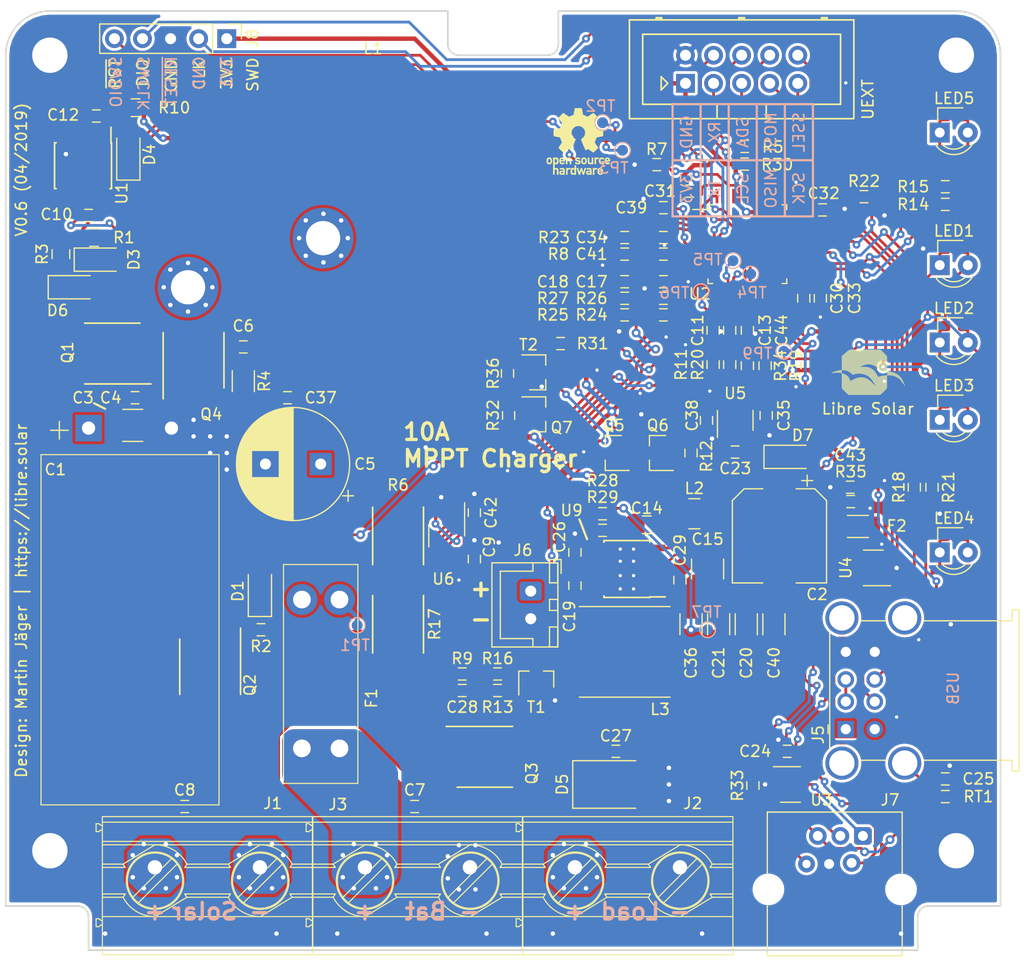
<source format=kicad_pcb>
(kicad_pcb (version 20171130) (host pcbnew 5.1.0)
  (title_block (title "MPPT Charger 10A") (date 2019-03-24) (rev 0.5) (company "Libre Solar") (comment 1 "Design: Martin Jäger") (comment 2 "Website: https://libre.solar"))
  (layers (0 Top signal) (31 Bottom signal) (34 B.Paste user hide) (35 F.Paste user hide) (36 B.SilkS user hide) (37 F.SilkS user) (38 B.Mask user hide) (39 F.Mask user hide) (44 Edge.Cuts user))
  (net 0 "")
  (net 1 GND)
  (net 2 +3V3)
  (net 3 +5V)
  (net 4 "Net-(C10-Pad1)")
  (net 5 "Net-(C19-Pad1)")
  (net 6 "Net-(C19-Pad2)")
  (net 7 "Net-(D1-Pad1)")
  (net 8 "/DCDC power stage/SW_NODE")
  (net 9 "Net-(C15-Pad1)")
  (net 10 /MCU/~RESET)
  (net 11 /MCU/BOOT0)
  (net 12 "Net-(D1-Pad2)")
  (net 13 /MCU/I2C1_SCL)
  (net 14 /MCU/I2C1_SDA)
  (net 15 /MCU/SPI1_MISO)
  (net 16 /MCU/SPI1_MOSI)
  (net 17 /MCU/SPI1_SCK)
  (net 18 /MCU/SSEL)
  (net 19 "/DCDC power stage/HS_DRV")
  (net 20 "/DCDC power stage/LS_DRV")
  (net 21 "Net-(R11-Pad1)")
  (net 22 "Net-(R13-Pad1)")
  (net 23 "Net-(R20-Pad1)")
  (net 24 "Net-(R28-Pad2)")
  (net 25 /MCU/USART1_TX)
  (net 26 /MCU/USART1_RX)
  (net 27 /MCU/SWDIO)
  (net 28 /MCU/SWCLK)
  (net 29 "/DCDC power stage/SOLAR-")
  (net 30 "/DCDC power stage/BAT+")
  (net 31 "Net-(C35-Pad1)")
  (net 32 "Net-(C25-Pad1)")
  (net 33 /MCU/USART2_TX)
  (net 34 /MCU/USART2_RX)
  (net 35 "Net-(J5-Pad2)")
  (net 36 "Net-(C26-Pad1)")
  (net 37 "Net-(D3-Pad2)")
  (net 38 +12V)
  (net 39 USB_PWR_EN)
  (net 40 PWM_HS)
  (net 41 PWM_LS)
  (net 42 DAC)
  (net 43 V_BAT)
  (net 44 V_SOLAR)
  (net 45 I_LOAD)
  (net 46 I_DCDC)
  (net 47 USB_DM)
  (net 48 USB_DP)
  (net 49 "Net-(U2-Pad28)")
  (net 50 LOAD+)
  (net 51 DCDC_OUT)
  (net 52 "Net-(C6-Pad2)")
  (net 53 LOAD_EN)
  (net 54 "Net-(C23-Pad1)")
  (net 55 "Net-(R16-Pad1)")
  (net 56 "Net-(C28-Pad2)")
  (net 57 LOAD_S)
  (net 58 "Net-(J7-Pad6)")
  (net 59 "Net-(U4-Pad4)")
  (net 60 "Net-(U4-Pad6)")
  (net 61 "Net-(U2-Pad46)")
  (net 62 "Net-(U2-Pad45)")
  (net 63 /MCU/LED_C)
  (net 64 /MCU/LED_B)
  (net 65 /MCU/LED_A)
  (net 66 "Net-(U2-Pad22)")
  (net 67 "Net-(LED4-Pad1)")
  (net 68 "Net-(LED1-Pad2)")
  (net 69 /MCU/TEMP_EXT)
  (net 70 "Net-(J7-Pad3)")
  (net 71 "Net-(J7-Pad2)")
  (net 72 "Net-(C24-Pad1)")
  (net 73 /MCU/TEMP_INT_PD)
  (net 74 VDDA)
  (net 75 /MCU/BUTTON)
  (net 76 T_BAT)
  (net 77 "Net-(U2-Pad6)")
  (net 78 "Net-(U2-Pad5)")
  (net 79 "/DCDC power stage/SOLAR+")
  (net 80 "Net-(C12-Pad1)")
  (net 81 "Net-(Q5-Pad1)")
  (net 82 5V_PG)
  (net 83 "Net-(Q7-Pad1)")
  (net 84 "Net-(Q7-Pad3)")
  (net 85 V_SOLAR_EN)
  (net 86 "Net-(R31-Pad1)")
  (net 87 "Net-(R36-Pad1)")
  (module LibreSolar:SOT-23 (layer Top) (at 144.6 88.7)
    (fp_text reference T2 (at -0.8 -2.5) (layer F.SilkS))
    (fp_text value MMBT3904)
    (pad 1 smd roundrect (at -1.05 -0.95) (size 1 0.9) (layers Top F.Paste F.Mask) (roundrect_rratio 0.2) (net 86 "Net-(R31-Pad1)"))
    (pad 2 smd roundrect (at -1.05 0.95) (size 1 0.9) (layers Top F.Paste F.Mask) (roundrect_rratio 0.2) (net 1 GND))
    (pad 3 smd roundrect (at 1.05 0) (size 1 0.9) (layers Top F.Paste F.Mask) (roundrect_rratio 0.2) (net 87 "Net-(R36-Pad1)"))
  )
  (module LibreSolar:R_0603_1608 (layer Top) (at 141.9 88.8 270)
    (fp_text reference R36 (at 0 1.3 270) (layer F.SilkS))
    (fp_text value 10k)
    (pad 2 smd roundrect (at 0.8 0 270) (size 0.8 0.9) (layers Top F.Paste F.Mask) (roundrect_rratio 0.2) (net 83 "Net-(Q7-Pad1)"))
    (pad 1 smd roundrect (at -0.8 0 270) (size 0.8 0.9) (layers Top F.Paste F.Mask) (roundrect_rratio 0.2) (net 87 "Net-(R36-Pad1)"))
  )
  (module LibreSolar:R_0603_1608 (layer Top) (at 142 92.6 90)
    (fp_text reference R32 (at 0 -1.4 90) (layer F.SilkS))
    (fp_text value 1M)
    (pad 2 smd roundrect (at 0.8 0 90) (size 0.8 0.9) (layers Top F.Paste F.Mask) (roundrect_rratio 0.2) (net 83 "Net-(Q7-Pad1)"))
    (pad 1 smd roundrect (at -0.8 0 90) (size 0.8 0.9) (layers Top F.Paste F.Mask) (roundrect_rratio 0.2) (net 79 "/DCDC power stage/SOLAR+"))
  )
  (module LibreSolar:R_0603_1608 (layer Top) (at 146.7 86.1)
    (fp_text reference R31 (at 2.9 0) (layer F.SilkS))
    (fp_text value 10k)
    (pad 2 smd roundrect (at 0.8 0) (size 0.8 0.9) (layers Top F.Paste F.Mask) (roundrect_rratio 0.2) (net 85 V_SOLAR_EN))
    (pad 1 smd roundrect (at -0.8 0) (size 0.8 0.9) (layers Top F.Paste F.Mask) (roundrect_rratio 0.2) (net 86 "Net-(R31-Pad1)"))
  )
  (module LibreSolar:SOT-23 (layer Top) (at 144.6 92.5)
    (fp_text reference Q7 (at 2.2 1.2) (layer F.SilkS))
    (fp_text value BSS83P)
    (pad 1 smd roundrect (at -1.05 -0.95) (size 1 0.9) (layers Top F.Paste F.Mask) (roundrect_rratio 0.2) (net 83 "Net-(Q7-Pad1)"))
    (pad 2 smd roundrect (at -1.05 0.95) (size 1 0.9) (layers Top F.Paste F.Mask) (roundrect_rratio 0.2) (net 79 "/DCDC power stage/SOLAR+"))
    (pad 3 smd roundrect (at 1.05 0) (size 1 0.9) (layers Top F.Paste F.Mask) (roundrect_rratio 0.2) (net 84 "Net-(Q7-Pad3)"))
  )
  (module LibreSolar:LED_0603_D3.0mm (layer Top) (at 182.3 65.5)
    (fp_text reference LED5 (at 0 -1.6) (layer F.SilkS))
    (fp_text value green)
    (pad 1 smd roundrect (at -0.7875 0) (size 0.875 0.95) (layers Top F.Paste F.Mask) (net 63 /MCU/LED_C))
    (pad 2 smd roundrect (at 0.7875 0) (size 0.875 0.95) (layers Top F.Paste F.Mask) (net 67 "Net-(LED4-Pad1)"))
    (pad 2 thru_hole circle (at 1.24 1.5) (size 1.8 1.8) (drill 0.9) (layers *.Cu *.Mask) (net 67 "Net-(LED4-Pad1)"))
    (pad 1 thru_hole rect (at -1.3 1.5) (size 1.8 1.8) (drill 0.9) (layers *.Cu *.Mask) (net 63 /MCU/LED_C))
  )
  (module LibreSolar:LED_0603_D3.0mm (layer Top) (at 182.3 103.5)
    (fp_text reference LED4 (at 0 -1.6) (layer F.SilkS))
    (fp_text value green)
    (pad 1 smd roundrect (at -0.7875 0) (size 0.875 0.95) (layers Top F.Paste F.Mask) (net 67 "Net-(LED4-Pad1)"))
    (pad 2 smd roundrect (at 0.7875 0) (size 0.875 0.95) (layers Top F.Paste F.Mask) (net 63 /MCU/LED_C))
    (pad 2 thru_hole circle (at 1.24 1.5) (size 1.8 1.8) (drill 0.9) (layers *.Cu *.Mask) (net 63 /MCU/LED_C))
    (pad 1 thru_hole rect (at -1.3 1.5) (size 1.8 1.8) (drill 0.9) (layers *.Cu *.Mask) (net 67 "Net-(LED4-Pad1)"))
  )
  (module LibreSolar:LED_0603_D3.0mm (layer Top) (at 182.3 91.5)
    (fp_text reference LED3 (at 0 -1.6) (layer F.SilkS))
    (fp_text value yellow)
    (pad 1 smd roundrect (at -0.7875 0) (size 0.875 0.95) (layers Top F.Paste F.Mask) (net 64 /MCU/LED_B))
    (pad 2 smd roundrect (at 0.7875 0) (size 0.875 0.95) (layers Top F.Paste F.Mask) (net 68 "Net-(LED1-Pad2)"))
    (pad 2 thru_hole circle (at 1.24 1.5) (size 1.8 1.8) (drill 0.9) (layers *.Cu *.Mask) (net 68 "Net-(LED1-Pad2)"))
    (pad 1 thru_hole rect (at -1.3 1.5) (size 1.8 1.8) (drill 0.9) (layers *.Cu *.Mask) (net 64 /MCU/LED_B))
  )
  (module LibreSolar:LED_0603_D3.0mm (layer Top) (at 182.3 84.5)
    (fp_text reference LED2 (at 0 -1.6) (layer F.SilkS))
    (fp_text value yellow)
    (pad 1 smd roundrect (at -0.7875 0) (size 0.875 0.95) (layers Top F.Paste F.Mask) (net 68 "Net-(LED1-Pad2)"))
    (pad 2 smd roundrect (at 0.7875 0) (size 0.875 0.95) (layers Top F.Paste F.Mask) (net 63 /MCU/LED_C))
    (pad 2 thru_hole circle (at 1.24 1.5) (size 1.8 1.8) (drill 0.9) (layers *.Cu *.Mask) (net 63 /MCU/LED_C))
    (pad 1 thru_hole rect (at -1.3 1.5) (size 1.8 1.8) (drill 0.9) (layers *.Cu *.Mask) (net 68 "Net-(LED1-Pad2)"))
  )
  (module LibreSolar:LED_0603_D3.0mm (layer Top) (at 182.3 77.5)
    (fp_text reference LED1 (at 0 -1.6) (layer F.SilkS))
    (fp_text value yellow)
    (pad 1 smd roundrect (at -0.7875 0) (size 0.875 0.95) (layers Top F.Paste F.Mask) (net 63 /MCU/LED_C))
    (pad 2 smd roundrect (at 0.7875 0) (size 0.875 0.95) (layers Top F.Paste F.Mask) (net 68 "Net-(LED1-Pad2)"))
    (pad 2 thru_hole circle (at 1.24 1.5) (size 1.8 1.8) (drill 0.9) (layers *.Cu *.Mask) (net 68 "Net-(LED1-Pad2)"))
    (pad 1 thru_hole rect (at -1.3 1.5) (size 1.8 1.8) (drill 0.9) (layers *.Cu *.Mask) (net 63 /MCU/LED_C))
  )
  (module LibreSolar:R_0603_1608 (layer Top) (at 152.5 76.5)
    (fp_text reference R23 (at -6.4 0) (layer F.SilkS))
    (fp_text value 100k)
    (pad 2 smd roundrect (at 0.8 0) (size 0.8 0.9) (layers Top F.Paste F.Mask) (roundrect_rratio 0.2) (net 82 5V_PG))
    (pad 1 smd roundrect (at -0.8 0) (size 0.8 0.9) (layers Top F.Paste F.Mask) (roundrect_rratio 0.2) (net 1 GND))
  )
  (module LibreSolar:SOT-23 (layer Top) (at 151.5 96 180)
    (fp_text reference Q5 (at 0 2.5 180) (layer F.SilkS))
    (fp_text value BSS83P)
    (pad 1 smd roundrect (at -1.05 -0.95 180) (size 1 0.9) (layers Top F.Paste F.Mask) (roundrect_rratio 0.2) (net 81 "Net-(Q5-Pad1)"))
    (pad 2 smd roundrect (at -1.05 0.95 180) (size 1 0.9) (layers Top F.Paste F.Mask) (roundrect_rratio 0.2) (net 2 +3V3))
    (pad 3 smd roundrect (at 1.05 0 180) (size 1 0.9) (layers Top F.Paste F.Mask) (roundrect_rratio 0.2) (net 82 5V_PG))
  )
  (module LibreSolar:R_0805_2012 (layer Top) (at 108.25 64.75)
    (fp_text reference R10 (at 3.5 0 -180) (layer F.SilkS))
    (fp_text value 4.7)
    (pad 2 smd roundrect (at 1 0) (size 1.1 1.4) (layers Top F.Paste F.Mask) (roundrect_rratio 0.2) (net 51 DCDC_OUT))
    (pad 1 smd roundrect (at -1 0) (size 1.1 1.4) (layers Top F.Paste F.Mask) (roundrect_rratio 0.2) (net 80 "Net-(C12-Pad1)"))
  )
  (module LibreSolar:C_0603_1608 (layer Top) (at 159.9 93.05 270)
    (fp_text reference C38 (at -0.45 1.3 270) (layer F.SilkS))
    (fp_text value 2.2u)
    (pad 2 smd roundrect (at 0.8 0 270) (size 0.8 0.9) (layers Top F.Paste F.Mask) (roundrect_rratio 0.2) (net 1 GND))
    (pad 1 smd roundrect (at -0.8 0 270) (size 0.8 0.9) (layers Top F.Paste F.Mask) (roundrect_rratio 0.2) (net 2 +3V3))
  )
  (module LibreSolar:SOT-23-5 (layer Top) (at 162.5 93.05 90)
    (fp_text reference U5 (at 2.45 0 180) (layer F.SilkS))
    (fp_text value AP2210-3.3)
    (pad 5 smd roundrect (at 1.1 -0.95 90) (size 1.1 0.65) (layers Top F.Paste F.Mask) (roundrect_rratio 0.2) (net 2 +3V3))
    (pad 4 smd roundrect (at 1.1 0.95 90) (size 1.1 0.65) (layers Top F.Paste F.Mask) (roundrect_rratio 0.2) (net 31 "Net-(C35-Pad1)"))
    (pad 3 smd roundrect (at -1.1 0.95 90) (size 1.1 0.65) (layers Top F.Paste F.Mask) (roundrect_rratio 0.2) (net 54 "Net-(C23-Pad1)"))
    (pad 2 smd roundrect (at -1.1 0 90) (size 1.1 0.65) (layers Top F.Paste F.Mask) (roundrect_rratio 0.2) (net 1 GND))
    (pad 1 smd roundrect (at -1.1 -0.95 90) (size 1.1 0.65) (layers Top F.Paste F.Mask) (roundrect_rratio 0.2) (net 54 "Net-(C23-Pad1)"))
  )
  (module LibreSolar:C_0603_1608 (layer Top) (at 162.488226 95.914609)
    (fp_text reference C23 (at 0.011774 1.485391 -180) (layer F.SilkS))
    (fp_text value 2.2u)
    (pad 2 smd roundrect (at 0.8 0) (size 0.8 0.9) (layers Top F.Paste F.Mask) (roundrect_rratio 0.2) (net 1 GND))
    (pad 1 smd roundrect (at -0.8 0) (size 0.8 0.9) (layers Top F.Paste F.Mask) (roundrect_rratio 0.2) (net 54 "Net-(C23-Pad1)"))
  )
  (module LibreSolar:R_0603_1608 (layer Top) (at 165.2 88.1 270)
    (fp_text reference R19 (at 0 -2.8 270) (layer F.SilkS))
    (fp_text value 10k)
    (pad 1 smd roundrect (at -0.8 0 270) (size 0.8 0.9) (layers Top F.Paste F.Mask) (roundrect_rratio 0.2) (net 74 VDDA))
    (pad 2 smd roundrect (at 0.8 0 270) (size 0.8 0.9) (layers Top F.Paste F.Mask) (roundrect_rratio 0.2) (net 69 /MCU/TEMP_EXT))
  )
  (module LibreSolar:Box_Header_2x05x2.54mm_Straight (layer Top) (at 158 62.54)
    (fp_text reference J4 hide)
    (fp_text value UEXT)
    (pad 1 thru_hole rect (at 0 0) (size 1.7 1.7) (drill 1) (layers *.Cu *.Mask) (net 2 +3V3))
    (pad 2 thru_hole circle (at 0 -2.54) (size 1.7 1.7) (drill 1) (layers *.Cu *.Mask) (net 1 GND))
    (pad 3 thru_hole circle (at 2.54 0) (size 1.7 1.7) (drill 1) (layers *.Cu *.Mask) (net 33 /MCU/USART2_TX))
    (pad 4 thru_hole circle (at 2.54 -2.54) (size 1.7 1.7) (drill 1) (layers *.Cu *.Mask) (net 34 /MCU/USART2_RX))
    (pad 5 thru_hole circle (at 5.08 0) (size 1.7 1.7) (drill 1) (layers *.Cu *.Mask) (net 13 /MCU/I2C1_SCL))
    (pad 6 thru_hole circle (at 5.08 -2.54) (size 1.7 1.7) (drill 1) (layers *.Cu *.Mask) (net 14 /MCU/I2C1_SDA))
    (pad 7 thru_hole circle (at 7.62 0) (size 1.7 1.7) (drill 1) (layers *.Cu *.Mask) (net 15 /MCU/SPI1_MISO))
    (pad 8 thru_hole circle (at 7.62 -2.54) (size 1.7 1.7) (drill 1) (layers *.Cu *.Mask) (net 16 /MCU/SPI1_MOSI))
    (pad 9 thru_hole circle (at 10.16 0) (size 1.7 1.7) (drill 1) (layers *.Cu *.Mask) (net 17 /MCU/SPI1_SCK))
    (pad 10 thru_hole circle (at 10.16 -2.54) (size 1.7 1.7) (drill 1) (layers *.Cu *.Mask) (net 18 /MCU/SSEL))
  )
  (module LibreSolar:5X6_MOSFET (layer Top) (at 113.5 88.1)
    (fp_text reference Q4 (at 1.6 4.4) (layer F.SilkS))
    (fp_text value PSMN5R2-60YLX hide)
    (pad D smd rect (at 1.15 -2 90) (size 0.6 0.9) (layers Top F.Paste) (net 8 "/DCDC power stage/SW_NODE"))
    (pad D smd rect (at 0 -2 90) (size 0.6 0.9) (layers Top F.Paste) (net 8 "/DCDC power stage/SW_NODE"))
    (pad D smd rect (at -1.15 -2 90) (size 0.6 0.9) (layers Top F.Paste) (net 8 "/DCDC power stage/SW_NODE"))
    (pad D smd rect (at -1.15 -0.3 90) (size 0.6 0.9) (layers Top F.Paste) (net 8 "/DCDC power stage/SW_NODE"))
    (pad D smd rect (at -1.15 0.55 90) (size 0.6 0.9) (layers Top F.Paste) (net 8 "/DCDC power stage/SW_NODE"))
    (pad D smd rect (at -1.15 -1.15 90) (size 0.6 0.9) (layers Top F.Paste) (net 8 "/DCDC power stage/SW_NODE"))
    (pad D smd rect (at 1.15 -0.3 90) (size 0.6 0.9) (layers Top F.Paste) (net 8 "/DCDC power stage/SW_NODE"))
    (pad D smd rect (at 1.15 0.55 90) (size 0.6 0.9) (layers Top F.Paste) (net 8 "/DCDC power stage/SW_NODE"))
    (pad D smd rect (at 1.15 -1.15 90) (size 0.6 0.9) (layers Top F.Paste) (net 8 "/DCDC power stage/SW_NODE"))
    (pad D smd rect (at 0 -1.15 90) (size 0.6 0.9) (layers Top F.Paste) (net 8 "/DCDC power stage/SW_NODE"))
    (pad D smd rect (at 0 0.55 90) (size 0.6 0.9) (layers Top F.Paste) (net 8 "/DCDC power stage/SW_NODE"))
    (pad D smd rect (at -1.875 -3) (size 0.6 0.9) (layers Top F.Paste) (net 8 "/DCDC power stage/SW_NODE"))
    (pad D smd rect (at 1.875 -3) (size 0.6 0.9) (layers Top F.Paste) (net 8 "/DCDC power stage/SW_NODE"))
    (pad D smd rect (at -0.6 -3) (size 0.6 0.9) (layers Top F.Paste) (net 8 "/DCDC power stage/SW_NODE"))
    (pad S smd rect (at -0.635 2.725) (size 0.7 1.15) (layers Top F.Paste F.Mask) (net 1 GND))
    (pad S smd rect (at -1.905 2.725) (size 0.7 1.15) (layers Top F.Paste F.Mask) (net 1 GND))
    (pad S smd rect (at 0.635 2.725) (size 0.7 1.15) (layers Top F.Paste F.Mask) (net 1 GND))
    (pad D smd rect (at 0 -2.75) (size 4.7 1.55) (layers Top F.Mask) (net 8 "/DCDC power stage/SW_NODE"))
    (pad D smd rect (at 0 -0.45) (size 4.2 3.1) (layers Top F.Mask) (net 8 "/DCDC power stage/SW_NODE"))
    (pad G smd rect (at 1.905 2.725) (size 0.7 1.15) (layers Top F.Paste F.Mask) (net 12 "Net-(D1-Pad2)"))
    (pad D smd rect (at 0.6 -3) (size 0.6 0.9) (layers Top F.Paste) (net 8 "/DCDC power stage/SW_NODE"))
    (pad D smd rect (at 0 -0.3 90) (size 0.6 0.9) (layers Top F.Paste) (net 8 "/DCDC power stage/SW_NODE"))
  )
  (module LibreSolar:5X6_MOSFET (layer Top) (at 139.35 123.5 270)
    (fp_text reference Q3 (at 1.5 -4.75 270) (layer F.SilkS))
    (fp_text value BSC084P03NS3 hide)
    (pad D smd rect (at 1.15 -2) (size 0.6 0.9) (layers Top F.Paste) (net 50 LOAD+))
    (pad D smd rect (at 0 -2) (size 0.6 0.9) (layers Top F.Paste) (net 50 LOAD+))
    (pad D smd rect (at -1.15 -2) (size 0.6 0.9) (layers Top F.Paste) (net 50 LOAD+))
    (pad D smd rect (at -1.15 -0.3) (size 0.6 0.9) (layers Top F.Paste) (net 50 LOAD+))
    (pad D smd rect (at -1.15 0.55) (size 0.6 0.9) (layers Top F.Paste) (net 50 LOAD+))
    (pad D smd rect (at -1.15 -1.15) (size 0.6 0.9) (layers Top F.Paste) (net 50 LOAD+))
    (pad D smd rect (at 1.15 -0.3) (size 0.6 0.9) (layers Top F.Paste) (net 50 LOAD+))
    (pad D smd rect (at 1.15 0.55) (size 0.6 0.9) (layers Top F.Paste) (net 50 LOAD+))
    (pad D smd rect (at 1.15 -1.15) (size 0.6 0.9) (layers Top F.Paste) (net 50 LOAD+))
    (pad D smd rect (at 0 -1.15) (size 0.6 0.9) (layers Top F.Paste) (net 50 LOAD+))
    (pad D smd rect (at 0 0.55) (size 0.6 0.9) (layers Top F.Paste) (net 50 LOAD+))
    (pad D smd rect (at -1.875 -3 270) (size 0.6 0.9) (layers Top F.Paste) (net 50 LOAD+))
    (pad D smd rect (at 1.875 -3 270) (size 0.6 0.9) (layers Top F.Paste) (net 50 LOAD+))
    (pad D smd rect (at -0.6 -3 270) (size 0.6 0.9) (layers Top F.Paste) (net 50 LOAD+))
    (pad S smd rect (at -0.635 2.725 270) (size 0.7 1.15) (layers Top F.Paste F.Mask) (net 57 LOAD_S))
    (pad S smd rect (at -1.905 2.725 270) (size 0.7 1.15) (layers Top F.Paste F.Mask) (net 57 LOAD_S))
    (pad S smd rect (at 0.635 2.725 270) (size 0.7 1.15) (layers Top F.Paste F.Mask) (net 57 LOAD_S))
    (pad D smd rect (at 0 -2.75 270) (size 4.7 1.55) (layers Top F.Mask) (net 50 LOAD+))
    (pad D smd rect (at 0 -0.45 270) (size 4.2 3.1) (layers Top F.Mask) (net 50 LOAD+))
    (pad G smd rect (at 1.905 2.725 270) (size 0.7 1.15) (layers Top F.Paste F.Mask) (net 56 "Net-(C28-Pad2)"))
    (pad D smd rect (at 0.6 -3 270) (size 0.6 0.9) (layers Top F.Paste) (net 50 LOAD+))
    (pad D smd rect (at 0 -0.3) (size 0.6 0.9) (layers Top F.Paste) (net 50 LOAD+))
  )
  (module LibreSolar:5X6_MOSFET (layer Top) (at 115 114.85 180)
    (fp_text reference Q2 (at -3.6 -2.15 90) (layer F.SilkS))
    (fp_text value PSMN5R2-60YLX hide)
    (pad D smd rect (at 1.15 -2 270) (size 0.6 0.9) (layers Top F.Paste) (net 29 "/DCDC power stage/SOLAR-"))
    (pad D smd rect (at 0 -2 270) (size 0.6 0.9) (layers Top F.Paste) (net 29 "/DCDC power stage/SOLAR-"))
    (pad D smd rect (at -1.15 -2 270) (size 0.6 0.9) (layers Top F.Paste) (net 29 "/DCDC power stage/SOLAR-"))
    (pad D smd rect (at -1.15 -0.3 270) (size 0.6 0.9) (layers Top F.Paste) (net 29 "/DCDC power stage/SOLAR-"))
    (pad D smd rect (at -1.15 0.55 270) (size 0.6 0.9) (layers Top F.Paste) (net 29 "/DCDC power stage/SOLAR-"))
    (pad D smd rect (at -1.15 -1.15 270) (size 0.6 0.9) (layers Top F.Paste) (net 29 "/DCDC power stage/SOLAR-"))
    (pad D smd rect (at 1.15 -0.3 270) (size 0.6 0.9) (layers Top F.Paste) (net 29 "/DCDC power stage/SOLAR-"))
    (pad D smd rect (at 1.15 0.55 270) (size 0.6 0.9) (layers Top F.Paste) (net 29 "/DCDC power stage/SOLAR-"))
    (pad D smd rect (at 1.15 -1.15 270) (size 0.6 0.9) (layers Top F.Paste) (net 29 "/DCDC power stage/SOLAR-"))
    (pad D smd rect (at 0 -1.15 270) (size 0.6 0.9) (layers Top F.Paste) (net 29 "/DCDC power stage/SOLAR-"))
    (pad D smd rect (at 0 0.55 270) (size 0.6 0.9) (layers Top F.Paste) (net 29 "/DCDC power stage/SOLAR-"))
    (pad D smd rect (at -1.875 -3 180) (size 0.6 0.9) (layers Top F.Paste) (net 29 "/DCDC power stage/SOLAR-"))
    (pad D smd rect (at 1.875 -3 180) (size 0.6 0.9) (layers Top F.Paste) (net 29 "/DCDC power stage/SOLAR-"))
    (pad D smd rect (at -0.6 -3 180) (size 0.6 0.9) (layers Top F.Paste) (net 29 "/DCDC power stage/SOLAR-"))
    (pad S smd rect (at -0.635 2.725 180) (size 0.7 1.15) (layers Top F.Paste F.Mask) (net 1 GND))
    (pad S smd rect (at -1.905 2.725 180) (size 0.7 1.15) (layers Top F.Paste F.Mask) (net 1 GND))
    (pad S smd rect (at 0.635 2.725 180) (size 0.7 1.15) (layers Top F.Paste F.Mask) (net 1 GND))
    (pad D smd rect (at 0 -2.75 180) (size 4.7 1.55) (layers Top F.Mask) (net 29 "/DCDC power stage/SOLAR-"))
    (pad D smd rect (at 0 -0.45 180) (size 4.2 3.1) (layers Top F.Mask) (net 29 "/DCDC power stage/SOLAR-"))
    (pad G smd rect (at 1.905 2.725 180) (size 0.7 1.15) (layers Top F.Paste F.Mask) (net 7 "Net-(D1-Pad1)"))
    (pad D smd rect (at 0.6 -3 180) (size 0.6 0.9) (layers Top F.Paste) (net 29 "/DCDC power stage/SOLAR-"))
    (pad D smd rect (at 0 -0.3 270) (size 0.6 0.9) (layers Top F.Paste) (net 29 "/DCDC power stage/SOLAR-"))
  )
  (module LibreSolar:5X6_MOSFET (layer Top) (at 106.65 87 90)
    (fp_text reference Q1 (at 0.1 -4.55 90) (layer F.SilkS))
    (fp_text value PSMN5R2-60YLX hide)
    (pad D smd rect (at 1.15 -2 180) (size 0.6 0.9) (layers Top F.Paste) (net 79 "/DCDC power stage/SOLAR+"))
    (pad D smd rect (at 0 -2 180) (size 0.6 0.9) (layers Top F.Paste) (net 79 "/DCDC power stage/SOLAR+"))
    (pad D smd rect (at -1.15 -2 180) (size 0.6 0.9) (layers Top F.Paste) (net 79 "/DCDC power stage/SOLAR+"))
    (pad D smd rect (at -1.15 -0.3 180) (size 0.6 0.9) (layers Top F.Paste) (net 79 "/DCDC power stage/SOLAR+"))
    (pad D smd rect (at -1.15 0.55 180) (size 0.6 0.9) (layers Top F.Paste) (net 79 "/DCDC power stage/SOLAR+"))
    (pad D smd rect (at -1.15 -1.15 180) (size 0.6 0.9) (layers Top F.Paste) (net 79 "/DCDC power stage/SOLAR+"))
    (pad D smd rect (at 1.15 -0.3 180) (size 0.6 0.9) (layers Top F.Paste) (net 79 "/DCDC power stage/SOLAR+"))
    (pad D smd rect (at 1.15 0.55 180) (size 0.6 0.9) (layers Top F.Paste) (net 79 "/DCDC power stage/SOLAR+"))
    (pad D smd rect (at 1.15 -1.15 180) (size 0.6 0.9) (layers Top F.Paste) (net 79 "/DCDC power stage/SOLAR+"))
    (pad D smd rect (at 0 -1.15 180) (size 0.6 0.9) (layers Top F.Paste) (net 79 "/DCDC power stage/SOLAR+"))
    (pad D smd rect (at 0 0.55 180) (size 0.6 0.9) (layers Top F.Paste) (net 79 "/DCDC power stage/SOLAR+"))
    (pad D smd rect (at -1.875 -3 90) (size 0.6 0.9) (layers Top F.Paste) (net 79 "/DCDC power stage/SOLAR+"))
    (pad D smd rect (at 1.875 -3 90) (size 0.6 0.9) (layers Top F.Paste) (net 79 "/DCDC power stage/SOLAR+"))
    (pad D smd rect (at -0.6 -3 90) (size 0.6 0.9) (layers Top F.Paste) (net 79 "/DCDC power stage/SOLAR+"))
    (pad S smd rect (at -0.635 2.725 90) (size 0.7 1.15) (layers Top F.Paste F.Mask) (net 8 "/DCDC power stage/SW_NODE"))
    (pad S smd rect (at -1.905 2.725 90) (size 0.7 1.15) (layers Top F.Paste F.Mask) (net 8 "/DCDC power stage/SW_NODE"))
    (pad S smd rect (at 0.635 2.725 90) (size 0.7 1.15) (layers Top F.Paste F.Mask) (net 8 "/DCDC power stage/SW_NODE"))
    (pad D smd rect (at 0 -2.75 90) (size 4.7 1.55) (layers Top F.Mask) (net 79 "/DCDC power stage/SOLAR+"))
    (pad D smd rect (at 0 -0.45 90) (size 4.2 3.1) (layers Top F.Mask) (net 79 "/DCDC power stage/SOLAR+"))
    (pad G smd rect (at 1.905 2.725 90) (size 0.7 1.15) (layers Top F.Paste F.Mask) (net 37 "Net-(D3-Pad2)"))
    (pad D smd rect (at 0.6 -3 90) (size 0.6 0.9) (layers Top F.Paste) (net 79 "/DCDC power stage/SOLAR+"))
    (pad D smd rect (at 0 -0.3 180) (size 0.6 0.9) (layers Top F.Paste) (net 79 "/DCDC power stage/SOLAR+"))
  )
  (module LibreSolar:USB_A_Wuerth_61400826021_Horizontal_Stacked (layer Top) (at 172.5 121 90)
    (fp_text reference J5 (at -0.5 -2.5 90) (layer F.SilkS))
    (fp_text value USB_A_stacked)
    (pad ~ thru_hole circle (at 10.07 -0.35 90) (size 3 3) (drill 2.3) (layers *.Cu *.Mask))
    (pad ~ thru_hole circle (at -3.07 -0.35 90) (size 3 3) (drill 2.3) (layers *.Cu *.Mask))
    (pad 1 thru_hole rect (at 0 0 90) (size 1.5 1.5) (drill 0.92) (layers *.Cu *.Mask) (net 3 +5V))
    (pad 2 thru_hole circle (at 2.5 0 90) (size 1.5 1.5) (drill 0.92) (layers *.Cu *.Mask) (net 35 "Net-(J5-Pad2)"))
    (pad 3 thru_hole circle (at 4.5 0 90) (size 1.5 1.5) (drill 0.92) (layers *.Cu *.Mask) (net 35 "Net-(J5-Pad2)"))
    (pad 4 thru_hole circle (at 7 0 90) (size 1.5 1.5) (drill 0.92) (layers *.Cu *.Mask) (net 1 GND))
    (pad 9 thru_hole circle (at -3.07 5.33 90) (size 3 3) (drill 2.3) (layers *.Cu *.Mask) (net 32 "Net-(C25-Pad1)"))
    (pad ~ thru_hole circle (at 10.07 5.33 90) (size 3 3) (drill 2.3) (layers *.Cu *.Mask))
    (pad 5 thru_hole circle (at 0 2.62 90) (size 1.5 1.5) (drill 0.92) (layers *.Cu *.Mask) (net 3 +5V))
    (pad 6 thru_hole circle (at 2.5 2.62 90) (size 1.5 1.5) (drill 0.92) (layers *.Cu *.Mask) (net 47 USB_DM))
    (pad 7 thru_hole circle (at 4.5 2.62 90) (size 1.5 1.5) (drill 0.92) (layers *.Cu *.Mask) (net 48 USB_DP))
    (pad 8 thru_hole circle (at 7 2.62 90) (size 1.5 1.5) (drill 0.92) (layers *.Cu *.Mask) (net 1 GND))
  )
  (module LibreSolar:R_0603_1608 (layer Top) (at 180.3 99.1 90)
    (fp_text reference R21 (at 0 1.5 90) (layer F.SilkS))
    (fp_text value 470)
    (pad 1 smd roundrect (at -0.8 0 90) (size 0.8 0.9) (layers Top F.Paste F.Mask) (roundrect_rratio 0.2) (net 70 "Net-(J7-Pad3)"))
    (pad 2 smd roundrect (at 0.8 0 90) (size 0.8 0.9) (layers Top F.Paste F.Mask) (roundrect_rratio 0.2) (net 25 /MCU/USART1_TX))
  )
  (module LibreSolar:C_0603_1608 (layer Top) (at 163.6 84.9 270)
    (fp_text reference C44 (at 0 -3.1 270) (layer F.SilkS))
    (fp_text value 10n)
    (pad 1 smd roundrect (at -0.8 0 270) (size 0.8 0.9) (layers Top F.Paste F.Mask) (roundrect_rratio 0.2) (net 76 T_BAT))
    (pad 2 smd roundrect (at 0.8 0 270) (size 0.8 0.9) (layers Top F.Paste F.Mask) (roundrect_rratio 0.2) (net 1 GND))
  )
  (module LibreSolar:C_0603_1608 (layer Top) (at 172.9 99.1 180)
    (fp_text reference C43 (at 0 2.9 180) (layer F.SilkS))
    (fp_text value 100n)
    (pad 2 smd roundrect (at 0.8 0 180) (size 0.8 0.9) (layers Top F.Paste F.Mask) (roundrect_rratio 0.2) (net 1 GND))
    (pad 1 smd roundrect (at -0.8 0 180) (size 0.8 0.9) (layers Top F.Paste F.Mask) (roundrect_rratio 0.2) (net 75 /MCU/BUTTON))
  )
  (module LibreSolar:C_0603_1608 (layer Top) (at 167.2 123 180)
    (fp_text reference C24 (at 2.9 0 180) (layer F.SilkS))
    (fp_text value 100n)
    (pad 1 smd roundrect (at -0.8 0 180) (size 0.8 0.9) (layers Top F.Paste F.Mask) (roundrect_rratio 0.2) (net 72 "Net-(C24-Pad1)"))
    (pad 2 smd roundrect (at 0.8 0 180) (size 0.8 0.9) (layers Top F.Paste F.Mask) (roundrect_rratio 0.2) (net 1 GND))
  )
  (module LibreSolar:R_0603_1608 (layer Top) (at 178.7 99.1 90)
    (fp_text reference R18 (at 0 -1.4 90) (layer F.SilkS))
    (fp_text value 470)
    (pad 1 smd roundrect (at -0.8 0 90) (size 0.8 0.9) (layers Top F.Paste F.Mask) (roundrect_rratio 0.2) (net 71 "Net-(J7-Pad2)"))
    (pad 2 smd roundrect (at 0.8 0 90) (size 0.8 0.9) (layers Top F.Paste F.Mask) (roundrect_rratio 0.2) (net 26 /MCU/USART1_RX))
  )
  (module LibreSolar:R_0603_1608 (layer Top) (at 174.15 72.8)
    (fp_text reference R22 (at 0 -1.4) (layer F.SilkS))
    (fp_text value 100k)
    (pad 2 smd roundrect (at 0.8 0) (size 0.8 0.9) (layers Top F.Paste F.Mask) (roundrect_rratio 0.2) (net 26 /MCU/USART1_RX))
    (pad 1 smd roundrect (at -0.8 0) (size 0.8 0.9) (layers Top F.Paste F.Mask) (roundrect_rratio 0.2) (net 2 +3V3))
  )
  (module LibreSolar:R_0603_1608 (layer Top) (at 164.1 126.1 90)
    (fp_text reference R33 (at 0 -1.4 90) (layer F.SilkS))
    (fp_text value 2.2k)
    (pad 2 smd roundrect (at 0.8 0 90) (size 0.8 0.9) (layers Top F.Paste F.Mask) (roundrect_rratio 0.2) (net 75 /MCU/BUTTON))
    (pad 1 smd roundrect (at -0.8 0 90) (size 0.8 0.9) (layers Top F.Paste F.Mask) (roundrect_rratio 0.2) (net 58 "Net-(J7-Pad6)"))
  )
  (module LibreSolar:R_0603_1608 (layer Top) (at 163.6 88.1 90)
    (fp_text reference R34 (at 0 3 90) (layer F.SilkS))
    (fp_text value 2.2k)
    (pad 1 smd roundrect (at -0.8 0 90) (size 0.8 0.9) (layers Top F.Paste F.Mask) (roundrect_rratio 0.2) (net 69 /MCU/TEMP_EXT))
    (pad 2 smd roundrect (at 0.8 0 90) (size 0.8 0.9) (layers Top F.Paste F.Mask) (roundrect_rratio 0.2) (net 76 T_BAT))
  )
  (module LibreSolar:R_0603_1608 (layer Top) (at 172.95 100.4)
    (fp_text reference R35 (at 0 -2.7) (layer F.SilkS))
    (fp_text value 100k)
    (pad 2 smd roundrect (at 0.8 0) (size 0.8 0.9) (layers Top F.Paste F.Mask) (roundrect_rratio 0.2) (net 75 /MCU/BUTTON))
    (pad 1 smd roundrect (at -0.8 0) (size 0.8 0.9) (layers Top F.Paste F.Mask) (roundrect_rratio 0.2) (net 2 +3V3))
  )
  (module LibreSolar:R_0603_1608 (layer Top) (at 181.5 127.1)
    (fp_text reference RT1 (at 3 0) (layer F.SilkS))
    (fp_text value "10k NTC")
    (pad 1 smd roundrect (at -0.8 0) (size 0.8 0.9) (layers Top F.Paste F.Mask) (roundrect_rratio 0.2) (net 69 /MCU/TEMP_EXT))
    (pad 2 smd roundrect (at 0.8 0) (size 0.8 0.9) (layers Top F.Paste F.Mask) (roundrect_rratio 0.2) (net 73 /MCU/TEMP_INT_PD))
  )
  (module LibreSolar:R_1206_3216 (layer Top) (at 173.6 102.65 180)
    (fp_text reference F2 (at -3.5 0.05 180) (layer F.SilkS))
    (fp_text value 50mA)
    (pad 1 smd roundrect (at -1.5 0 180) (size 1 1.8) (layers Top F.Paste F.Mask) (roundrect_rratio 0.2) (net 72 "Net-(C24-Pad1)"))
    (pad 2 smd roundrect (at 1.5 0 180) (size 1 1.8) (layers Top F.Paste F.Mask) (roundrect_rratio 0.2) (net 2 +3V3))
  )
  (module LibreSolar:SOT-23-6 (layer Top) (at 167.5 126)
    (fp_text reference U3 (at 2.8 1.4) (layer F.SilkS))
    (fp_text value D1213A-04SO)
    (pad 1 smd roundrect (at -1.1 -0.95) (size 1.1 0.65) (layers Top F.Paste F.Mask) (roundrect_rratio 0.2) (net 69 /MCU/TEMP_EXT))
    (pad 2 smd roundrect (at -1.1 0) (size 1.1 0.65) (layers Top F.Paste F.Mask) (roundrect_rratio 0.2) (net 1 GND))
    (pad 3 smd roundrect (at -1.1 0.95) (size 1.1 0.65) (layers Top F.Paste F.Mask) (roundrect_rratio 0.2) (net 58 "Net-(J7-Pad6)"))
    (pad 4 smd roundrect (at 1.1 0.95) (size 1.1 0.65) (layers Top F.Paste F.Mask) (roundrect_rratio 0.2) (net 70 "Net-(J7-Pad3)"))
    (pad 6 smd roundrect (at 1.1 -0.95) (size 1.1 0.65) (layers Top F.Paste F.Mask) (roundrect_rratio 0.2) (net 71 "Net-(J7-Pad2)"))
    (pad 5 smd roundrect (at 1.1 0) (size 1.1 0.65) (layers Top F.Paste F.Mask) (roundrect_rratio 0.2) (net 72 "Net-(C24-Pad1)"))
  )
  (module Connector_JST:JST_XH_B02B-XH-A_1x02_P2.50mm_Vertical (layer Top) (at 144 108.5 270)
    (fp_text reference J6 (at -3.7 0.7 180) (layer F.SilkS))
    (fp_text value PWR_12V)
    (pad 1 thru_hole roundrect (at 0 0 270) (size 1.7 2) (drill 1) (layers *.Cu *.Mask) (roundrect_rratio 0.147059) (net 57 LOAD_S))
    (pad 2 thru_hole oval (at 2.5 0 270) (size 1.7 2) (drill 1) (layers *.Cu *.Mask) (net 1 GND))
  )
  (module LibreSolar:R_0603_1608 (layer Top) (at 181.5 71.9)
    (fp_text reference R15 (at -2.9 0) (layer F.SilkS))
    (fp_text value 470)
    (pad 1 smd roundrect (at -0.8 0) (size 0.8 0.9) (layers Top F.Paste F.Mask) (roundrect_rratio 0.2) (net 64 /MCU/LED_B))
    (pad 2 smd roundrect (at 0.8 0) (size 0.8 0.9) (layers Top F.Paste F.Mask) (roundrect_rratio 0.2) (net 67 "Net-(LED4-Pad1)"))
  )
  (module LibreSolar:R_0603_1608 (layer Top) (at 181.5 73.5)
    (fp_text reference R14 (at -2.9 0) (layer F.SilkS))
    (fp_text value 470)
    (pad 2 smd roundrect (at 0.8 0) (size 0.8 0.9) (layers Top F.Paste F.Mask) (roundrect_rratio 0.2) (net 68 "Net-(LED1-Pad2)"))
    (pad 1 smd roundrect (at -0.8 0) (size 0.8 0.9) (layers Top F.Paste F.Mask) (roundrect_rratio 0.2) (net 65 /MCU/LED_A))
  )
  (module LibreSolar:RJ25_6P6C_TabUp (layer Top) (at 171.5 135.5)
    (fp_text reference J7 (at 5 -8.1) (layer F.SilkS))
    (fp_text value 6P6C)
    (pad 1 thru_hole roundrect (at 2.55 -4.84) (size 1.6 1.6) (drill 0.9) (layers *.Cu *.Mask) (roundrect_rratio 0.2) (net 72 "Net-(C24-Pad1)"))
    (pad "" np_thru_hole circle (at -6 0) (size 2.36 2.36) (drill 2.36) (layers *.Cu *.Mask))
    (pad 2 thru_hole circle (at 1.53 -2.4) (size 1.6 1.6) (drill 0.9) (layers *.Cu *.Mask) (net 71 "Net-(J7-Pad2)"))
    (pad 3 thru_hole circle (at 0.51 -4.84) (size 1.6 1.6) (drill 0.9) (layers *.Cu *.Mask) (net 70 "Net-(J7-Pad3)"))
    (pad 4 thru_hole circle (at -0.51 -2.3) (size 1.6 1.6) (drill 0.9) (layers *.Cu *.Mask) (net 1 GND))
    (pad 5 thru_hole circle (at -1.53 -4.84) (size 1.6 1.6) (drill 0.9) (layers *.Cu *.Mask) (net 69 /MCU/TEMP_EXT))
    (pad 6 thru_hole circle (at -2.55 -2.3) (size 1.52 1.52) (drill 0.76) (layers *.Cu *.Mask) (net 58 "Net-(J7-Pad6)"))
    (pad "" np_thru_hole circle (at 6 0) (size 2.36 2.36) (drill 2.36) (layers *.Cu *.Mask))
  )
  (module Connector_PinHeader_2.54mm:PinHeader_1x05_P2.54mm_Vertical (layer Top) (at 116.5 58.5 270)
    (fp_text reference J8 (at 0 -2.33 270) (layer F.SilkS))
    (fp_text value ST_Nucleo_SWD)
    (pad 1 thru_hole rect (at 0 0 270) (size 1.7 1.7) (drill 1) (layers *.Cu *.Mask) (net 2 +3V3))
    (pad 2 thru_hole oval (at 0 2.54 270) (size 1.7 1.7) (drill 1) (layers *.Cu *.Mask) (net 28 /MCU/SWCLK))
    (pad 3 thru_hole oval (at 0 5.08 270) (size 1.7 1.7) (drill 1) (layers *.Cu *.Mask) (net 1 GND))
    (pad 4 thru_hole oval (at 0 7.62 270) (size 1.7 1.7) (drill 1) (layers *.Cu *.Mask) (net 27 /MCU/SWDIO))
    (pad 5 thru_hole oval (at 0 10.16 270) (size 1.7 1.7) (drill 1) (layers *.Cu *.Mask) (net 10 /MCU/~RESET))
  )
  (module LibreSolar:C_0603_1608 (layer Top) (at 156 78)
    (fp_text reference C41 (at -6.5 0) (layer F.SilkS))
    (fp_text value 10n)
    (pad 1 smd roundrect (at -0.8 0) (size 0.8 0.9) (layers Top F.Paste F.Mask) (roundrect_rratio 0.2) (net 74 VDDA))
    (pad 2 smd roundrect (at 0.8 0) (size 0.8 0.9) (layers Top F.Paste F.Mask) (roundrect_rratio 0.2) (net 1 GND))
  )
  (module LibreSolar:R_0603_1608 (layer Top) (at 152.5 78)
    (fp_text reference R8 (at -6 0) (layer F.SilkS))
    (fp_text value 100)
    (pad 1 smd roundrect (at -0.8 0) (size 0.8 0.9) (layers Top F.Paste F.Mask) (roundrect_rratio 0.2) (net 2 +3V3))
    (pad 2 smd roundrect (at 0.8 0) (size 0.8 0.9) (layers Top F.Paste F.Mask) (roundrect_rratio 0.2) (net 74 VDDA))
  )
  (module LibreSolar:KEYSTONE-FUSE-3557-2 (layer Top) (at 125 116 270)
    (fp_text reference F1 (at 1.2 -4 270) (layer F.SilkS) (effects (justify right top)))
    (fp_text value 25A hide)
    (pad 1 thru_hole circle (at -6.735 -1.7) (size 2.8 2.8) (drill 1.6) (layers *.Cu *.Mask) (net 38 +12V))
    (pad 1 thru_hole circle (at -6.735 1.7) (size 2.8 2.8) (drill 1.6) (layers *.Cu *.Mask) (net 38 +12V))
    (pad 2 thru_hole circle (at 6.735 -1.7) (size 2.8 2.8) (drill 1.6) (layers *.Cu *.Mask) (net 30 "/DCDC power stage/BAT+"))
    (pad 2 thru_hole circle (at 6.735 1.7) (size 2.8 2.8) (drill 1.6) (layers *.Cu *.Mask) (net 30 "/DCDC power stage/BAT+"))
  )
  (module LibreSolar:Phoenix_Contact_MKDS_5-2-952 (layer Top) (at 148 133.5)
    (fp_text reference J2 (at 9.7 -5.2) (layer F.SilkS) (effects (justify left bottom)))
    (fp_text value MKDS_5-2_952 hide)
    (pad 1 thru_hole circle (at 0 0) (size 2.5 2.5) (drill 1.3) (layers *.Cu *.Mask) (net 50 LOAD+))
    (pad 2 thru_hole circle (at 9.5 0) (size 2.5 2.5) (drill 1.3) (layers *.Cu *.Mask) (net 1 GND))
  )
  (module LibreSolar:Phoenix_Contact_MKDS_5-2-952 (layer Top) (at 129 133.5)
    (fp_text reference J3 (at -3.4 -5.1) (layer F.SilkS) (effects (justify left bottom)))
    (fp_text value MKDS_5-2_952 hide)
    (pad 2 thru_hole circle (at 9.5 0) (size 2.5 2.5) (drill 1.3) (layers *.Cu *.Mask) (net 1 GND))
    (pad 1 thru_hole circle (at 0 0) (size 2.5 2.5) (drill 1.3) (layers *.Cu *.Mask) (net 30 "/DCDC power stage/BAT+"))
  )
  (module LibreSolar:Phoenix_Contact_MKDS_5-2-952 (layer Top) (at 110 133.5)
    (fp_text reference J1 (at 9.7 -5.2) (layer F.SilkS) (effects (justify left bottom)))
    (fp_text value MKDS_5-2_952 hide)
    (pad 1 thru_hole circle (at 0 0) (size 2.5 2.5) (drill 1.3) (layers *.Cu *.Mask) (net 79 "/DCDC power stage/SOLAR+"))
    (pad 2 thru_hole circle (at 9.5 0) (size 2.5 2.5) (drill 1.3) (layers *.Cu *.Mask) (net 29 "/DCDC power stage/SOLAR-"))
  )
  (module LibreSolar:R_0603_1608 (layer Top) (at 155.4 69.9 180)
    (fp_text reference R7 (at 0 1.4 180) (layer F.SilkS))
    (fp_text value 2.2k)
    (pad 1 smd roundrect (at -0.8 0 180) (size 0.8 0.9) (layers Top F.Paste F.Mask) (roundrect_rratio 0.2) (net 11 /MCU/BOOT0))
    (pad 2 smd roundrect (at 0.8 0 180) (size 0.8 0.9) (layers Top F.Paste F.Mask) (roundrect_rratio 0.2) (net 1 GND))
  )
  (module LibreSolar:SOT-23 (layer Top) (at 144.5 116.5 90)
    (fp_text reference T1 (at -2.5 0 180) (layer F.SilkS))
    (fp_text value MMBT3904)
    (pad 1 smd roundrect (at -1.05 -0.95 90) (size 1 0.9) (layers Top F.Paste F.Mask) (roundrect_rratio 0.2) (net 22 "Net-(R13-Pad1)"))
    (pad 2 smd roundrect (at -1.05 0.95 90) (size 1 0.9) (layers Top F.Paste F.Mask) (roundrect_rratio 0.2) (net 1 GND))
    (pad 3 smd roundrect (at 1.05 0 90) (size 1 0.9) (layers Top F.Paste F.Mask) (roundrect_rratio 0.2) (net 55 "Net-(R16-Pad1)"))
  )
  (module TestPoint:TestPoint_Pad_D1.0mm (layer Bottom) (at 166.9 86.8 180)
    (fp_text reference TP9 (at 2.4 -0.2 180) (layer B.SilkS) (effects (justify mirror)))
    (fp_text value Test_Point_Probe)
    (pad 1 smd circle (at 0 0 180) (size 1 1) (layers Bottom B.Mask) (net 2 +3V3))
  )
  (module TestPoint:TestPoint_Pad_D1.0mm (layer Bottom) (at 160 112 180)
    (fp_text reference TP7 (at 0.1 1.6 180) (layer B.SilkS) (effects (justify mirror)))
    (fp_text value Test_Point_Probe)
    (pad 1 smd circle (at 0 0 180) (size 1 1) (layers Bottom B.Mask) (net 3 +5V))
  )
  (module TestPoint:TestPoint_Pad_D1.0mm (layer Bottom) (at 159.4 81.4 180)
    (fp_text reference TP6 (at 2.4 -0.1 180) (layer B.SilkS) (effects (justify mirror)))
    (fp_text value Test_Point_Probe)
    (pad 1 smd circle (at 0 0 180) (size 1 1) (layers Bottom B.Mask) (net 42 DAC))
  )
  (module TestPoint:TestPoint_Pad_D1.0mm (layer Bottom) (at 162.3 78.6 180)
    (fp_text reference TP5 (at 2.3 0.1 180) (layer B.SilkS) (effects (justify mirror)))
    (fp_text value Test_Point_Probe)
    (pad 1 smd circle (at 0 0 180) (size 1 1) (layers Bottom B.Mask) (net 45 I_LOAD))
  )
  (module TestPoint:TestPoint_Pad_D1.0mm (layer Bottom) (at 163.9 79.8 180)
    (fp_text reference TP4 (at -0.1 -1.7 180) (layer B.SilkS) (effects (justify mirror)))
    (fp_text value Test_Point_Probe)
    (pad 1 smd circle (at 0 0 180) (size 1 1) (layers Bottom B.Mask) (net 46 I_DCDC))
  )
  (module TestPoint:TestPoint_Pad_D1.0mm (layer Bottom) (at 128.3 111.6 180)
    (fp_text reference TP1 (at 0.2 -1.8 180) (layer B.SilkS) (effects (justify mirror)))
    (fp_text value Test_Point_Probe)
    (pad 1 smd circle (at 0 0 180) (size 1 1) (layers Bottom B.Mask) (net 38 +12V))
  )
  (module TestPoint:TestPoint_Pad_D1.0mm (layer Bottom) (at 150.5 66.1 180)
    (fp_text reference TP2 (at 0.2 1.5 180) (layer B.SilkS) (effects (justify mirror)))
    (fp_text value Test_Point_Probe)
    (pad 1 smd circle (at 0 0 180) (size 1 1) (layers Bottom B.Mask) (net 40 PWM_HS))
  )
  (module TestPoint:TestPoint_Pad_D1.0mm (layer Bottom) (at 152.3 68.6 180)
    (fp_text reference TP3 (at 0.8 -1.6 180) (layer B.SilkS) (effects (justify mirror)))
    (fp_text value Test_Point_Probe)
    (pad 1 smd circle (at 0 0 180) (size 1 1) (layers Bottom B.Mask) (net 41 PWM_LS))
  )
  (module LibreSolar:SOT-23-6 (layer Top) (at 175 106.4 180)
    (fp_text reference U4 (at 2.5 0 270) (layer F.SilkS))
    (fp_text value D1213A-04SO)
    (pad 1 smd roundrect (at -1.1 -0.95 180) (size 1.1 0.65) (layers Top F.Paste F.Mask) (roundrect_rratio 0.2) (net 48 USB_DP))
    (pad 2 smd roundrect (at -1.1 0 180) (size 1.1 0.65) (layers Top F.Paste F.Mask) (roundrect_rratio 0.2) (net 1 GND))
    (pad 3 smd roundrect (at -1.1 0.95 180) (size 1.1 0.65) (layers Top F.Paste F.Mask) (roundrect_rratio 0.2) (net 47 USB_DM))
    (pad 4 smd roundrect (at 1.1 0.95 180) (size 1.1 0.65) (layers Top F.Paste F.Mask) (roundrect_rratio 0.2) (net 59 "Net-(U4-Pad4)"))
    (pad 6 smd roundrect (at 1.1 -0.95 180) (size 1.1 0.65) (layers Top F.Paste F.Mask) (roundrect_rratio 0.2) (net 60 "Net-(U4-Pad6)"))
    (pad 5 smd roundrect (at 1.1 0 180) (size 1.1 0.65) (layers Top F.Paste F.Mask) (roundrect_rratio 0.2) (net 3 +5V))
  )
  (module LibreSolar:C_1206_3216 (layer Top) (at 166 111.5 90)
    (fp_text reference C40 (at -3.5 0 90) (layer F.SilkS))
    (fp_text value 22u)
    (pad 2 smd roundrect (at 1.5 0 90) (size 1 1.8) (layers Top F.Paste F.Mask) (roundrect_rratio 0.2) (net 1 GND))
    (pad 1 smd roundrect (at -1.5 0 90) (size 1 1.8) (layers Top F.Paste F.Mask) (roundrect_rratio 0.2) (net 3 +5V))
  )
  (module Capacitor_SMD:CP_Elec_8x6.2 (layer Top) (at 166.5 103.5 270)
    (fp_text reference C2 (at 5.3 -3.4) (layer F.SilkS))
    (fp_text value 150u)
    (pad 2 smd rect (at 3.05 0 270) (size 4 2.5) (layers Top F.Paste F.Mask) (net 1 GND))
    (pad 1 smd rect (at -3.05 0 270) (size 4 2.5) (layers Top F.Paste F.Mask) (net 9 "Net-(C15-Pad1)"))
  )
  (module LibreSolar:C_1206_3216 (layer Top) (at 158.5 111.5 90)
    (fp_text reference C36 (at -3.5 0 90) (layer F.SilkS))
    (fp_text value 22u)
    (pad 1 smd roundrect (at -1.5 0 90) (size 1 1.8) (layers Top F.Paste F.Mask) (roundrect_rratio 0.2) (net 3 +5V))
    (pad 2 smd roundrect (at 1.5 0 90) (size 1 1.8) (layers Top F.Paste F.Mask) (roundrect_rratio 0.2) (net 1 GND))
  )
  (module LibreSolar:C_1206_3216 (layer Top) (at 161 111.5 90)
    (fp_text reference C21 (at -3.5 0 90) (layer F.SilkS))
    (fp_text value 22u)
    (pad 2 smd roundrect (at 1.5 0 90) (size 1 1.8) (layers Top F.Paste F.Mask) (roundrect_rratio 0.2) (net 1 GND))
    (pad 1 smd roundrect (at -1.5 0 90) (size 1 1.8) (layers Top F.Paste F.Mask) (roundrect_rratio 0.2) (net 3 +5V))
  )
  (module LibreSolar:SOT-23 (layer Top) (at 155.5 96 180)
    (fp_text reference Q6 (at 0 2.5 180) (layer F.SilkS))
    (fp_text value BSS83P)
    (pad 3 smd roundrect (at 1.05 0 180) (size 1 0.9) (layers Top F.Paste F.Mask) (roundrect_rratio 0.2) (net 54 "Net-(C23-Pad1)"))
    (pad 2 smd roundrect (at -1.05 0.95 180) (size 1 0.9) (layers Top F.Paste F.Mask) (roundrect_rratio 0.2) (net 51 DCDC_OUT))
    (pad 1 smd roundrect (at -1.05 -0.95 180) (size 1 0.9) (layers Top F.Paste F.Mask) (roundrect_rratio 0.2) (net 81 "Net-(Q5-Pad1)"))
  )
  (module Inductor_SMD:L_1210_3225Metric (layer Top) (at 158.8 101.5)
    (fp_text reference L2 (at 0 -2.3) (layer F.SilkS))
    (fp_text value 2.2uH)
    (pad 2 smd rect (at 1.43 0) (size 1.22 2.7) (layers Top F.Paste F.Mask) (net 9 "Net-(C15-Pad1)"))
    (pad 1 smd rect (at -1.43 0) (size 1.22 2.7) (layers Top F.Paste F.Mask) (net 57 LOAD_S))
  )
  (module LibreSolar:Bourns_SRN8040TA (layer Top) (at 152.5 114)
    (fp_text reference L3 (at 3.2 5.2) (layer F.SilkS))
    (fp_text value 10uH)
    (pad 1 smd roundrect (at -2.9 0) (size 2.85 7.5) (layers Top F.Paste F.Mask) (roundrect_rratio 0.2) (net 6 "Net-(C19-Pad2)"))
    (pad 2 smd roundrect (at 2.9 0) (size 2.85 7.5) (layers Top F.Paste F.Mask) (roundrect_rratio 0.2) (net 3 +5V))
  )
  (module LibreSolar:C_0603_1608 (layer Top) (at 157.5 107.5 270)
    (fp_text reference C29 (at -2.7 0 270) (layer F.SilkS))
    (fp_text value 220n)
    (pad 2 smd roundrect (at 0.8 0 270) (size 0.8 0.9) (layers Top F.Paste F.Mask) (roundrect_rratio 0.2) (net 1 GND))
    (pad 1 smd roundrect (at -0.8 0 270) (size 0.8 0.9) (layers Top F.Paste F.Mask) (roundrect_rratio 0.2) (net 9 "Net-(C15-Pad1)"))
  )
  (module LibreSolar:C_1206_3216 (layer Top) (at 163.5 111.5 90)
    (fp_text reference C20 (at -3.5 0 90) (layer F.SilkS))
    (fp_text value 22u)
    (pad 2 smd roundrect (at 1.5 0 90) (size 1 1.8) (layers Top F.Paste F.Mask) (roundrect_rratio 0.2) (net 1 GND))
    (pad 1 smd roundrect (at -1.5 0 90) (size 1 1.8) (layers Top F.Paste F.Mask) (roundrect_rratio 0.2) (net 3 +5V))
  )
  (module LibreSolar:C_1210_3225 (layer Top) (at 160 106.5 270)
    (fp_text reference C15 (at -2.7 0) (layer F.SilkS))
    (fp_text value 10u)
    (pad 2 smd roundrect (at 1.5 0 270) (size 1.1 2.7) (layers Top F.Paste F.Mask) (roundrect_rratio 0.2) (net 1 GND))
    (pad 1 smd roundrect (at -1.5 0 270) (size 1.1 2.7) (layers Top F.Paste F.Mask) (roundrect_rratio 0.2) (net 9 "Net-(C15-Pad1)"))
  )
  (module LibreSolar:D_SOD-123 (layer Top) (at 167.4 96.35)
    (fp_text reference D7 (at 1.2 -1.95) (layer F.SilkS))
    (fp_text value 1N4148)
    (pad 2 smd roundrect (at 1.65 0) (size 1 1.2) (layers Top F.Paste F.Mask) (roundrect_rratio 0.2) (net 3 +5V))
    (pad 1 smd roundrect (at -1.65 0) (size 1 1.2) (layers Top F.Paste F.Mask) (roundrect_rratio 0.2) (net 54 "Net-(C23-Pad1)"))
  )
  (module LibreSolar:CP_Radial_L31.5mm_D16.0mm_P7.50mm_horizontal (layer Top) (at 104 93.75)
    (fp_text reference C1 (at -3 3.75) (layer F.SilkS))
    (fp_text value 1200u)
    (pad 2 thru_hole circle (at 7.5 0) (size 2.4 2.4) (drill 1.2) (layers *.Cu *.Mask) (net 1 GND))
    (pad 1 thru_hole rect (at 0 0) (size 2.4 2.4) (drill 1.2) (layers *.Cu *.Mask) (net 79 "/DCDC power stage/SOLAR+"))
  )
  (module LibreSolar:R_1206_3216 (layer Top) (at 118 89.5 90)
    (fp_text reference R4 (at 0 1.9 90) (layer F.SilkS))
    (fp_text value 2.2)
    (pad 2 smd roundrect (at 1.5 0 90) (size 1 1.8) (layers Top F.Paste F.Mask) (roundrect_rratio 0.2) (net 52 "Net-(C6-Pad2)"))
    (pad 1 smd roundrect (at -1.5 0 90) (size 1 1.8) (layers Top F.Paste F.Mask) (roundrect_rratio 0.2) (net 1 GND))
  )
  (module LibreSolar:L-FERYSTER-DTMSS-27_33uH (layer Top) (at 128.974775 75.185659 20)
    (fp_text reference L1 (at 4.998992 -14.368425) (layer F.SilkS) (effects (justify left bottom)))
    (fp_text value 47uH)
    (pad 1 thru_hole circle (at -17 -0.000002 110) (size 5.5 5.5) (drill 3.1) (layers *.Cu *.Mask) (net 8 "/DCDC power stage/SW_NODE"))
    (pad 2 thru_hole circle (at -4 0.000002 110) (size 5.5 5.5) (drill 3.1) (layers *.Cu *.Mask) (net 51 DCDC_OUT))
  )
  (module LibreSolar:VSSOP-10_3.0x3.0mm_P0.5mm (layer Top) (at 136.4 103.5 270)
    (fp_text reference U6 (at 3.9 0.3) (layer F.SilkS))
    (fp_text value INA2181)
    (pad 1 smd roundrect (at -2.2 -1 270) (size 1.45 0.3) (layers Top F.Paste F.Mask) (roundrect_rratio 0.2) (net 23 "Net-(R20-Pad1)"))
    (pad 2 smd roundrect (at -2.2 -0.5 270) (size 1.45 0.3) (layers Top F.Paste F.Mask) (roundrect_rratio 0.2) (net 38 +12V))
    (pad 3 smd roundrect (at -2.2 0 270) (size 1.45 0.3) (layers Top F.Paste F.Mask) (roundrect_rratio 0.2) (net 51 DCDC_OUT))
    (pad 4 smd roundrect (at -2.2 0.5 270) (size 1.45 0.3) (layers Top F.Paste F.Mask) (roundrect_rratio 0.2) (net 1 GND))
    (pad 6 smd roundrect (at 2.2 1 270) (size 1.45 0.3) (layers Top F.Paste F.Mask) (roundrect_rratio 0.2) (net 42 DAC))
    (pad 7 smd roundrect (at 2.2 0.5 270) (size 1.45 0.3) (layers Top F.Paste F.Mask) (roundrect_rratio 0.2) (net 38 +12V))
    (pad 8 smd roundrect (at 2.2 0 270) (size 1.45 0.3) (layers Top F.Paste F.Mask) (roundrect_rratio 0.2) (net 57 LOAD_S))
    (pad 5 smd roundrect (at -2.2 1 270) (size 1.45 0.3) (layers Top F.Paste F.Mask) (roundrect_rratio 0.2) (net 42 DAC))
    (pad 9 smd roundrect (at 2.2 -0.5 270) (size 1.45 0.3) (layers Top F.Paste F.Mask) (roundrect_rratio 0.2) (net 21 "Net-(R11-Pad1)"))
    (pad 10 smd roundrect (at 2.2 -1 270) (size 1.45 0.3) (layers Top F.Paste F.Mask) (roundrect_rratio 0.2) (net 2 +3V3))
  )
  (module LibreSolar:C_0603_1608 (layer Top) (at 138.9 101.4 90)
    (fp_text reference C42 (at 0 1.5 90) (layer F.SilkS))
    (fp_text value 100n)
    (pad 2 smd roundrect (at 0.8 0 90) (size 0.8 0.9) (layers Top F.Paste F.Mask) (roundrect_rratio 0.2) (net 1 GND))
    (pad 1 smd roundrect (at -0.8 0 90) (size 0.8 0.9) (layers Top F.Paste F.Mask) (roundrect_rratio 0.2) (net 42 DAC))
  )
  (module LibreSolar:C_0603_1608 (layer Top) (at 160.5 84.9 270)
    (fp_text reference C11 (at 0 1.4 90) (layer F.SilkS))
    (fp_text value 10n)
    (pad 2 smd roundrect (at 0.8 0 270) (size 0.8 0.9) (layers Top F.Paste F.Mask) (roundrect_rratio 0.2) (net 1 GND))
    (pad 1 smd roundrect (at -0.8 0 270) (size 0.8 0.9) (layers Top F.Paste F.Mask) (roundrect_rratio 0.2) (net 45 I_LOAD))
  )
  (module LibreSolar:C_0603_1608 (layer Top) (at 138.9 105.6 90)
    (fp_text reference C9 (at 1.1 1.35 90) (layer F.SilkS))
    (fp_text value 100n)
    (pad 2 smd roundrect (at 0.8 0 90) (size 0.8 0.9) (layers Top F.Paste F.Mask) (roundrect_rratio 0.2) (net 1 GND))
    (pad 1 smd roundrect (at -0.8 0 90) (size 0.8 0.9) (layers Top F.Paste F.Mask) (roundrect_rratio 0.2) (net 2 +3V3))
  )
  (module LibreSolar:C_0603_1608 (layer Top) (at 152.5 80.5)
    (fp_text reference C18 (at -6.5 0 -180) (layer F.SilkS))
    (fp_text value 10n)
    (pad 2 smd roundrect (at 0.8 0) (size 0.8 0.9) (layers Top F.Paste F.Mask) (roundrect_rratio 0.2) (net 1 GND))
    (pad 1 smd roundrect (at -0.8 0) (size 0.8 0.9) (layers Top F.Paste F.Mask) (roundrect_rratio 0.2) (net 43 V_BAT))
  )
  (module LibreSolar:C_0603_1608 (layer Top) (at 156 80.5 180)
    (fp_text reference C17 (at 6.5 0) (layer F.SilkS))
    (fp_text value 10n)
    (pad 2 smd roundrect (at 0.8 0 180) (size 0.8 0.9) (layers Top F.Paste F.Mask) (roundrect_rratio 0.2) (net 1 GND))
    (pad 1 smd roundrect (at -0.8 0 180) (size 0.8 0.9) (layers Top F.Paste F.Mask) (roundrect_rratio 0.2) (net 44 V_SOLAR))
  )
  (module LibreSolar:C_0603_1608 (layer Top) (at 162 84.9 270)
    (fp_text reference C13 (at 0 -3.2 90) (layer F.SilkS))
    (fp_text value 10n)
    (pad 2 smd roundrect (at 0.8 0 270) (size 0.8 0.9) (layers Top F.Paste F.Mask) (roundrect_rratio 0.2) (net 1 GND))
    (pad 1 smd roundrect (at -0.8 0 270) (size 0.8 0.9) (layers Top F.Paste F.Mask) (roundrect_rratio 0.2) (net 46 I_DCDC))
  )
  (module LibreSolar:R_0603_1608 (layer Top) (at 160.5 88 90)
    (fp_text reference R11 (at 0 -2.9 90) (layer F.SilkS))
    (fp_text value 2.2k)
    (pad 2 smd roundrect (at 0.8 0 90) (size 0.8 0.9) (layers Top F.Paste F.Mask) (roundrect_rratio 0.2) (net 45 I_LOAD))
    (pad 1 smd roundrect (at -0.8 0 90) (size 0.8 0.9) (layers Top F.Paste F.Mask) (roundrect_rratio 0.2) (net 21 "Net-(R11-Pad1)"))
  )
  (module LibreSolar:R_0603_1608 (layer Top) (at 156 82 180)
    (fp_text reference R26 (at 6.5 0 180) (layer F.SilkS))
    (fp_text value 5.6k)
    (pad 2 smd roundrect (at 0.8 0 180) (size 0.8 0.9) (layers Top F.Paste F.Mask) (roundrect_rratio 0.2) (net 1 GND))
    (pad 1 smd roundrect (at -0.8 0 180) (size 0.8 0.9) (layers Top F.Paste F.Mask) (roundrect_rratio 0.2) (net 44 V_SOLAR))
  )
  (module LibreSolar:R_0603_1608 (layer Top) (at 156 83.5)
    (fp_text reference R24 (at -6.5 0) (layer F.SilkS))
    (fp_text value 100k)
    (pad 2 smd roundrect (at 0.8 0) (size 0.8 0.9) (layers Top F.Paste F.Mask) (roundrect_rratio 0.2) (net 44 V_SOLAR))
    (pad 1 smd roundrect (at -0.8 0) (size 0.8 0.9) (layers Top F.Paste F.Mask) (roundrect_rratio 0.2) (net 84 "Net-(Q7-Pad3)"))
  )
  (module LibreSolar:R_0603_1608 (layer Top) (at 152.5 83.5 180)
    (fp_text reference R25 (at 6.5 0 180) (layer F.SilkS))
    (fp_text value 100k)
    (pad 2 smd roundrect (at 0.8 0 180) (size 0.8 0.9) (layers Top F.Paste F.Mask) (roundrect_rratio 0.2) (net 43 V_BAT))
    (pad 1 smd roundrect (at -0.8 0 180) (size 0.8 0.9) (layers Top F.Paste F.Mask) (roundrect_rratio 0.2) (net 38 +12V))
  )
  (module LibreSolar:R_0603_1608 (layer Top) (at 162 88 90)
    (fp_text reference R20 (at 0 -2.9 90) (layer F.SilkS))
    (fp_text value 2.2k)
    (pad 2 smd roundrect (at 0.8 0 90) (size 0.8 0.9) (layers Top F.Paste F.Mask) (roundrect_rratio 0.2) (net 46 I_DCDC))
    (pad 1 smd roundrect (at -0.8 0 90) (size 0.8 0.9) (layers Top F.Paste F.Mask) (roundrect_rratio 0.2) (net 23 "Net-(R20-Pad1)"))
  )
  (module LibreSolar:R_0603_1608 (layer Top) (at 152.5 82)
    (fp_text reference R27 (at -6.5 0) (layer F.SilkS))
    (fp_text value 5.6k)
    (pad 2 smd roundrect (at 0.8 0) (size 0.8 0.9) (layers Top F.Paste F.Mask) (roundrect_rratio 0.2) (net 1 GND))
    (pad 1 smd roundrect (at -0.8 0) (size 0.8 0.9) (layers Top F.Paste F.Mask) (roundrect_rratio 0.2) (net 43 V_BAT))
  )
  (module Package_QFP:LQFP-48_7x7mm_P0.5mm (layer Top) (at 163.6 77.1)
    (fp_text reference U2 (at -4.3 4.5) (layer F.SilkS))
    (fp_text value STM32L072CZT6)
    (pad 1 smd rect (at -4.35 -2.75) (size 1.3 0.25) (layers Top F.Paste F.Mask) (net 2 +3V3))
    (pad 2 smd rect (at -4.35 -2.25) (size 1.3 0.25) (layers Top F.Paste F.Mask) (net 53 LOAD_EN))
    (pad 3 smd rect (at -4.35 -1.75) (size 1.3 0.25) (layers Top F.Paste F.Mask) (net 85 V_SOLAR_EN))
    (pad 4 smd rect (at -4.35 -1.25) (size 1.3 0.25) (layers Top F.Paste F.Mask) (net 82 5V_PG))
    (pad 5 smd rect (at -4.35 -0.75) (size 1.3 0.25) (layers Top F.Paste F.Mask) (net 78 "Net-(U2-Pad5)"))
    (pad 6 smd rect (at -4.35 -0.25) (size 1.3 0.25) (layers Top F.Paste F.Mask) (net 77 "Net-(U2-Pad6)"))
    (pad 7 smd rect (at -4.35 0.25) (size 1.3 0.25) (layers Top F.Paste F.Mask) (net 10 /MCU/~RESET))
    (pad 8 smd rect (at -4.35 0.75) (size 1.3 0.25) (layers Top F.Paste F.Mask) (net 1 GND))
    (pad 9 smd rect (at -4.35 1.25) (size 1.3 0.25) (layers Top F.Paste F.Mask) (net 74 VDDA))
    (pad 10 smd rect (at -4.35 1.75) (size 1.3 0.25) (layers Top F.Paste F.Mask) (net 43 V_BAT))
    (pad 11 smd rect (at -4.35 2.25) (size 1.3 0.25) (layers Top F.Paste F.Mask) (net 44 V_SOLAR))
    (pad 12 smd rect (at -4.35 2.75) (size 1.3 0.25) (layers Top F.Paste F.Mask) (net 33 /MCU/USART2_TX))
    (pad 13 smd rect (at -2.75 4.35 90) (size 1.3 0.25) (layers Top F.Paste F.Mask) (net 34 /MCU/USART2_RX))
    (pad 14 smd rect (at -2.25 4.35 90) (size 1.3 0.25) (layers Top F.Paste F.Mask) (net 42 DAC))
    (pad 15 smd rect (at -1.75 4.35 90) (size 1.3 0.25) (layers Top F.Paste F.Mask) (net 45 I_LOAD))
    (pad 16 smd rect (at -1.25 4.35 90) (size 1.3 0.25) (layers Top F.Paste F.Mask) (net 46 I_DCDC))
    (pad 17 smd rect (at -0.75 4.35 90) (size 1.3 0.25) (layers Top F.Paste F.Mask) (net 76 T_BAT))
    (pad 18 smd rect (at -0.25 4.35 90) (size 1.3 0.25) (layers Top F.Paste F.Mask) (net 40 PWM_HS))
    (pad 19 smd rect (at 0.25 4.35 90) (size 1.3 0.25) (layers Top F.Paste F.Mask) (net 41 PWM_LS))
    (pad 20 smd rect (at 0.75 4.35 90) (size 1.3 0.25) (layers Top F.Paste F.Mask) (net 63 /MCU/LED_C))
    (pad 21 smd rect (at 1.25 4.35 90) (size 1.3 0.25) (layers Top F.Paste F.Mask) (net 39 USB_PWR_EN))
    (pad 22 smd rect (at 1.75 4.35 90) (size 1.3 0.25) (layers Top F.Paste F.Mask) (net 66 "Net-(U2-Pad22)"))
    (pad 23 smd rect (at 2.25 4.35 90) (size 1.3 0.25) (layers Top F.Paste F.Mask) (net 1 GND))
    (pad 24 smd rect (at 2.75 4.35 90) (size 1.3 0.25) (layers Top F.Paste F.Mask) (net 2 +3V3))
    (pad 25 smd rect (at 4.35 2.75) (size 1.3 0.25) (layers Top F.Paste F.Mask) (net 75 /MCU/BUTTON))
    (pad 26 smd rect (at 4.35 2.25) (size 1.3 0.25) (layers Top F.Paste F.Mask) (net 65 /MCU/LED_A))
    (pad 27 smd rect (at 4.35 1.75) (size 1.3 0.25) (layers Top F.Paste F.Mask) (net 64 /MCU/LED_B))
    (pad 28 smd rect (at 4.35 1.25) (size 1.3 0.25) (layers Top F.Paste F.Mask) (net 49 "Net-(U2-Pad28)"))
    (pad 29 smd rect (at 4.35 0.75) (size 1.3 0.25) (layers Top F.Paste F.Mask) (net 73 /MCU/TEMP_INT_PD))
    (pad 30 smd rect (at 4.35 0.25) (size 1.3 0.25) (layers Top F.Paste F.Mask) (net 25 /MCU/USART1_TX))
    (pad 31 smd rect (at 4.35 -0.25) (size 1.3 0.25) (layers Top F.Paste F.Mask) (net 26 /MCU/USART1_RX))
    (pad 32 smd rect (at 4.35 -0.75) (size 1.3 0.25) (layers Top F.Paste F.Mask) (net 47 USB_DM))
    (pad 33 smd rect (at 4.35 -1.25) (size 1.3 0.25) (layers Top F.Paste F.Mask) (net 48 USB_DP))
    (pad 34 smd rect (at 4.35 -1.75) (size 1.3 0.25) (layers Top F.Paste F.Mask) (net 27 /MCU/SWDIO))
    (pad 35 smd rect (at 4.35 -2.25) (size 1.3 0.25) (layers Top F.Paste F.Mask) (net 1 GND))
    (pad 36 smd rect (at 4.35 -2.75) (size 1.3 0.25) (layers Top F.Paste F.Mask) (net 2 +3V3))
    (pad 37 smd rect (at 2.75 -4.35 90) (size 1.3 0.25) (layers Top F.Paste F.Mask) (net 28 /MCU/SWCLK))
    (pad 38 smd rect (at 2.25 -4.35 90) (size 1.3 0.25) (layers Top F.Paste F.Mask) (net 18 /MCU/SSEL))
    (pad 39 smd rect (at 1.75 -4.35 90) (size 1.3 0.25) (layers Top F.Paste F.Mask) (net 17 /MCU/SPI1_SCK))
    (pad 40 smd rect (at 1.25 -4.35 90) (size 1.3 0.25) (layers Top F.Paste F.Mask) (net 15 /MCU/SPI1_MISO))
    (pad 41 smd rect (at 0.75 -4.35 90) (size 1.3 0.25) (layers Top F.Paste F.Mask) (net 16 /MCU/SPI1_MOSI))
    (pad 42 smd rect (at 0.25 -4.35 90) (size 1.3 0.25) (layers Top F.Paste F.Mask) (net 13 /MCU/I2C1_SCL))
    (pad 43 smd rect (at -0.25 -4.35 90) (size 1.3 0.25) (layers Top F.Paste F.Mask) (net 14 /MCU/I2C1_SDA))
    (pad 44 smd rect (at -0.75 -4.35 90) (size 1.3 0.25) (layers Top F.Paste F.Mask) (net 11 /MCU/BOOT0))
    (pad 45 smd rect (at -1.25 -4.35 90) (size 1.3 0.25) (layers Top F.Paste F.Mask) (net 62 "Net-(U2-Pad45)"))
    (pad 46 smd rect (at -1.75 -4.35 90) (size 1.3 0.25) (layers Top F.Paste F.Mask) (net 61 "Net-(U2-Pad46)"))
    (pad 47 smd rect (at -2.25 -4.35 90) (size 1.3 0.25) (layers Top F.Paste F.Mask) (net 1 GND))
    (pad 48 smd rect (at -2.75 -4.35 90) (size 1.3 0.25) (layers Top F.Paste F.Mask) (net 2 +3V3))
  )
  (module LibreSolar:C_0603_1608 (layer Top) (at 156 73.8 180)
    (fp_text reference C39 (at 2.9 0 180) (layer F.SilkS))
    (fp_text value 100n)
    (pad 1 smd roundrect (at -0.8 0 180) (size 0.8 0.9) (layers Top F.Paste F.Mask) (roundrect_rratio 0.2) (net 10 /MCU/~RESET))
    (pad 2 smd roundrect (at 0.8 0 180) (size 0.8 0.9) (layers Top F.Paste F.Mask) (roundrect_rratio 0.2) (net 1 GND))
  )
  (module MountingHole:MountingHole_3.2mm_M3_Pad (layer Top) (at 100.5 60)
    (fp_text reference MK4 hide)
    (fp_text value Mounting_Hole)
    (pad 1 thru_hole circle (at 0 0) (size 6.4 6.4) (drill 3.2) (layers *.Cu *.Mask) (net 1 GND))
  )
  (module LibreSolar:C_0603_1608 (layer Top) (at 165.3 92.6 270)
    (fp_text reference C35 (at 0 -1.6 90) (layer F.SilkS))
    (fp_text value 100p)
    (pad 2 smd roundrect (at 0.8 0 270) (size 0.8 0.9) (layers Top F.Paste F.Mask) (roundrect_rratio 0.2) (net 1 GND))
    (pad 1 smd roundrect (at -0.8 0 270) (size 0.8 0.9) (layers Top F.Paste F.Mask) (roundrect_rratio 0.2) (net 31 "Net-(C35-Pad1)"))
  )
  (module LibreSolar:C_0603_1608 (layer Top) (at 151.7 123)
    (fp_text reference C27 (at 0 -1.4) (layer F.SilkS))
    (fp_text value 10n)
    (pad 1 smd roundrect (at -0.8 0) (size 0.8 0.9) (layers Top F.Paste F.Mask) (roundrect_rratio 0.2) (net 50 LOAD+))
    (pad 2 smd roundrect (at 0.8 0) (size 0.8 0.9) (layers Top F.Paste F.Mask) (roundrect_rratio 0.2) (net 1 GND))
  )
  (module LibreSolar:C_0603_1608 (layer Top) (at 133.5 128)
    (fp_text reference C7 (at 0 -1.5) (layer F.SilkS))
    (fp_text value 10n)
    (pad 2 smd roundrect (at 0.8 0) (size 0.8 0.9) (layers Top F.Paste F.Mask) (roundrect_rratio 0.2) (net 1 GND))
    (pad 1 smd roundrect (at -0.8 0) (size 0.8 0.9) (layers Top F.Paste F.Mask) (roundrect_rratio 0.2) (net 30 "/DCDC power stage/BAT+"))
  )
  (module LibreSolar:C_0603_1608 (layer Top) (at 122 91 180)
    (fp_text reference C37 (at -3 0 180) (layer F.SilkS))
    (fp_text value 10n)
    (pad 1 smd roundrect (at -0.8 0 180) (size 0.8 0.9) (layers Top F.Paste F.Mask) (roundrect_rratio 0.2) (net 51 DCDC_OUT))
    (pad 2 smd roundrect (at 0.8 0 180) (size 0.8 0.9) (layers Top F.Paste F.Mask) (roundrect_rratio 0.2) (net 1 GND))
  )
  (module LibreSolar:D_SOD-123 (layer Top) (at 105 78.5)
    (fp_text reference D3 (at 3.1 0 90) (layer F.SilkS))
    (fp_text value SS14FL)
    (pad 2 smd roundrect (at 1.65 0) (size 1 1.2) (layers Top F.Paste F.Mask) (roundrect_rratio 0.2) (net 37 "Net-(D3-Pad2)"))
    (pad 1 smd roundrect (at -1.65 0) (size 1 1.2) (layers Top F.Paste F.Mask) (roundrect_rratio 0.2) (net 19 "/DCDC power stage/HS_DRV"))
  )
  (module LibreSolar:D_SOD-123 (layer Top) (at 107.6 69 90)
    (fp_text reference D4 (at 0 1.9 90) (layer F.SilkS))
    (fp_text value 1N4148)
    (pad 1 smd roundrect (at -1.65 0 90) (size 1 1.2) (layers Top F.Paste F.Mask) (roundrect_rratio 0.2) (net 4 "Net-(C10-Pad1)"))
    (pad 2 smd roundrect (at 1.65 0 90) (size 1 1.2) (layers Top F.Paste F.Mask) (roundrect_rratio 0.2) (net 80 "Net-(C12-Pad1)"))
  )
  (module LibreSolar:D_SOD-123 (layer Top) (at 102.65 81)
    (fp_text reference D6 (at -1.45 2.1) (layer F.SilkS))
    (fp_text value SS14FL)
    (pad 2 smd roundrect (at 1.65 0) (size 1 1.2) (layers Top F.Paste F.Mask) (roundrect_rratio 0.2) (net 12 "Net-(D1-Pad2)"))
    (pad 1 smd roundrect (at -1.65 0) (size 1 1.2) (layers Top F.Paste F.Mask) (roundrect_rratio 0.2) (net 20 "/DCDC power stage/LS_DRV"))
  )
  (module LibreSolar:C_0603_1608 (layer Top) (at 112.7 128)
    (fp_text reference C8 (at 0 -1.5) (layer F.SilkS))
    (fp_text value 10n)
    (pad 1 smd roundrect (at -0.8 0) (size 0.8 0.9) (layers Top F.Paste F.Mask) (roundrect_rratio 0.2) (net 79 "/DCDC power stage/SOLAR+"))
    (pad 2 smd roundrect (at 0.8 0) (size 0.8 0.9) (layers Top F.Paste F.Mask) (roundrect_rratio 0.2) (net 29 "/DCDC power stage/SOLAR-"))
  )
  (module LibreSolar:C_0603_1608 (layer Top) (at 108.2 91)
    (fp_text reference C4 (at -2.2 0) (layer F.SilkS))
    (fp_text value 10n)
    (pad 2 smd roundrect (at 0.8 0) (size 0.8 0.9) (layers Top F.Paste F.Mask) (roundrect_rratio 0.2) (net 1 GND))
    (pad 1 smd roundrect (at -0.8 0) (size 0.8 0.9) (layers Top F.Paste F.Mask) (roundrect_rratio 0.2) (net 79 "/DCDC power stage/SOLAR+"))
  )
  (module LibreSolar:C_0603_1608 (layer Top) (at 148 105 90)
    (fp_text reference C26 (at 1.4 -1.4 90) (layer F.SilkS))
    (fp_text value 100n)
    (pad 1 smd roundrect (at -0.8 0 90) (size 0.8 0.9) (layers Top F.Paste F.Mask) (roundrect_rratio 0.2) (net 36 "Net-(C26-Pad1)"))
    (pad 2 smd roundrect (at 0.8 0 90) (size 0.8 0.9) (layers Top F.Paste F.Mask) (roundrect_rratio 0.2) (net 1 GND))
  )
  (module Package_SO:TI_SO-PowerPAD-8_ThermalVias (layer Top) (at 152.7 106.5 180)
    (fp_text reference U9 (at 5 5.3 180) (layer F.SilkS))
    (fp_text value LMR33630)
    (pad 9 thru_hole circle (at 0.6 1.8 180) (size 0.6 0.6) (drill 0.3) (layers *.Cu) (net 1 GND))
    (pad 9 thru_hole circle (at 0.6 0.7 180) (size 0.6 0.6) (drill 0.3) (layers *.Cu) (net 1 GND))
    (pad 9 thru_hole circle (at -0.6 0.7 180) (size 0.6 0.6) (drill 0.3) (layers *.Cu) (net 1 GND))
    (pad 9 thru_hole circle (at -0.6 1.8 180) (size 0.6 0.6) (drill 0.3) (layers *.Cu) (net 1 GND))
    (pad 9 thru_hole circle (at 0.6 -1.8 180) (size 0.6 0.6) (drill 0.3) (layers *.Cu) (net 1 GND))
    (pad 9 thru_hole circle (at 0.6 -0.6 180) (size 0.6 0.6) (drill 0.3) (layers *.Cu) (net 1 GND))
    (pad 9 thru_hole circle (at -0.6 -0.6 180) (size 0.6 0.6) (drill 0.3) (layers *.Cu) (net 1 GND))
    (pad 9 thru_hole circle (at -0.6 -1.8 180) (size 0.6 0.6) (drill 0.3) (layers *.Cu) (net 1 GND))
    (pad 9 smd rect (at 0 0 180) (size 2.95 4.5) (layers Bottom) (net 1 GND))
    (pad 8 smd rect (at 2.7 -1.905 180) (size 1.55 0.6) (layers Top F.Paste F.Mask) (net 6 "Net-(C19-Pad2)"))
    (pad 7 smd rect (at 2.7 -0.635 180) (size 1.55 0.6) (layers Top F.Paste F.Mask) (net 5 "Net-(C19-Pad1)"))
    (pad 6 smd rect (at 2.7 0.635 180) (size 1.55 0.6) (layers Top F.Paste F.Mask) (net 36 "Net-(C26-Pad1)"))
    (pad 5 smd rect (at 2.7 1.905 180) (size 1.55 0.6) (layers Top F.Paste F.Mask) (net 24 "Net-(R28-Pad2)"))
    (pad 4 smd rect (at -2.7 1.905 180) (size 1.55 0.6) (layers Top F.Paste F.Mask) (net 81 "Net-(Q5-Pad1)"))
    (pad 3 smd rect (at -2.7 0.635 180) (size 1.55 0.6) (layers Top F.Paste F.Mask) (net 39 USB_PWR_EN))
    (pad 2 smd rect (at -2.7 -0.635 180) (size 1.55 0.6) (layers Top F.Paste F.Mask) (net 9 "Net-(C15-Pad1)"))
    (pad 1 smd rect (at -2.7 -1.905 180) (size 1.55 0.6) (layers Top F.Paste F.Mask) (net 1 GND))
    (pad 9 smd rect (at 0 0 180) (size 2.95 4.5) (layers Top) (net 1 GND))
    (pad 9 smd rect (at 0 0 180) (size 2.6 3.1) (layers Top F.Paste F.Mask) (net 1 GND))
  )
  (module LibreSolar:C_0603_1608 (layer Top) (at 181.5 125.5)
    (fp_text reference C25 (at 3 0) (layer F.SilkS))
    (fp_text value 100n)
    (pad 2 smd roundrect (at 0.8 0) (size 0.8 0.9) (layers Top F.Paste F.Mask) (roundrect_rratio 0.2) (net 1 GND))
    (pad 1 smd roundrect (at -0.8 0) (size 0.8 0.9) (layers Top F.Paste F.Mask) (roundrect_rratio 0.2) (net 32 "Net-(C25-Pad1)"))
  )
  (module MountingHole:MountingHole_3.2mm_M3_Pad (layer Top) (at 100.5 132)
    (fp_text reference MK1 hide)
    (fp_text value Mounting_Hole)
    (pad 1 thru_hole circle (at 0 0) (size 6.4 6.4) (drill 3.2) (layers *.Cu *.Mask) (net 1 GND))
  )
  (module MountingHole:MountingHole_3.2mm_M3_Pad (layer Top) (at 182.5 60)
    (fp_text reference MK2 hide)
    (fp_text value Mounting_Hole)
    (pad 1 thru_hole circle (at 0 0) (size 6.4 6.4) (drill 3.2) (layers *.Cu *.Mask) (net 1 GND))
  )
  (module MountingHole:MountingHole_3.2mm_M3_Pad (layer Top) (at 182.5 132)
    (fp_text reference MK3 hide)
    (fp_text value Mounting_Hole)
    (pad 1 thru_hole circle (at 0 0) (size 6.4 6.4) (drill 3.2) (layers *.Cu *.Mask) (net 1 GND))
  )
  (module Package_SO:SOIC-8_3.9x4.9mm_P1.27mm (layer Top) (at 103.5 70 270)
    (fp_text reference U1 (at 2.5 -3.5 270) (layer F.SilkS))
    (fp_text value LM5109BMA)
    (pad 1 smd rect (at -2.7 -1.905 270) (size 1.55 0.6) (layers Top F.Paste F.Mask) (net 80 "Net-(C12-Pad1)"))
    (pad 2 smd rect (at -2.7 -0.635 270) (size 1.55 0.6) (layers Top F.Paste F.Mask) (net 40 PWM_HS))
    (pad 3 smd rect (at -2.7 0.635 270) (size 1.55 0.6) (layers Top F.Paste F.Mask) (net 41 PWM_LS))
    (pad 4 smd rect (at -2.7 1.905 270) (size 1.55 0.6) (layers Top F.Paste F.Mask) (net 1 GND))
    (pad 5 smd rect (at 2.7 1.905 270) (size 1.55 0.6) (layers Top F.Paste F.Mask) (net 20 "/DCDC power stage/LS_DRV"))
    (pad 6 smd rect (at 2.7 0.635 270) (size 1.55 0.6) (layers Top F.Paste F.Mask) (net 8 "/DCDC power stage/SW_NODE"))
    (pad 7 smd rect (at 2.7 -0.635 270) (size 1.55 0.6) (layers Top F.Paste F.Mask) (net 19 "/DCDC power stage/HS_DRV"))
    (pad 8 smd rect (at 2.7 -1.905 270) (size 1.55 0.6) (layers Top F.Paste F.Mask) (net 4 "Net-(C10-Pad1)"))
  )
  (module Capacitor_THT:CP_Radial_D10.0mm_P5.00mm (layer Top) (at 125 97 180)
    (fp_text reference C5 (at -4 0 180) (layer F.SilkS))
    (fp_text value 820u)
    (pad 1 thru_hole rect (at 0 0 180) (size 2 2) (drill 1) (layers *.Cu *.Mask) (net 51 DCDC_OUT))
    (pad 2 thru_hole circle (at 5 0 180) (size 2 2) (drill 1) (layers *.Cu *.Mask) (net 1 GND))
  )
  (module Symbol:OSHW-Logo_5.7x6mm_SilkScreen (layer Top) (at 148.3 67.8)
    (fp_text reference LOGO2 hide)
    (fp_text value OPEN_HARDWARE hide)
  )
  (module LibreSolar:C_0603_1608 (layer Top) (at 104.7 65.5 180)
    (fp_text reference C12 (at 3 0.1) (layer F.SilkS))
    (fp_text value 2.2u)
    (pad 2 smd roundrect (at 0.8 0 180) (size 0.8 0.9) (layers Top F.Paste F.Mask) (roundrect_rratio 0.2) (net 1 GND))
    (pad 1 smd roundrect (at -0.8 0 180) (size 0.8 0.9) (layers Top F.Paste F.Mask) (roundrect_rratio 0.2) (net 80 "Net-(C12-Pad1)"))
  )
  (module LibreSolar:C_0603_1608 (layer Top) (at 137.8 117.5 180)
    (fp_text reference C28 (at 0 -1.5 180) (layer F.SilkS))
    (fp_text value 10n)
    (pad 2 smd roundrect (at 0.8 0 180) (size 0.8 0.9) (layers Top F.Paste F.Mask) (roundrect_rratio 0.2) (net 56 "Net-(C28-Pad2)"))
    (pad 1 smd roundrect (at -0.8 0 180) (size 0.8 0.9) (layers Top F.Paste F.Mask) (roundrect_rratio 0.2) (net 50 LOAD+))
  )
  (module LibreSolar:D_SMB (layer Top) (at 151.35 126)
    (fp_text reference D5 (at -4.5 0 -270) (layer F.SilkS))
    (fp_text value SMBJ24A)
    (pad 2 smd rect (at 2.15 0) (size 2.5 2.3) (layers Top F.Paste F.Mask) (net 1 GND))
    (pad 1 smd rect (at -2.15 0) (size 2.5 2.3) (layers Top F.Paste F.Mask) (net 50 LOAD+))
  )
  (module LibreSolar:R_0603_1608 (layer Top) (at 163.35 68.25 180)
    (fp_text reference R5 (at -2.55 -0.05) (layer F.SilkS))
    (fp_text value 2.2k)
    (pad 2 smd roundrect (at 0.8 0 180) (size 0.8 0.9) (layers Top F.Paste F.Mask) (roundrect_rratio 0.2) (net 2 +3V3))
    (pad 1 smd roundrect (at -0.8 0 180) (size 0.8 0.9) (layers Top F.Paste F.Mask) (roundrect_rratio 0.2) (net 14 /MCU/I2C1_SDA))
  )
  (module LibreSolar:R_0603_1608 (layer Top) (at 163.35 69.85 180)
    (fp_text reference R30 (at -2.95 -0.05 180) (layer F.SilkS))
    (fp_text value 2.2k)
    (pad 2 smd roundrect (at 0.8 0 180) (size 0.8 0.9) (layers Top F.Paste F.Mask) (roundrect_rratio 0.2) (net 2 +3V3))
    (pad 1 smd roundrect (at -0.8 0 180) (size 0.8 0.9) (layers Top F.Paste F.Mask) (roundrect_rratio 0.2) (net 13 /MCU/I2C1_SCL))
  )
  (module LibreSolar:Fiducial_0.7mm (layer Top) (at 171.5 138 90)
    (fp_text reference REF** hide)
    (fp_text value Fiducial_0.7mm)
    (pad ~ smd circle (at 0 0 90) (size 0.7 0.7) (layers Top F.Mask) (clearance 0.7))
  )
  (module LibreSolar:Fiducial_0.7mm (layer Top) (at 98.1 80.5)
    (fp_text reference REF** hide)
    (fp_text value Fiducial_0.7mm)
    (pad ~ smd circle (at 0 0) (size 0.7 0.7) (layers Top F.Mask) (clearance 0.7))
  )
  (module LibreSolar:Fiducial_0.7mm (layer Top) (at 176.5 58.5)
    (fp_text reference REF** hide)
    (fp_text value Fiducial_0.7mm)
    (pad ~ smd circle (at 0 0) (size 0.7 0.7) (layers Top F.Mask) (clearance 0.7))
  )
  (module LibreSolar:D_SOD-123 (layer Top) (at 119.5 108.5 90)
    (fp_text reference D1 (at 0 -2 90) (layer F.SilkS))
    (fp_text value 1N4148)
    (pad 2 smd roundrect (at 1.65 0 90) (size 1 1.2) (layers Top F.Paste F.Mask) (roundrect_rratio 0.2) (net 12 "Net-(D1-Pad2)"))
    (pad 1 smd roundrect (at -1.65 0 90) (size 1 1.2) (layers Top F.Paste F.Mask) (roundrect_rratio 0.2) (net 7 "Net-(D1-Pad1)"))
  )
  (module LibreSolar:R_Bourns_CRE2512 (layer Top) (at 132 103.5 270)
    (fp_text reference R6 (at -4.6 0) (layer F.SilkS))
    (fp_text value 3m)
    (pad 2 smd rect (at 2.2 0 270) (size 3.1 4) (layers Top F.Paste F.Mask) (net 38 +12V))
    (pad 1 smd rect (at -2.2 0 270) (size 3.1 4) (layers Top F.Paste F.Mask) (net 51 DCDC_OUT))
  )
  (module LibreSolar:R_0805_2012 (layer Top) (at 104.5 76.5 180)
    (fp_text reference R1 (at -2.7 0 180) (layer F.SilkS))
    (fp_text value 4.7)
    (pad 2 smd roundrect (at 1 0 180) (size 1.1 1.4) (layers Top F.Paste F.Mask) (roundrect_rratio 0.2) (net 19 "/DCDC power stage/HS_DRV"))
    (pad 1 smd roundrect (at -1 0 180) (size 1.1 1.4) (layers Top F.Paste F.Mask) (roundrect_rratio 0.2) (net 37 "Net-(D3-Pad2)"))
  )
  (module LibreSolar:C_1210_3225 (layer Top) (at 108 93.5)
    (fp_text reference C3 (at -4.5 -2.5 180) (layer F.SilkS))
    (fp_text value 4.7u)
    (pad 2 smd roundrect (at 1.5 0) (size 1.1 2.7) (layers Top F.Paste F.Mask) (roundrect_rratio 0.2) (net 1 GND))
    (pad 1 smd roundrect (at -1.5 0) (size 1.1 2.7) (layers Top F.Paste F.Mask) (roundrect_rratio 0.2) (net 79 "/DCDC power stage/SOLAR+"))
  )
  (module LibreSolar:C_0603_1608 (layer Top) (at 170.2 82 270)
    (fp_text reference C33 (at 0 -3.1 90) (layer F.SilkS))
    (fp_text value 2.2u)
    (pad 2 smd roundrect (at 0.8 0 270) (size 0.8 0.9) (layers Top F.Paste F.Mask) (roundrect_rratio 0.2) (net 1 GND))
    (pad 1 smd roundrect (at -0.8 0 270) (size 0.8 0.9) (layers Top F.Paste F.Mask) (roundrect_rratio 0.2) (net 2 +3V3))
  )
  (module LibreSolar:C_0603_1608 (layer Top) (at 168.7 82 270)
    (fp_text reference C30 (at 0 -3 90) (layer F.SilkS))
    (fp_text value 100n)
    (pad 2 smd roundrect (at 0.8 0 270) (size 0.8 0.9) (layers Top F.Paste F.Mask) (roundrect_rratio 0.2) (net 1 GND))
    (pad 1 smd roundrect (at -0.8 0 270) (size 0.8 0.9) (layers Top F.Paste F.Mask) (roundrect_rratio 0.2) (net 2 +3V3))
  )
  (module LibreSolar:C_0603_1608 (layer Top) (at 104 74.5 180)
    (fp_text reference C10 (at 2.9 0.1 180) (layer F.SilkS))
    (fp_text value 100n)
    (pad 2 smd roundrect (at 0.8 0 180) (size 0.8 0.9) (layers Top F.Paste F.Mask) (roundrect_rratio 0.2) (net 8 "/DCDC power stage/SW_NODE"))
    (pad 1 smd roundrect (at -0.8 0 180) (size 0.8 0.9) (layers Top F.Paste F.Mask) (roundrect_rratio 0.2) (net 4 "Net-(C10-Pad1)"))
  )
  (module LibreSolar:C_0603_1608 (layer Top) (at 158.4 72.3)
    (fp_text reference C31 (at -2.7 0) (layer F.SilkS))
    (fp_text value 100n)
    (pad 2 smd roundrect (at 0.8 0) (size 0.8 0.9) (layers Top F.Paste F.Mask) (roundrect_rratio 0.2) (net 1 GND))
    (pad 1 smd roundrect (at -0.8 0) (size 0.8 0.9) (layers Top F.Paste F.Mask) (roundrect_rratio 0.2) (net 2 +3V3))
  )
  (module LibreSolar:C_0603_1608 (layer Top) (at 170.4 74)
    (fp_text reference C32 (at 0.1 -1.5 -180) (layer F.SilkS))
    (fp_text value 100n)
    (pad 2 smd roundrect (at 0.8 0) (size 0.8 0.9) (layers Top F.Paste F.Mask) (roundrect_rratio 0.2) (net 1 GND))
    (pad 1 smd roundrect (at -0.8 0) (size 0.8 0.9) (layers Top F.Paste F.Mask) (roundrect_rratio 0.2) (net 2 +3V3))
  )
  (module LibreSolar:C_0603_1608 (layer Top) (at 118 86.4)
    (fp_text reference C6 (at 0 -1.9 -180) (layer F.SilkS))
    (fp_text value 1n)
    (pad 2 smd roundrect (at 0.8 0) (size 0.8 0.9) (layers Top F.Paste F.Mask) (roundrect_rratio 0.2) (net 52 "Net-(C6-Pad2)"))
    (pad 1 smd roundrect (at -0.8 0) (size 0.8 0.9) (layers Top F.Paste F.Mask) (roundrect_rratio 0.2) (net 8 "/DCDC power stage/SW_NODE"))
  )
  (module LibreSolar:C_0603_1608 (layer Top) (at 148 108 270)
    (fp_text reference C19 (at 2.8 0.5 90) (layer F.SilkS))
    (fp_text value 100n)
    (pad 1 smd roundrect (at -0.8 0 270) (size 0.8 0.9) (layers Top F.Paste F.Mask) (roundrect_rratio 0.2) (net 5 "Net-(C19-Pad1)"))
    (pad 2 smd roundrect (at 0.8 0 270) (size 0.8 0.9) (layers Top F.Paste F.Mask) (roundrect_rratio 0.2) (net 6 "Net-(C19-Pad2)"))
  )
  (module LibreSolar:C_0603_1608 (layer Top) (at 156 76.5)
    (fp_text reference C34 (at -6.5 0 -180) (layer F.SilkS))
    (fp_text value 2.2u)
    (pad 2 smd roundrect (at 0.8 0) (size 0.8 0.9) (layers Top F.Paste F.Mask) (roundrect_rratio 0.2) (net 1 GND))
    (pad 1 smd roundrect (at -0.8 0) (size 0.8 0.9) (layers Top F.Paste F.Mask) (roundrect_rratio 0.2) (net 74 VDDA))
  )
  (module LibreSolar:C_0805_2012 (layer Top) (at 154.5 102.5 180)
    (fp_text reference C14 (at 0 1.5 180) (layer F.SilkS))
    (fp_text value 1u)
    (pad 1 smd roundrect (at -1 0 180) (size 1.1 1.4) (layers Top F.Paste F.Mask) (roundrect_rratio 0.2) (net 57 LOAD_S))
    (pad 2 smd roundrect (at 1 0 180) (size 1.1 1.4) (layers Top F.Paste F.Mask) (roundrect_rratio 0.2) (net 1 GND))
  )
  (module LibreSolar:R_0603_1608 (layer Top) (at 137.8 116 180)
    (fp_text reference R9 (at 0 1.4 180) (layer F.SilkS))
    (fp_text value 10k)
    (pad 2 smd roundrect (at 0.8 0 180) (size 0.8 0.9) (layers Top F.Paste F.Mask) (roundrect_rratio 0.2) (net 57 LOAD_S))
    (pad 1 smd roundrect (at -0.8 0 180) (size 0.8 0.9) (layers Top F.Paste F.Mask) (roundrect_rratio 0.2) (net 56 "Net-(C28-Pad2)"))
  )
  (module LibreSolar:R_0603_1608 (layer Top) (at 158.5 96 90)
    (fp_text reference R12 (at -0.3 1.4 90) (layer F.SilkS))
    (fp_text value 100k)
    (pad 2 smd roundrect (at 0.8 0 90) (size 0.8 0.9) (layers Top F.Paste F.Mask) (roundrect_rratio 0.2) (net 51 DCDC_OUT))
    (pad 1 smd roundrect (at -0.8 0 90) (size 0.8 0.9) (layers Top F.Paste F.Mask) (roundrect_rratio 0.2) (net 81 "Net-(Q5-Pad1)"))
  )
  (module LibreSolar:R_0603_1608 (layer Top) (at 150.5 101.5 180)
    (fp_text reference R28 (at 0 3) (layer F.SilkS))
    (fp_text value 100k)
    (pad 1 smd roundrect (at -0.8 0 180) (size 0.8 0.9) (layers Top F.Paste F.Mask) (roundrect_rratio 0.2) (net 3 +5V))
    (pad 2 smd roundrect (at 0.8 0 180) (size 0.8 0.9) (layers Top F.Paste F.Mask) (roundrect_rratio 0.2) (net 24 "Net-(R28-Pad2)"))
  )
  (module LibreSolar:R_0603_1608 (layer Top) (at 150.5 103)
    (fp_text reference R29 (at 0 -3) (layer F.SilkS))
    (fp_text value 24.9k)
    (pad 1 smd roundrect (at -0.8 0) (size 0.8 0.9) (layers Top F.Paste F.Mask) (roundrect_rratio 0.2) (net 24 "Net-(R28-Pad2)"))
    (pad 2 smd roundrect (at 0.8 0) (size 0.8 0.9) (layers Top F.Paste F.Mask) (roundrect_rratio 0.2) (net 1 GND))
  )
  (module LibreSolar:R_0603_1608 (layer Top) (at 141 116 180)
    (fp_text reference R16 (at 0 1.4 180) (layer F.SilkS))
    (fp_text value 10k)
    (pad 2 smd roundrect (at 0.8 0 180) (size 0.8 0.9) (layers Top F.Paste F.Mask) (roundrect_rratio 0.2) (net 56 "Net-(C28-Pad2)"))
    (pad 1 smd roundrect (at -0.8 0 180) (size 0.8 0.9) (layers Top F.Paste F.Mask) (roundrect_rratio 0.2) (net 55 "Net-(R16-Pad1)"))
  )
  (module LibreSolar:R_0603_1608 (layer Top) (at 141 117.5)
    (fp_text reference R13 (at 0 1.5) (layer F.SilkS))
    (fp_text value 2.2k)
    (pad 2 smd roundrect (at 0.8 0) (size 0.8 0.9) (layers Top F.Paste F.Mask) (roundrect_rratio 0.2) (net 53 LOAD_EN))
    (pad 1 smd roundrect (at -0.8 0) (size 0.8 0.9) (layers Top F.Paste F.Mask) (roundrect_rratio 0.2) (net 22 "Net-(R13-Pad1)"))
  )
  (module LibreSolar:R_0603_1608 (layer Top) (at 119.6 112)
    (fp_text reference R2 (at 0 1.5 -180) (layer F.SilkS))
    (fp_text value 1M)
    (pad 2 smd roundrect (at 0.8 0) (size 0.8 0.9) (layers Top F.Paste F.Mask) (roundrect_rratio 0.2) (net 7 "Net-(D1-Pad1)"))
    (pad 1 smd roundrect (at -0.8 0) (size 0.8 0.9) (layers Top F.Paste F.Mask) (roundrect_rratio 0.2) (net 1 GND))
  )
  (module LibreSolar:R_0805_2012 (layer Top) (at 101.5 78 90)
    (fp_text reference R3 (at 0 -1.7 90) (layer F.SilkS))
    (fp_text value 4.7)
    (pad 2 smd roundrect (at 1 0 90) (size 1.1 1.4) (layers Top F.Paste F.Mask) (roundrect_rratio 0.2) (net 20 "/DCDC power stage/LS_DRV"))
    (pad 1 smd roundrect (at -1 0 90) (size 1.1 1.4) (layers Top F.Paste F.Mask) (roundrect_rratio 0.2) (net 12 "Net-(D1-Pad2)"))
  )
  (module LibreSolar:R_Bourns_CRE2512 (layer Top) (at 132 111.5 270)
    (fp_text reference R17 (at 0 -3.3 90) (layer F.SilkS))
    (fp_text value 3m)
    (pad 2 smd rect (at 2.2 0 270) (size 3.1 4) (layers Top F.Paste F.Mask) (net 57 LOAD_S))
    (pad 1 smd rect (at -2.2 0 270) (size 3.1 4) (layers Top F.Paste F.Mask) (net 38 +12V))
  )
  (module LibreSolar:LIBRESOLAR_LOGO (layer Top) (at 172.2 90.7)
    (fp_text reference LOGO1 hide)
    (fp_text value LIBRE_SOLAR hide)
    (fp_text user "Libre Solar" (at 2.3 1.3) (layer F.SilkS))
  )
  (gr_text - (at 139.5 111) (layer F.SilkS) (effects (font (size 1.5 1.5) (thickness 0.3))))
  (gr_text + (at 139.5 108.25) (layer F.SilkS) (effects (font (size 1.5 1.5) (thickness 0.3))))
  (gr_line (start 148.4 102) (end 149.1 103.8) (layer F.SilkS) (width 0.2))
  (gr_line (start 103 137) (end 96.5 137) (layer Edge.Cuts) (width 0.15))
  (gr_line (start 104 141) (end 104 138) (layer Edge.Cuts) (width 0.15))
  (gr_line (start 179 138) (end 179 141) (layer Edge.Cuts) (width 0.15))
  (gr_line (start 180 137) (end 186.5 137) (layer Edge.Cuts) (width 0.15))
  (gr_line (start 137.5 60) (end 145.5 60) (layer Edge.Cuts) (width 0.15))
  (gr_line (start 146.5 56) (end 146.5 59) (layer Edge.Cuts) (width 0.15))
  (gr_line (start 136.5 56) (end 136.5 59) (layer Edge.Cuts) (width 0.15))
  (gr_arc (start 103 138) (end 104 138) (angle -90) (layer Edge.Cuts) (width 0.15))
  (gr_arc (start 180 138) (end 179 138) (angle 90) (layer Edge.Cuts) (width 0.15))
  (gr_line (start 146.5 56) (end 182.5 56) (layer Edge.Cuts) (width 0.15))
  (gr_arc (start 145.5 59) (end 145.5 60) (angle -90) (layer Edge.Cuts) (width 0.15))
  (gr_arc (start 137.5 59) (end 136.5 59) (angle -90) (layer Edge.Cuts) (width 0.15))
  (gr_text DIO (at 108.9 60.228 90) (layer F.SilkS) (effects (font (size 1 1)) (justify right)))
  (gr_text CLK (at 114.026 60.228 90) (layer F.SilkS) (effects (font (size 1 1)) (justify right)))
  (gr_text ~RST (at 106.406 60.228 90) (layer F.SilkS) (effects (font (size 1 1)) (justify right)))
  (gr_text GND (at 111.486 60.228 90) (layer F.SilkS) (effects (font (size 1 1)) (justify right)))
  (gr_text 3V3 (at 116.5 60.228 90) (layer F.SilkS) (effects (font (size 1 1)) (justify right)))
  (gr_text SWD (at 118.852 61.752 90) (layer F.SilkS) (effects (font (size 1 1))))
  (gr_line (start 104.5 91.5) (end 105.5 92) (layer F.SilkS) (width 0.2))
  (gr_text - (at 119.5 137.5) (layer B.SilkS) (effects (font (size 1.5 1.5) (thickness 0.3)) (justify mirror)))
  (gr_text - (at 138.5 137.5) (layer B.SilkS) (effects (font (size 1.5 1.5) (thickness 0.3)) (justify mirror)))
  (gr_text - (at 157.5 137.5) (layer B.SilkS) (effects (font (size 1.5 1.5) (thickness 0.3)) (justify mirror)))
  (gr_text + (at 148 137.5) (layer B.SilkS) (effects (font (size 1.5 1.5) (thickness 0.3)) (justify mirror)))
  (gr_text + (at 110 137.5) (layer B.SilkS) (effects (font (size 1.5 1.5) (thickness 0.3)) (justify mirror)))
  (gr_text + (at 129 137.5) (layer B.SilkS) (effects (font (size 1.5 1.5) (thickness 0.3)) (justify mirror)))
  (gr_text "V0.6 (04/2019)" (at 98.5 76.5 90) (layer F.SilkS) (effects (font (size 1 1)) (justify left bottom)))
  (gr_text "10A\nMPPT Charger" (at 132.3 95.3) (layer F.SilkS) (effects (font (size 1.5 1.5) (thickness 0.3)) (justify left)))
  (gr_line (start 169.53 74.585) (end 169.53 64.425) (layer B.SilkS) (width 0.2))
  (gr_line (start 166.99 64.425) (end 166.99 74.585) (layer B.SilkS) (width 0.2))
  (gr_line (start 156.83 64.425) (end 156.83 74.585) (layer B.SilkS) (width 0.2))
  (gr_line (start 156.83 74.585) (end 169.53 74.585) (layer B.SilkS) (width 0.2))
  (gr_line (start 164.45 64.425) (end 164.45 74.585) (layer B.SilkS) (width 0.2))
  (gr_line (start 161.91 64.425) (end 161.91 74.585) (layer B.SilkS) (width 0.2))
  (gr_line (start 169.53 64.425) (end 156.83 64.425) (layer B.SilkS) (width 0.2))
  (gr_text MISO (at 165.72 72.045 90) (layer B.SilkS) (effects (font (size 1 1)) (justify mirror)))
  (gr_text SCK (at 168.26 72.045 90) (layer B.SilkS) (effects (font (size 1 1)) (justify mirror)))
  (gr_text SSEL (at 168.26 66.965 90) (layer B.SilkS) (effects (font (size 1 1)) (justify mirror)))
  (gr_text MOSI (at 165.72 66.965 90) (layer B.SilkS) (effects (font (size 1 1)) (justify mirror)))
  (gr_text SCL (at 163.18 72.045 90) (layer B.SilkS) (effects (font (size 1 1)) (justify mirror)))
  (gr_text SDA (at 163.18 66.965 90) (layer B.SilkS) (effects (font (size 1 1)) (justify mirror)))
  (gr_text TX (at 160.64 72.045 90) (layer B.SilkS) (effects (font (size 1 1)) (justify mirror)))
  (gr_text RX (at 160.64 66.965 90) (layer B.SilkS) (effects (font (size 1 1)) (justify mirror)))
  (gr_text 3V3 (at 158.1 72.045 90) (layer B.SilkS) (effects (font (size 1 1)) (justify mirror)))
  (gr_text GND (at 158.1 66.965 90) (layer B.SilkS) (effects (font (size 1 1)) (justify mirror)))
  (gr_line (start 156.83 69.505) (end 169.53 69.505) (layer B.SilkS) (width 0.2))
  (gr_line (start 159.37 64.425) (end 159.37 74.585) (layer B.SilkS) (width 0.2))
  (gr_line (start 96.5 137) (end 96.5 60) (layer Edge.Cuts) (width 0.15))
  (gr_text USB (at 182.8 117.3 90) (layer B.SilkS) (effects (font (size 1 1)) (justify bottom mirror)))
  (gr_text ~RESET (at 111.5 60 90) (layer B.SilkS) (effects (font (size 1 1)) (justify left mirror)))
  (gr_text SWDIO (at 106.5 60 90) (layer B.SilkS) (effects (font (size 1 1)) (justify left mirror)))
  (gr_text GND (at 114 60 90) (layer B.SilkS) (effects (font (size 1 1)) (justify left mirror)))
  (gr_text 3V3 (at 116.5 60 90) (layer B.SilkS) (effects (font (size 1 1)) (justify left mirror)))
  (gr_text SWCLK (at 109 60 90) (layer B.SilkS) (effects (font (size 1 1)) (justify left mirror)))
  (gr_text Solar (at 114.5 137.5) (layer B.SilkS) (effects (font (size 1.5 1.5) (thickness 0.3)) (justify mirror)))
  (gr_line (start 100.5 56) (end 136.5 56) (layer Edge.Cuts) (width 0.15))
  (gr_text UEXT (at 174.5 64 90) (layer F.SilkS) (effects (font (size 1 1))))
  (gr_text Load (at 153 137.5) (layer B.SilkS) (effects (font (size 1.5 1.5) (thickness 0.3)) (justify mirror)))
  (gr_text Bat (at 134.5 137.5) (layer B.SilkS) (effects (font (size 1.5 1.5) (thickness 0.3)) (justify mirror)))
  (gr_arc (start 100.5 60) (end 96.5 60) (angle 90) (layer Edge.Cuts) (width 0.15))
  (gr_arc (start 182.5 60) (end 182.5 56) (angle 90) (layer Edge.Cuts) (width 0.15))
  (gr_line (start 186.5 137) (end 186.5 60) (angle 90) (layer Edge.Cuts) (width 0.15))
  (gr_line (start 104 141) (end 179 141) (angle 90) (layer Edge.Cuts) (width 0.15))
  (gr_text "Design: Martin Jäger | https://libre.solar" (at 98.5 125.5 90) (layer F.SilkS) (effects (font (size 1 1)) (justify left bottom)))
  (segment (start 101.7 67.195) (end 101.595 67.3) (width 0.4) (layer Top) (net 1))
  (segment (start 170.35 74.85) (end 171.2 74) (width 0.25) (layer Top) (net 1))
  (segment (start 167.95 74.85) (end 170.35 74.85) (width 0.25) (layer Top) (net 1))
  (segment (start 168.15 82.8) (end 168.7 82.8) (width 0.25) (layer Top) (net 1))
  (segment (start 167.775001 82.425001) (end 168.15 82.8) (width 0.25) (layer Top) (net 1))
  (segment (start 165.964999 82.425001) (end 167.775001 82.425001) (width 0.25) (layer Top) (net 1))
  (segment (start 165.85 81.45) (end 165.85 82.310002) (width 0.25) (layer Top) (net 1))
  (segment (start 165.85 82.310002) (end 165.964999 82.425001) (width 0.25) (layer Top) (net 1))
  (segment (start 168.7 82.8) (end 170.2 82.8) (width 0.25) (layer Top) (net 1))
  (via (at 170.2 83.7) (size 0.7) (drill 0.3) (layers Top Bottom) (net 1))
  (segment (start 170.2 82.8) (end 170.2 83.7) (width 0.25) (layer Top) (net 1))
  (via (at 135.9 100) (size 0.8) (drill 0.4) (layers Top Bottom) (net 1))
  (segment (start 135.9 101.3) (end 135.9 100) (width 0.25) (layer Top) (net 1))
  (via (at 148 103.3) (size 0.8) (drill 0.4) (layers Top Bottom) (net 1))
  (segment (start 148 104.2) (end 148 103.3) (width 0.4) (layer Top) (net 1))
  (segment (start 103.4 65.5) (end 103.9 65.5) (width 0.4) (layer Top) (net 1))
  (segment (start 102.92 65.5) (end 103.4 65.5) (width 0.4) (layer Top) (net 1))
  (segment (start 101.595 66.825) (end 102.92 65.5) (width 0.4) (layer Top) (net 1))
  (segment (start 101.595 67.3) (end 101.595 66.825) (width 0.4) (layer Top) (net 1))
  (segment (start 117.03 112) (end 116.905 112.125) (width 0.4) (layer Top) (net 1))
  (segment (start 118.8 112) (end 117.03 112) (width 0.4) (layer Top) (net 1))
  (segment (start 138.9 104.8) (end 138.9 103.9) (width 0.25) (layer Top) (net 1))
  (via (at 138.9 103.9) (size 0.8) (drill 0.4) (layers Top Bottom) (net 1))
  (segment (start 138.9 99.8) (end 138.9 99.7) (width 0.25) (layer Top) (net 1))
  (segment (start 138.9 100.6) (end 138.9 99.8) (width 0.25) (layer Top) (net 1))
  (via (at 138.9 99.7) (size 0.8) (drill 0.4) (layers Top Bottom) (net 1))
  (via (at 161.2 85) (size 0.8) (drill 0.4) (layers Top Bottom) (net 1))
  (segment (start 162 85.7) (end 161.9 85.7) (width 0.4) (layer Top) (net 1))
  (segment (start 161.9 85.7) (end 161.2 85) (width 0.4) (layer Top) (net 1))
  (segment (start 160.5 85.7) (end 161.2 85) (width 0.4) (layer Top) (net 1))
  (via (at 101.95 68.95) (size 0.8) (drill 0.4) (layers Top Bottom) (net 1))
  (segment (start 101.595 67.3) (end 101.595 68.595) (width 0.4) (layer Top) (net 1))
  (segment (start 101.595 68.595) (end 101.95 68.95) (width 0.4) (layer Top) (net 1))
  (via (at 113.5 94.5) (size 0.8) (drill 0.4) (layers Top Bottom) (net 1))
  (via (at 115 94.5) (size 0.8) (drill 0.4) (layers Top Bottom) (net 1))
  (via (at 116.5 94.5) (size 0.8) (drill 0.4) (layers Top Bottom) (net 1))
  (via (at 115 96) (size 0.8) (drill 0.4) (layers Top Bottom) (net 1))
  (via (at 116.5 96) (size 0.8) (drill 0.4) (layers Top Bottom) (net 1))
  (via (at 116.5 97.5) (size 0.8) (drill 0.4) (layers Top Bottom) (net 1))
  (via (at 113.5 93) (size 0.8) (drill 0.4) (layers Top Bottom) (net 1))
  (via (at 172.4 73.9) (size 0.8) (drill 0.4) (layers Top Bottom) (net 1))
  (segment (start 171.2 74) (end 172.3 74) (width 0.4) (layer Top) (net 1))
  (segment (start 172.3 74) (end 172.4 73.9) (width 0.4) (layer Top) (net 1))
  (via (at 156.5 124.5) (size 0.8) (drill 0.4) (layers Top Bottom) (net 1))
  (via (at 156.5 126) (size 0.8) (drill 0.4) (layers Top Bottom) (net 1))
  (via (at 156.5 127.5) (size 0.8) (drill 0.4) (layers Top Bottom) (net 1))
  (via (at 165.2 126) (size 0.8) (drill 0.4) (layers Top Bottom) (net 1))
  (segment (start 166.4 126) (end 165.2 126) (width 0.25) (layer Top) (net 1))
  (via (at 181.899998 124.300002) (size 0.8) (drill 0.4) (layers Top Bottom) (net 1))
  (segment (start 182.3 125.5) (end 182.3 124.700004) (width 0.25) (layer Top) (net 1))
  (segment (start 182.299997 124.700001) (end 181.899998 124.300002) (width 0.25) (layer Top) (net 1))
  (segment (start 182.3 124.700004) (end 182.299997 124.700001) (width 0.25) (layer Top) (net 1))
  (via (at 166.4 121.95) (size 0.8) (drill 0.4) (layers Top Bottom) (net 1))
  (segment (start 166.4 123) (end 166.4 121.95) (width 0.25) (layer Top) (net 1))
  (via (at 177.1 106.4) (size 0.8) (drill 0.4) (layers Top Bottom) (net 1))
  (segment (start 176.1 106.4) (end 177.1 106.4) (width 0.4) (layer Top) (net 1))
  (via (at 164.3 85.2) (size 0.8) (drill 0.4) (layers Top Bottom) (net 1))
  (segment (start 163.8 85.7) (end 164.3 85.2) (width 0.4) (layer Top) (net 1))
  (segment (start 163.6 85.7) (end 163.8 85.7) (width 0.4) (layer Top) (net 1))
  (segment (start 160.55001 93.19999) (end 162.19999 93.19999) (width 0.4) (layer Top) (net 1))
  (segment (start 159.9 93.85) (end 160.55001 93.19999) (width 0.4) (layer Top) (net 1))
  (segment (start 162.5 95.126383) (end 163.288226 95.914609) (width 0.4) (layer Top) (net 1))
  (segment (start 162.5 93.5) (end 162.5 94.15) (width 0.4) (layer Top) (net 1))
  (segment (start 162.19999 93.19999) (end 162.5 93.5) (width 0.4) (layer Top) (net 1))
  (segment (start 162.5 94.15) (end 162.5 95.126383) (width 0.4) (layer Top) (net 1))
  (via (at 171.1 99.1) (size 0.8) (drill 0.4) (layers Top Bottom) (net 1))
  (segment (start 172.1 99.1) (end 171.1 99.1) (width 0.4) (layer Top) (net 1))
  (via (at 146.2 118.4) (size 0.8) (drill 0.4) (layers Top Bottom) (net 1))
  (segment (start 145.45 117.55) (end 145.45 117.65) (width 0.4) (layer Top) (net 1))
  (segment (start 145.45 117.65) (end 146.2 118.4) (width 0.4) (layer Top) (net 1))
  (segment (start 156.95 77.85) (end 156.8 78) (width 0.25) (layer Top) (net 1))
  (segment (start 159.25 77.85) (end 156.95 77.85) (width 0.25) (layer Top) (net 1))
  (via (at 154.3 81.1) (size 0.8) (drill 0.4) (layers Top Bottom) (net 1))
  (segment (start 153.3 80.5) (end 153.7 80.5) (width 0.25) (layer Top) (net 1))
  (segment (start 153.7 80.5) (end 154.3 81.1) (width 0.25) (layer Top) (net 1))
  (segment (start 154.9 80.5) (end 154.3 81.1) (width 0.25) (layer Top) (net 1))
  (segment (start 155.2 80.5) (end 154.9 80.5) (width 0.25) (layer Top) (net 1))
  (segment (start 155.2 82) (end 154.3 81.1) (width 0.25) (layer Top) (net 1))
  (segment (start 153.4 82) (end 154.3 81.1) (width 0.25) (layer Top) (net 1))
  (segment (start 153.3 82) (end 153.4 82) (width 0.25) (layer Top) (net 1))
  (segment (start 156.8 76.5) (end 156.8 78) (width 0.4) (layer Top) (net 1))
  (segment (start 159.2 72.3) (end 158.505608 71.605608) (width 0.4) (layer Top) (net 1))
  (segment (start 158.505608 71.605608) (end 158.496495 71.605608) (width 0.4) (layer Top) (net 1))
  (via (at 158.496495 71.605608) (size 0.8) (drill 0.4) (layers Top Bottom) (net 1))
  (via (at 153.4 69.9) (size 0.8) (drill 0.4) (layers Top Bottom) (net 1))
  (segment (start 154.6 69.9) (end 153.4 69.9) (width 0.4) (layer Top) (net 1))
  (via (at 154.2 73) (size 0.8) (drill 0.4) (layers Top Bottom) (net 1))
  (segment (start 154.4 73) (end 154.2 73) (width 0.4) (layer Top) (net 1))
  (segment (start 155.2 73.8) (end 154.4 73) (width 0.4) (layer Top) (net 1))
  (via (at 165.6 94.4) (size 0.8) (drill 0.4) (layers Top Bottom) (net 1))
  (segment (start 165.3 93.4) (end 165.3 94.1) (width 0.25) (layer Top) (net 1))
  (segment (start 165.3 94.1) (end 165.6 94.4) (width 0.25) (layer Top) (net 1))
  (via (at 139 131.5) (size 0.8) (drill 0.4) (layers Top Bottom) (net 1))
  (via (at 137.5 131.5) (size 0.8) (drill 0.4) (layers Top Bottom) (net 1))
  (via (at 136.5 134.5) (size 0.8) (drill 0.4) (layers Top Bottom) (net 1))
  (via (at 137.5 135.5) (size 0.8) (drill 0.4) (layers Top Bottom) (net 1))
  (via (at 139 135.5) (size 0.8) (drill 0.4) (layers Top Bottom) (net 1))
  (via (at 136.5 132.5) (size 0.8) (drill 0.4) (layers Top Bottom) (net 1))
  (via (at 181 101.5) (size 0.8) (drill 0.4) (layers Top Bottom) (net 1))
  (via (at 179.5 77.5) (size 0.8) (drill 0.4) (layers Top Bottom) (net 1))
  (via (at 176 74.5) (size 0.8) (drill 0.4) (layers Top Bottom) (net 1))
  (via (at 182 111.5) (size 0.8) (drill 0.4) (layers Top Bottom) (net 1))
  (via (at 105.5 139.5) (size 0.8) (drill 0.4) (layers Top Bottom) (net 1))
  (via (at 177.5 139.5) (size 0.8) (drill 0.4) (layers Top Bottom) (net 1))
  (via (at 159.5 139.5) (size 0.8) (drill 0.4) (layers Top Bottom) (net 1))
  (via (at 146 139.5) (size 0.8) (drill 0.4) (layers Top Bottom) (net 1))
  (via (at 140 139.5) (size 0.8) (drill 0.4) (layers Top Bottom) (net 1))
  (via (at 126.5 139.5) (size 0.8) (drill 0.4) (layers Top Bottom) (net 1))
  (via (at 121 139.5) (size 0.8) (drill 0.4) (layers Top Bottom) (net 1))
  (via (at 142.5 96) (size 0.8) (drill 0.4) (layers Top Bottom) (net 1))
  (via (at 141.1 104.1) (size 0.8) (drill 0.4) (layers Top Bottom) (net 1))
  (via (at 154 92.5) (size 0.8) (drill 0.4) (layers Top Bottom) (net 1))
  (via (at 137.5 107.5) (size 0.7) (drill 0.3) (layers Top Bottom) (net 1))
  (via (at 150.5 79) (size 0.7) (drill 0.3) (layers Top Bottom) (net 1))
  (via (at 150 88.5) (size 0.7) (drill 0.3) (layers Top Bottom) (net 1))
  (via (at 158.25 80.5) (size 0.7) (drill 0.3) (layers Top Bottom) (net 1))
  (via (at 156.25 85.5) (size 0.7) (drill 0.3) (layers Top Bottom) (net 1))
  (via (at 175.75 104.25) (size 0.7) (drill 0.3) (layers Top Bottom) (net 1))
  (segment (start 156.8 76.5) (end 157.399197 77.099197) (width 0.4) (layer Top) (net 1))
  (segment (start 157.399197 77.099197) (end 157.399197 77.200171) (width 0.4) (layer Top) (net 1))
  (via (at 156.1 77.200171) (size 0.7) (drill 0.3) (layers Top Bottom) (net 1))
  (segment (start 159.725001 71.774999) (end 159.645939 71.854061) (width 0.25) (layer Top) (net 1))
  (segment (start 161.235001 71.774999) (end 159.725001 71.774999) (width 0.25) (layer Top) (net 1))
  (segment (start 161.35 72.75) (end 161.35 71.889998) (width 0.25) (layer Top) (net 1))
  (segment (start 159.645939 71.854061) (end 159.2 72.3) (width 0.25) (layer Top) (net 1))
  (segment (start 161.35 71.889998) (end 161.235001 71.774999) (width 0.25) (layer Top) (net 1))
  (via (at 150.8 76.5) (size 0.7) (drill 0.3) (layers Top Bottom) (net 1))
  (segment (start 151.7 76.5) (end 150.8 76.5) (width 0.25) (layer Top) (net 1))
  (via (at 141.9 97.6) (size 0.7) (drill 0.3) (layers Top Bottom) (net 1))
  (via (at 148.8 95.9) (size 0.7) (drill 0.3) (layers Top Bottom) (net 1))
  (segment (start 159.9 93.85) (end 160.4 94.35) (width 0.4) (layer Top) (net 1))
  (via (at 160.4 94.700004) (size 0.8) (drill 0.4) (layers Top Bottom) (net 1))
  (segment (start 160.4 94.35) (end 160.4 94.700004) (width 0.4) (layer Top) (net 1))
  (via (at 160.2 90.4) (size 0.7) (drill 0.3) (layers Top Bottom) (net 1))
  (via (at 153.9 90.6) (size 0.7) (drill 0.3) (layers Top Bottom) (net 1))
  (via (at 158 86.2) (size 0.7) (drill 0.3) (layers Top Bottom) (net 1))
  (via (at 172.5 62.5) (size 0.7) (drill 0.3) (layers Top Bottom) (net 1))
  (via (at 168 71.5) (size 0.7) (drill 0.3) (layers Top Bottom) (net 1))
  (via (at 168 90) (size 0.7) (drill 0.3) (layers Top Bottom) (net 1))
  (via (at 176 89.5) (size 0.7) (drill 0.3) (layers Top Bottom) (net 1))
  (via (at 176 98.5) (size 0.7) (drill 0.3) (layers Top Bottom) (net 1))
  (via (at 174.7 101) (size 0.7) (drill 0.3) (layers Top Bottom) (net 1))
  (via (at 179.1 112.9) (size 0.7) (drill 0.3) (layers Top Bottom) (net 1))
  (via (at 177.1 119.9) (size 0.7) (drill 0.3) (layers Top Bottom) (net 1))
  (via (at 145 90) (size 0.8) (drill 0.4) (layers Top Bottom) (net 1))
  (segment (start 143.55 89.65) (end 144.65 89.65) (width 0.4) (layer Top) (net 1))
  (segment (start 144.65 89.65) (end 145 90) (width 0.4) (layer Top) (net 1))
  (via (at 134.5 95.5) (size 0.8) (drill 0.4) (layers Top Bottom) (net 1))
  (via (at 152 85) (size 0.8) (drill 0.4) (layers Top Bottom) (net 1))
  (segment (start 169.25 74.35) (end 169.6 74) (width 0.25) (layer Top) (net 2))
  (segment (start 167.95 74.35) (end 169.25 74.35) (width 0.25) (layer Top) (net 2))
  (segment (start 168.45 81.45) (end 168.7 81.2) (width 0.25) (layer Top) (net 2))
  (segment (start 166.35 81.45) (end 168.45 81.45) (width 0.25) (layer Top) (net 2))
  (segment (start 168.7 81.2) (end 170.2 81.2) (width 0.25) (layer Top) (net 2))
  (segment (start 162.55 68.25) (end 162.55 69.85) (width 0.4) (layer Top) (net 2))
  (segment (start 138.2 105.7) (end 138.9 106.4) (width 0.25) (layer Top) (net 2))
  (segment (start 137.4 105.7) (end 138.2 105.7) (width 0.25) (layer Top) (net 2))
  (segment (start 168.254061 80.754061) (end 167.454061 80.754061) (width 0.4) (layer Top) (net 2))
  (segment (start 168.7 81.2) (end 168.254061 80.754061) (width 0.4) (layer Top) (net 2))
  (segment (start 167.454061 80.754061) (end 166.5 79.8) (width 0.4) (layer Top) (net 2))
  (segment (start 166.5 79.8) (end 166.5 74.2) (width 0.4) (layer Top) (net 2))
  (via (at 163.5 74.2) (size 0.8) (drill 0.4) (layers Top Bottom) (net 2))
  (segment (start 166.5 74.2) (end 163.5 74.2) (width 0.4) (layer Top) (net 2))
  (segment (start 169.2 73.6) (end 169.6 74) (width 0.4) (layer Top) (net 2))
  (segment (start 166.5 74.2) (end 167.1 73.6) (width 0.4) (layer Top) (net 2))
  (segment (start 167.1 73.6) (end 169.2 73.6) (width 0.4) (layer Top) (net 2))
  (via (at 169.4 85) (size 0.8) (drill 0.4) (layers Top Bottom) (net 2))
  (segment (start 169.4 85) (end 171.5 85) (width 0.4) (layer Top) (net 2))
  (segment (start 171.5 85) (end 172 84.5) (width 0.4) (layer Top) (net 2))
  (segment (start 172 83) (end 170.2 81.2) (width 0.4) (layer Top) (net 2))
  (segment (start 172 84.5) (end 172 83) (width 0.4) (layer Top) (net 2))
  (segment (start 155.21 62) (end 155.75 62.54) (width 0.4) (layer Top) (net 2))
  (segment (start 137 62) (end 155.21 62) (width 0.4) (layer Top) (net 2))
  (segment (start 116.5 58.5) (end 133.5 58.5) (width 0.4) (layer Top) (net 2))
  (segment (start 133.5 58.5) (end 137 62) (width 0.4) (layer Top) (net 2))
  (segment (start 155.75 62.54) (end 158 62.54) (width 0.4) (layer Top) (net 2))
  (segment (start 160.2 91.95) (end 159.9 92.25) (width 0.4) (layer Top) (net 2))
  (segment (start 161.55 91.95) (end 160.2 91.95) (width 0.4) (layer Top) (net 2))
  (segment (start 167.700002 86.699998) (end 167.700002 87.634315) (width 0.4) (layer Bottom) (net 2))
  (segment (start 169.4 85) (end 167.700002 86.699998) (width 0.4) (layer Bottom) (net 2))
  (segment (start 165.900004 90.3) (end 167.300005 88.899999) (width 0.4) (layer Top) (net 2))
  (segment (start 167.300005 88.899999) (end 167.700004 88.5) (width 0.4) (layer Top) (net 2))
  (segment (start 161.85 90.3) (end 165.900004 90.3) (width 0.4) (layer Top) (net 2))
  (segment (start 159.9 92.25) (end 161.85 90.3) (width 0.4) (layer Top) (net 2))
  (segment (start 167.700002 87.634315) (end 167.700004 87.634317) (width 0.4) (layer Bottom) (net 2))
  (via (at 167.700004 88.5) (size 0.8) (drill 0.4) (layers Top Bottom) (net 2))
  (segment (start 167.700004 87.634317) (end 167.700004 87.934315) (width 0.4) (layer Bottom) (net 2))
  (segment (start 167.700004 87.934315) (end 167.700004 88.5) (width 0.4) (layer Bottom) (net 2))
  (segment (start 172.1 100.45) (end 172.15 100.4) (width 0.4) (layer Top) (net 2))
  (segment (start 172.1 102.65) (end 172.1 100.45) (width 0.4) (layer Top) (net 2))
  (segment (start 157.6 72.3) (end 159.25 73.95) (width 0.25) (layer Top) (net 2))
  (segment (start 159.25 73.95) (end 159.25 73.975) (width 0.25) (layer Top) (net 2))
  (segment (start 159.25 73.975) (end 159.25 74.35) (width 0.25) (layer Top) (net 2))
  (segment (start 162.55 69.85) (end 162.55 70.92468) (width 0.4) (layer Top) (net 2))
  (segment (start 162.617175 71.55754) (end 162.617175 70.991855) (width 0.4) (layer Bottom) (net 2))
  (segment (start 162.617175 73.317175) (end 162.617175 71.55754) (width 0.4) (layer Bottom) (net 2))
  (via (at 162.617175 70.991855) (size 0.8) (drill 0.4) (layers Top Bottom) (net 2))
  (segment (start 163.5 74.2) (end 162.617175 73.317175) (width 0.4) (layer Bottom) (net 2))
  (segment (start 162.55 70.92468) (end 162.617175 70.991855) (width 0.4) (layer Top) (net 2))
  (segment (start 161.600674 69.85) (end 162.55 69.85) (width 0.4) (layer Top) (net 2))
  (segment (start 158 62.54) (end 158 66.249326) (width 0.4) (layer Top) (net 2))
  (segment (start 158 66.249326) (end 160.8 69.049326) (width 0.4) (layer Top) (net 2))
  (segment (start 160.8 69.049326) (end 161.600674 69.85) (width 0.4) (layer Top) (net 2))
  (segment (start 158.045939 72.745939) (end 157.6 72.3) (width 0.25) (layer Top) (net 2))
  (segment (start 159.2625 73.9625) (end 158.045939 72.745939) (width 0.25) (layer Top) (net 2))
  (segment (start 160.85 72.75) (end 160.475 72.75) (width 0.25) (layer Top) (net 2))
  (segment (start 160.475 72.75) (end 159.2625 73.9625) (width 0.25) (layer Top) (net 2))
  (segment (start 160.8 69.2) (end 160.8 69.049326) (width 0.4) (layer Top) (net 2))
  (segment (start 157.6 72.3) (end 157.6 71.110002) (width 0.4) (layer Top) (net 2))
  (segment (start 160.050002 69.949998) (end 160.8 69.2) (width 0.4) (layer Top) (net 2))
  (segment (start 158.760004 69.949998) (end 160.050002 69.949998) (width 0.4) (layer Top) (net 2))
  (segment (start 157.6 71.110002) (end 158.760004 69.949998) (width 0.4) (layer Top) (net 2))
  (segment (start 170.6 73) (end 169.6 74) (width 0.4) (layer Top) (net 2))
  (segment (start 173.35 72.8) (end 170.8 72.8) (width 0.4) (layer Top) (net 2))
  (segment (start 170.8 72.8) (end 170.6 73) (width 0.4) (layer Top) (net 2))
  (segment (start 169.2 88.5) (end 167.700004 88.5) (width 0.4) (layer Top) (net 2))
  (segment (start 170.3 89.6) (end 169.2 88.5) (width 0.4) (layer Top) (net 2))
  (segment (start 170.3 94.4) (end 170.3 89.6) (width 0.4) (layer Top) (net 2))
  (segment (start 172.9 97) (end 170.3 94.4) (width 0.4) (layer Top) (net 2))
  (segment (start 172.15 100.4) (end 172.9 99.65) (width 0.4) (layer Top) (net 2))
  (segment (start 172.9 99.65) (end 172.9 97) (width 0.4) (layer Top) (net 2))
  (segment (start 167.700002 86.800002) (end 167.700002 87.634315) (width 0.4) (layer Bottom) (net 2))
  (segment (start 166.9 86.8) (end 167.7 86.8) (width 0.4) (layer Bottom) (net 2))
  (segment (start 167.7 86.8) (end 167.700002 86.800002) (width 0.4) (layer Bottom) (net 2))
  (segment (start 159.9 92.25) (end 159.15 91.5) (width 0.4) (layer Top) (net 2))
  (segment (start 140.1 105.2) (end 140.1 103.4) (width 0.4) (layer Top) (net 2))
  (segment (start 138.9 106.4) (end 140.1 105.2) (width 0.4) (layer Top) (net 2))
  (via (at 151.335481 92.235481) (size 0.8) (drill 0.4) (layers Top Bottom) (net 2))
  (segment (start 152.55 95.05) (end 152.55 93.45) (width 0.25) (layer Top) (net 2))
  (segment (start 150.86452 92.63548) (end 150.935482 92.63548) (width 0.4) (layer Top) (net 2))
  (segment (start 151.73548 91.835482) (end 151.335481 92.235481) (width 0.4) (layer Top) (net 2))
  (segment (start 140.1 103.4) (end 150.86452 92.63548) (width 0.4) (layer Top) (net 2))
  (segment (start 150.935482 92.63548) (end 151.335481 92.235481) (width 0.4) (layer Top) (net 2))
  (segment (start 152.55 93.45) (end 151.73548 92.63548) (width 0.25) (layer Top) (net 2))
  (segment (start 159.15 91.5) (end 152.070962 91.5) (width 0.4) (layer Top) (net 2))
  (segment (start 151.73548 92.63548) (end 151.335481 92.235481) (width 0.25) (layer Top) (net 2))
  (segment (start 152.070962 91.5) (end 151.73548 91.835482) (width 0.4) (layer Top) (net 2))
  (segment (start 150.3 78) (end 149.02501 79.27499) (width 0.4) (layer Top) (net 2))
  (segment (start 151.335481 92.235481) (end 149.02501 89.92501) (width 0.4) (layer Bottom) (net 2))
  (segment (start 149.02501 89.92501) (end 149.02501 89.817109) (width 0.4) (layer Bottom) (net 2))
  (segment (start 149.02501 89.251424) (end 149.02501 89.817109) (width 0.4) (layer Top) (net 2))
  (via (at 149.02501 89.817109) (size 0.8) (drill 0.4) (layers Top Bottom) (net 2))
  (segment (start 149.02501 79.27499) (end 149.02501 89.251424) (width 0.4) (layer Top) (net 2))
  (segment (start 151.7 78) (end 150.3 78) (width 0.4) (layer Top) (net 2))
  (via (at 152.4 101) (size 0.8) (drill 0.4) (layers Top Bottom) (net 3))
  (segment (start 151.8 101) (end 151.3 101.5) (width 0.25) (layer Top) (net 3))
  (segment (start 152.4 101) (end 151.8 101) (width 0.25) (layer Top) (net 3))
  (segment (start 171.349999 119.350001) (end 170.35 120.35) (width 0.4) (layer Top) (net 3))
  (segment (start 171.349999 113.447999) (end 171.349999 119.350001) (width 0.4) (layer Top) (net 3))
  (segment (start 171.967997 112.830001) (end 171.349999 113.447999) (width 0.4) (layer Top) (net 3))
  (segment (start 173.062001 112.830001) (end 171.967997 112.830001) (width 0.4) (layer Top) (net 3))
  (segment (start 171 121) (end 172.5 121) (width 0.4) (layer Top) (net 3))
  (segment (start 173.25 106.4) (end 172.65 107) (width 0.4) (layer Top) (net 3))
  (segment (start 170.35 120.35) (end 171 121) (width 0.4) (layer Top) (net 3))
  (segment (start 173.9 106.4) (end 173.25 106.4) (width 0.4) (layer Top) (net 3))
  (segment (start 172.65 107) (end 172.65 108.25) (width 0.4) (layer Top) (net 3))
  (segment (start 172.65 108.25) (end 174.25 109.85) (width 0.4) (layer Top) (net 3))
  (segment (start 174.25 109.85) (end 174.25 111.642002) (width 0.4) (layer Top) (net 3))
  (segment (start 174.25 111.642002) (end 173.062001 112.830001) (width 0.4) (layer Top) (net 3))
  (segment (start 168.274989 111.425011) (end 167.27071 112.42929) (width 0.4) (layer Top) (net 3))
  (segment (start 167.27071 112.42929) (end 166.57071 112.42929) (width 0.4) (layer Top) (net 3))
  (segment (start 169.05 96.35) (end 169.1 96.4) (width 0.4) (layer Top) (net 3))
  (segment (start 166.57071 112.42929) (end 166 113) (width 0.4) (layer Top) (net 3))
  (segment (start 169.1 96.4) (end 169.1 108.6) (width 0.4) (layer Top) (net 3))
  (segment (start 169.1 108.6) (end 168.274989 109.425011) (width 0.4) (layer Top) (net 3))
  (segment (start 168.274989 109.425011) (end 168.274989 111.425011) (width 0.4) (layer Top) (net 3))
  (segment (start 158.5 107.1) (end 158.5 111.434315) (width 0.25) (layer Bottom) (net 3))
  (segment (start 158.5 111.434315) (end 158.5 112) (width 0.25) (layer Bottom) (net 3))
  (segment (start 152.4 101) (end 158.5 107.1) (width 0.25) (layer Bottom) (net 3))
  (via (at 158.5 112) (size 0.8) (drill 0.4) (layers Top Bottom) (net 3))
  (segment (start 158.5 112) (end 160 112) (width 0.4) (layer Bottom) (net 3))
  (segment (start 158.5 113) (end 158.5 112) (width 0.4) (layer Top) (net 3))
  (segment (start 105.405 73.895) (end 104.8 74.5) (width 0.25) (layer Top) (net 4))
  (segment (start 105.405 72.7) (end 105.405 73.895) (width 0.25) (layer Top) (net 4))
  (segment (start 105.405 72.225) (end 106.2 71.43) (width 0.4) (layer Top) (net 4))
  (segment (start 105.405 72.7) (end 105.405 72.225) (width 0.4) (layer Top) (net 4))
  (segment (start 106.82 71.43) (end 107.6 70.65) (width 0.4) (layer Top) (net 4))
  (segment (start 106.2 71.43) (end 106.82 71.43) (width 0.4) (layer Top) (net 4))
  (segment (start 148.065 107.135) (end 148 107.2) (width 0.4) (layer Top) (net 5))
  (segment (start 150 107.135) (end 148.065 107.135) (width 0.4) (layer Top) (net 5))
  (segment (start 119.5 111.1) (end 120.4 112) (width 0.25) (layer Top) (net 7))
  (segment (start 119.5 110.15) (end 119.5 111.1) (width 0.25) (layer Top) (net 7))
  (segment (start 113.095 112.895) (end 113.095 112.125) (width 0.25) (layer Top) (net 7))
  (segment (start 113.4 113.2) (end 113.095 112.895) (width 0.25) (layer Top) (net 7))
  (segment (start 120.4 112) (end 119.2 113.2) (width 0.25) (layer Top) (net 7))
  (segment (start 119.2 113.2) (end 113.4 113.2) (width 0.25) (layer Top) (net 7))
  (segment (start 102.865 74.165) (end 103.2 74.5) (width 0.3) (layer Top) (net 8))
  (segment (start 102.865 72.7) (end 102.865 74.165) (width 0.3) (layer Top) (net 8))
  (via (at 102.4 75.4) (size 0.7) (drill 0.3) (layers Top Bottom) (net 8))
  (segment (start 103.2 74.5) (end 103.2 74.6) (width 0.25) (layer Top) (net 8))
  (segment (start 103.2 74.6) (end 102.4 75.4) (width 0.25) (layer Top) (net 8))
  (via (at 105.9 75.2) (size 0.7) (drill 0.3) (layers Top Bottom) (net 8))
  (segment (start 102.4 75.4) (end 105.7 75.4) (width 0.25) (layer Bottom) (net 8))
  (segment (start 105.7 75.4) (end 105.9 75.2) (width 0.25) (layer Bottom) (net 8))
  (segment (start 109.1 77.4) (end 109.865 78.165) (width 0.25) (layer Top) (net 8))
  (segment (start 107.1 77.4) (end 109.1 77.4) (width 0.25) (layer Top) (net 8))
  (segment (start 106.6 76.9) (end 107.1 77.4) (width 0.25) (layer Top) (net 8))
  (segment (start 105.9 75.2) (end 106.6 75.9) (width 0.25) (layer Top) (net 8))
  (segment (start 106.6 75.9) (end 106.6 76.9) (width 0.25) (layer Top) (net 8))
  (via (at 113 78.8) (size 0.8) (drill 0.4) (layers Top Bottom) (net 8))
  (via (at 115.2 81) (size 0.8) (drill 0.4) (layers Top Bottom) (net 8))
  (via (at 110.8 81) (size 0.8) (drill 0.4) (layers Top Bottom) (net 8))
  (via (at 113 83.2) (size 0.8) (drill 0.4) (layers Top Bottom) (net 8))
  (via (at 114.6 82.6) (size 0.8) (drill 0.4) (layers Top Bottom) (net 8))
  (via (at 114.6 79.4) (size 0.8) (drill 0.4) (layers Top Bottom) (net 8))
  (via (at 111.4 79.4) (size 0.8) (drill 0.4) (layers Top Bottom) (net 8))
  (via (at 111.4 82.6) (size 0.8) (drill 0.4) (layers Top Bottom) (net 8))
  (segment (start 114.55 86.4) (end 113.5 85.35) (width 0.5) (layer Top) (net 8))
  (segment (start 117.2 86.4) (end 114.55 86.4) (width 0.5) (layer Top) (net 8))
  (via (at 147.5 69) (size 0.7) (drill 0.3) (layers Top Bottom) (net 10))
  (segment (start 147.5 69.11591) (end 147.5 69) (width 0.25) (layer Top) (net 10))
  (via (at 146 66) (size 0.7) (drill 0.3) (layers Top Bottom) (net 10))
  (segment (start 147.5 69) (end 147.5 67.5) (width 0.25) (layer Bottom) (net 10))
  (segment (start 147.5 67.5) (end 146 66) (width 0.25) (layer Bottom) (net 10))
  (segment (start 107.84 60) (end 107.189999 59.349999) (width 0.25) (layer Top) (net 10))
  (segment (start 136.525011 62.525011) (end 134 60) (width 0.25) (layer Top) (net 10))
  (segment (start 134 60) (end 107.84 60) (width 0.25) (layer Top) (net 10))
  (segment (start 107.189999 59.349999) (end 106.34 58.5) (width 0.25) (layer Top) (net 10))
  (segment (start 141.161422 62.525011) (end 136.525011 62.525011) (width 0.25) (layer Top) (net 10))
  (segment (start 146 66) (end 144.636411 66) (width 0.25) (layer Top) (net 10))
  (segment (start 144.636411 66) (end 141.161422 62.525011) (width 0.25) (layer Top) (net 10))
  (via (at 157.8 73.9) (size 0.7) (drill 0.3) (layers Top Bottom) (net 10))
  (segment (start 156.9 73.9) (end 156.8 73.8) (width 0.25) (layer Top) (net 10))
  (segment (start 157.8 73.9) (end 156.9 73.9) (width 0.25) (layer Top) (net 10))
  (segment (start 154.8 71.8) (end 156.8 73.8) (width 0.25) (layer Top) (net 10))
  (segment (start 147.5 69) (end 150.3 71.8) (width 0.25) (layer Top) (net 10))
  (segment (start 150.3 71.8) (end 154.8 71.8) (width 0.25) (layer Top) (net 10))
  (segment (start 157.904476 76.904476) (end 157.904476 76.475021) (width 0.25) (layer Top) (net 10))
  (via (at 157.904476 76.475021) (size 0.7) (drill 0.3) (layers Top Bottom) (net 10))
  (segment (start 157.8 76.370545) (end 157.904476 76.475021) (width 0.25) (layer Bottom) (net 10))
  (segment (start 158.35 77.35) (end 157.904476 76.904476) (width 0.25) (layer Top) (net 10))
  (segment (start 157.8 73.9) (end 157.8 76.370545) (width 0.25) (layer Bottom) (net 10))
  (segment (start 159.25 77.35) (end 158.35 77.35) (width 0.25) (layer Top) (net 10))
  (via (at 157.1 70.5) (size 0.7) (drill 0.3) (layers Top Bottom) (net 11))
  (segment (start 156.8 70.5) (end 156.2 69.9) (width 0.25) (layer Top) (net 11))
  (segment (start 157.1 70.5) (end 156.8 70.5) (width 0.25) (layer Top) (net 11))
  (via (at 158.985339 70.785339) (size 0.7) (drill 0.3) (layers Top Bottom) (net 11))
  (segment (start 161.871412 71.774999) (end 160.881752 70.785339) (width 0.25) (layer Top) (net 11))
  (segment (start 158.7 70.5) (end 158.985339 70.785339) (width 0.25) (layer Bottom) (net 11))
  (segment (start 159.480313 70.785339) (end 158.985339 70.785339) (width 0.25) (layer Top) (net 11))
  (segment (start 157.1 70.5) (end 158.7 70.5) (width 0.25) (layer Bottom) (net 11))
  (segment (start 160.881752 70.785339) (end 159.480313 70.785339) (width 0.25) (layer Top) (net 11))
  (segment (start 162.774999 71.774999) (end 161.871412 71.774999) (width 0.25) (layer Top) (net 11))
  (segment (start 162.85 71.85) (end 162.774999 71.774999) (width 0.25) (layer Top) (net 11))
  (segment (start 162.85 72.75) (end 162.85 71.85) (width 0.25) (layer Top) (net 11))
  (segment (start 101.5 79) (end 102.8 80.3) (width 0.3) (layer Top) (net 12))
  (segment (start 103.6 80.3) (end 104.3 81) (width 0.3) (layer Top) (net 12))
  (segment (start 102.8 80.3) (end 103.6 80.3) (width 0.3) (layer Top) (net 12))
  (segment (start 119.5 105.9) (end 119.5 106.85) (width 0.25) (layer Top) (net 12))
  (segment (start 115.405 90) (end 115.605 89.8) (width 0.25) (layer Top) (net 12))
  (segment (start 115.405 90.825) (end 115.405 90) (width 0.25) (layer Top) (net 12))
  (segment (start 115.605 89.8) (end 121.21591 89.8) (width 0.25) (layer Top) (net 12))
  (segment (start 121.21591 89.8) (end 122 90.58409) (width 0.25) (layer Top) (net 12))
  (segment (start 122 90.58409) (end 122 103.4) (width 0.25) (layer Top) (net 12))
  (segment (start 122 103.4) (end 119.5 105.9) (width 0.25) (layer Top) (net 12))
  (segment (start 115.2 89.8) (end 115.405 90.005) (width 0.25) (layer Top) (net 12))
  (segment (start 108.6 89.8) (end 115.2 89.8) (width 0.25) (layer Top) (net 12))
  (segment (start 104.9 81) (end 105.17499 81.27499) (width 0.25) (layer Top) (net 12))
  (segment (start 115.405 90.005) (end 115.405 90.825) (width 0.25) (layer Top) (net 12))
  (segment (start 104.3 81) (end 104.9 81) (width 0.25) (layer Top) (net 12))
  (segment (start 105.17499 81.27499) (end 107.3909 81.27499) (width 0.25) (layer Top) (net 12))
  (segment (start 107.3909 81.27499) (end 108.2 82.08409) (width 0.25) (layer Top) (net 12))
  (segment (start 108.2 82.08409) (end 108.2 89.4) (width 0.25) (layer Top) (net 12))
  (segment (start 108.2 89.4) (end 108.6 89.8) (width 0.25) (layer Top) (net 12))
  (segment (start 163.08 65.08) (end 163.08 62.54) (width 0.25) (layer Top) (net 13))
  (segment (start 164.87501 68.7409) (end 164.87501 66.87501) (width 0.25) (layer Top) (net 13))
  (segment (start 164.87501 66.87501) (end 163.08 65.08) (width 0.25) (layer Top) (net 13))
  (segment (start 163.85 72.75) (end 163.85 69.76591) (width 0.25) (layer Top) (net 13))
  (segment (start 163.85 69.76591) (end 164.87501 68.7409) (width 0.25) (layer Top) (net 13))
  (segment (start 163.35 72.75) (end 163.35 69.05) (width 0.25) (layer Top) (net 14))
  (segment (start 163.35 69.05) (end 164.15 68.25) (width 0.25) (layer Top) (net 14))
  (segment (start 162.230001 60.849999) (end 163.08 60) (width 0.25) (layer Top) (net 14))
  (segment (start 161.904999 64.904999) (end 161.904999 61.175001) (width 0.25) (layer Top) (net 14))
  (segment (start 164.1 67.1) (end 161.904999 64.904999) (width 0.25) (layer Top) (net 14))
  (segment (start 161.904999 61.175001) (end 162.230001 60.849999) (width 0.25) (layer Top) (net 14))
  (segment (start 164.15 68.25) (end 164.1 68.2) (width 0.25) (layer Top) (net 14))
  (segment (start 164.1 68.2) (end 164.1 67.1) (width 0.25) (layer Top) (net 14))
  (segment (start 164.85 72.75) (end 164.85 71.338732) (width 0.25) (layer Top) (net 15))
  (segment (start 166.469999 63.389999) (end 165.62 62.54) (width 0.25) (layer Top) (net 15))
  (segment (start 164.85 71.338732) (end 166.469999 69.718733) (width 0.25) (layer Top) (net 15))
  (segment (start 166.469999 69.718733) (end 166.469999 63.389999) (width 0.25) (layer Top) (net 15))
  (segment (start 164.444999 61.175001) (end 164.770001 60.849999) (width 0.25) (layer Top) (net 16))
  (segment (start 164.444999 63.104001) (end 164.444999 61.175001) (width 0.25) (layer Top) (net 16))
  (segment (start 165.8 69.752321) (end 165.8 64.459002) (width 0.25) (layer Top) (net 16))
  (segment (start 164.35 71.202321) (end 165.8 69.752321) (width 0.25) (layer Top) (net 16))
  (segment (start 165.8 64.459002) (end 164.444999 63.104001) (width 0.25) (layer Top) (net 16))
  (segment (start 164.35 72.75) (end 164.35 71.202321) (width 0.25) (layer Top) (net 16))
  (segment (start 164.770001 60.849999) (end 165.62 60) (width 0.25) (layer Top) (net 16))
  (segment (start 168.16 63.742081) (end 168.16 62.54) (width 0.25) (layer Top) (net 17))
  (segment (start 167.2 69.625143) (end 167.2 64.702081) (width 0.25) (layer Top) (net 17))
  (segment (start 167.2 64.702081) (end 168.16 63.742081) (width 0.25) (layer Top) (net 17))
  (segment (start 165.35 72.75) (end 165.35 71.475143) (width 0.25) (layer Top) (net 17))
  (segment (start 165.35 71.475143) (end 167.2 69.625143) (width 0.25) (layer Top) (net 17))
  (segment (start 169.335001 61.175001) (end 169.009999 60.849999) (width 0.25) (layer Top) (net 18))
  (segment (start 169.335001 68.228589) (end 169.335001 61.175001) (width 0.25) (layer Top) (net 18))
  (segment (start 169.009999 60.849999) (end 168.16 60) (width 0.25) (layer Top) (net 18))
  (segment (start 165.85 71.71359) (end 169.335001 68.228589) (width 0.25) (layer Top) (net 18))
  (segment (start 165.85 72.75) (end 165.85 71.71359) (width 0.25) (layer Top) (net 18))
  (segment (start 103.5 75.7) (end 103.5 76.5) (width 0.3) (layer Top) (net 19))
  (segment (start 103.95001 75.24999) (end 103.5 75.7) (width 0.3) (layer Top) (net 19))
  (segment (start 103.95001 73.95999) (end 103.95001 75.24999) (width 0.3) (layer Top) (net 19))
  (segment (start 104.135 73.775) (end 103.95001 73.95999) (width 0.3) (layer Top) (net 19))
  (segment (start 104.135 72.7) (end 104.135 73.775) (width 0.3) (layer Top) (net 19))
  (segment (start 103.5 78.35) (end 103.35 78.5) (width 0.3) (layer Top) (net 19))
  (segment (start 103.5 76.5) (end 103.5 78.35) (width 0.3) (layer Top) (net 19))
  (segment (start 100.888095 77.611905) (end 101.5 77) (width 0.3) (layer Top) (net 20))
  (segment (start 100.44716 78.05284) (end 100.888095 77.611905) (width 0.3) (layer Top) (net 20))
  (segment (start 100.44716 80.44716) (end 100.44716 78.05284) (width 0.3) (layer Top) (net 20))
  (segment (start 101 81) (end 100.44716 80.44716) (width 0.3) (layer Top) (net 20))
  (segment (start 101.595 76.905) (end 101.5 77) (width 0.3) (layer Top) (net 20))
  (segment (start 101.595 72.7) (end 101.595 76.905) (width 0.3) (layer Top) (net 20))
  (segment (start 136.9 104.875) (end 136.9 105.7) (width 0.25) (layer Top) (net 21))
  (segment (start 137.125021 104.649979) (end 136.9 104.875) (width 0.25) (layer Top) (net 21))
  (segment (start 137.624001 104.649979) (end 137.125021 104.649979) (width 0.25) (layer Top) (net 21))
  (segment (start 138.45201 103.174986) (end 137.975001 103.651995) (width 0.25) (layer Top) (net 21))
  (segment (start 151.543656 90.974989) (end 139.343659 103.174986) (width 0.25) (layer Top) (net 21))
  (segment (start 160.5 88.8) (end 155.349 88.8) (width 0.25) (layer Top) (net 21))
  (segment (start 155.349 88.8) (end 155.024001 89.124999) (width 0.25) (layer Top) (net 21))
  (segment (start 152.433248 90.974989) (end 151.543656 90.974989) (width 0.25) (layer Top) (net 21))
  (segment (start 155.024001 89.124999) (end 154.283238 89.124999) (width 0.25) (layer Top) (net 21))
  (segment (start 154.283238 89.124999) (end 152.433248 90.974989) (width 0.25) (layer Top) (net 21))
  (segment (start 139.343659 103.174986) (end 138.45201 103.174986) (width 0.25) (layer Top) (net 21))
  (segment (start 137.975001 103.651995) (end 137.975001 104.298979) (width 0.25) (layer Top) (net 21))
  (segment (start 137.975001 104.298979) (end 137.624001 104.649979) (width 0.25) (layer Top) (net 21))
  (segment (start 143.059499 118.040501) (end 143.55 117.55) (width 0.25) (layer Top) (net 22))
  (segment (start 142.82499 118.27501) (end 143.059499 118.040501) (width 0.25) (layer Top) (net 22))
  (segment (start 140.97501 118.27501) (end 142.82499 118.27501) (width 0.25) (layer Top) (net 22))
  (segment (start 140.2 117.5) (end 140.97501 118.27501) (width 0.25) (layer Top) (net 22))
  (via (at 152 89.1) (size 0.7) (drill 0.3) (layers Top Bottom) (net 23))
  (segment (start 152 89.1) (end 152.799991 89.899991) (width 0.25) (layer Bottom) (net 23))
  (segment (start 152.799991 89.899991) (end 154.205035 89.899991) (width 0.25) (layer Bottom) (net 23))
  (via (at 154.700009 89.899991) (size 0.7) (drill 0.3) (layers Top Bottom) (net 23))
  (segment (start 154.205035 89.899991) (end 154.700009 89.899991) (width 0.25) (layer Bottom) (net 23))
  (segment (start 155.194983 89.899991) (end 154.700009 89.899991) (width 0.25) (layer Top) (net 23))
  (segment (start 155.494974 89.6) (end 155.194983 89.899991) (width 0.25) (layer Top) (net 23))
  (segment (start 162 88.8) (end 161.2 89.6) (width 0.25) (layer Top) (net 23))
  (segment (start 161.2 89.6) (end 155.494974 89.6) (width 0.25) (layer Top) (net 23))
  (segment (start 137.4 101.3) (end 137.4 99.3) (width 0.25) (layer Top) (net 23))
  (segment (start 137.4 99.3) (end 138.3 98.4) (width 0.25) (layer Top) (net 23))
  (segment (start 151.509413 89.1) (end 152 89.1) (width 0.25) (layer Top) (net 23))
  (segment (start 142.209413 98.4) (end 151.509413 89.1) (width 0.25) (layer Top) (net 23))
  (segment (start 138.3 98.4) (end 142.209413 98.4) (width 0.25) (layer Top) (net 23))
  (segment (start 150 103.3) (end 149.7 103) (width 0.25) (layer Top) (net 24))
  (segment (start 150 104.595) (end 150 103.3) (width 0.25) (layer Top) (net 24))
  (segment (start 149.7 101.5) (end 149.7 103) (width 0.25) (layer Top) (net 24))
  (via (at 175.95 76) (size 0.7) (drill 0.3) (layers Top Bottom) (net 25))
  (via (at 173.15 78.1) (size 0.7) (drill 0.3) (layers Top Bottom) (net 25))
  (segment (start 173.85 78.1) (end 173.15 78.1) (width 0.25) (layer Bottom) (net 25))
  (segment (start 175.95 76) (end 173.85 78.1) (width 0.25) (layer Bottom) (net 25))
  (segment (start 168.85 77.35) (end 167.95 77.35) (width 0.25) (layer Top) (net 25))
  (segment (start 172.4 77.35) (end 168.85 77.35) (width 0.25) (layer Top) (net 25))
  (segment (start 173.15 78.1) (end 172.4 77.35) (width 0.25) (layer Top) (net 25))
  (segment (start 180.3 98.3) (end 178.050033 96.050033) (width 0.25) (layer Top) (net 25))
  (segment (start 176.299999 76.349999) (end 175.95 76) (width 0.25) (layer Top) (net 25))
  (segment (start 178.050033 96.050033) (end 178.050033 78.100033) (width 0.25) (layer Top) (net 25))
  (segment (start 178.050033 78.100033) (end 176.299999 76.349999) (width 0.25) (layer Top) (net 25))
  (via (at 174.85 75.15) (size 0.7) (drill 0.3) (layers Top Bottom) (net 26))
  (via (at 173.466231 77.151306) (size 0.7) (drill 0.3) (layers Top Bottom) (net 26))
  (segment (start 174.85 75.767537) (end 173.86623 76.751307) (width 0.25) (layer Bottom) (net 26))
  (segment (start 173.86623 76.751307) (end 173.466231 77.151306) (width 0.25) (layer Bottom) (net 26))
  (segment (start 167.95 76.85) (end 173.164925 76.85) (width 0.25) (layer Top) (net 26))
  (segment (start 173.164925 76.85) (end 173.466231 77.151306) (width 0.25) (layer Top) (net 26))
  (segment (start 174.85 75.15) (end 174.85 75.767537) (width 0.25) (layer Bottom) (net 26))
  (segment (start 174.85 72.9) (end 174.95 72.8) (width 0.25) (layer Top) (net 26))
  (segment (start 174.85 75.15) (end 174.85 72.9) (width 0.25) (layer Top) (net 26))
  (segment (start 177.600022 97.200022) (end 178.254061 97.854061) (width 0.25) (layer Top) (net 26))
  (segment (start 177.600022 78.723026) (end 177.600022 97.200022) (width 0.25) (layer Top) (net 26))
  (segment (start 178.254061 97.854061) (end 178.7 98.3) (width 0.25) (layer Top) (net 26))
  (segment (start 174.85 75.15) (end 174.85 75.973004) (width 0.25) (layer Top) (net 26))
  (segment (start 174.85 75.973004) (end 177.600022 78.723026) (width 0.25) (layer Top) (net 26))
  (via (at 149 58.5) (size 0.7) (drill 0.3) (layers Top Bottom) (net 27))
  (segment (start 147.09999 60.40001) (end 149 58.5) (width 0.25) (layer Bottom) (net 27))
  (segment (start 136.40001 60.40001) (end 147.09999 60.40001) (width 0.25) (layer Bottom) (net 27))
  (segment (start 133 57) (end 136.40001 60.40001) (width 0.25) (layer Bottom) (net 27))
  (segment (start 108.88 58.5) (end 110.38 57) (width 0.25) (layer Bottom) (net 27))
  (segment (start 110.38 57) (end 133 57) (width 0.25) (layer Bottom) (net 27))
  (segment (start 172.65 75.35) (end 167.95 75.35) (width 0.25) (layer Top) (net 27))
  (segment (start 174.1 73.9) (end 172.65 75.35) (width 0.25) (layer Top) (net 27))
  (segment (start 174.1 62.6) (end 174.1 73.9) (width 0.25) (layer Top) (net 27))
  (segment (start 168.5 57) (end 174.1 62.6) (width 0.25) (layer Top) (net 27))
  (segment (start 149 58.5) (end 150.5 57) (width 0.25) (layer Top) (net 27))
  (segment (start 150.5 57) (end 168.5 57) (width 0.25) (layer Top) (net 27))
  (via (at 149 60.5) (size 0.7) (drill 0.3) (layers Top Bottom) (net 28))
  (segment (start 148.5 61) (end 149 60.5) (width 0.25) (layer Bottom) (net 28))
  (segment (start 134 61) (end 148.5 61) (width 0.25) (layer Bottom) (net 28))
  (segment (start 132.675001 59.675001) (end 134 61) (width 0.25) (layer Bottom) (net 28))
  (segment (start 113.96 58.5) (end 115.135001 59.675001) (width 0.25) (layer Bottom) (net 28))
  (segment (start 115.135001 59.675001) (end 132.675001 59.675001) (width 0.25) (layer Bottom) (net 28))
  (segment (start 166.35 71.85) (end 166.35 72.75) (width 0.25) (layer Top) (net 28))
  (segment (start 171.2 67) (end 166.35 71.85) (width 0.25) (layer Top) (net 28))
  (segment (start 171.2 60.7) (end 171.2 67) (width 0.25) (layer Top) (net 28))
  (segment (start 168 57.5) (end 171.2 60.7) (width 0.25) (layer Top) (net 28))
  (segment (start 149 60.5) (end 152 57.5) (width 0.25) (layer Top) (net 28))
  (segment (start 152 57.5) (end 168 57.5) (width 0.25) (layer Top) (net 28))
  (via (at 117.6 134.4) (size 0.8) (drill 0.4) (layers Top Bottom) (net 29))
  (via (at 120.6 135.4) (size 0.8) (drill 0.4) (layers Top Bottom) (net 29))
  (via (at 121.6 134.4) (size 0.8) (drill 0.4) (layers Top Bottom) (net 29))
  (via (at 120.6 131.4) (size 0.8) (drill 0.4) (layers Top Bottom) (net 29))
  (via (at 118.6 131.4) (size 0.8) (drill 0.4) (layers Top Bottom) (net 29))
  (via (at 117.6 132.4) (size 0.8) (drill 0.4) (layers Top Bottom) (net 29))
  (via (at 118.6 135.4) (size 0.8) (drill 0.4) (layers Top Bottom) (net 29))
  (via (at 121.6 132.4) (size 0.8) (drill 0.4) (layers Top Bottom) (net 29))
  (via (at 127 132.4) (size 0.8) (drill 0.4) (layers Top Bottom) (net 30))
  (via (at 131 132.4) (size 0.8) (drill 0.4) (layers Top Bottom) (net 30))
  (via (at 131 134.4) (size 0.8) (drill 0.4) (layers Top Bottom) (net 30))
  (via (at 130 135.4) (size 0.8) (drill 0.4) (layers Top Bottom) (net 30))
  (via (at 128 135.4) (size 0.8) (drill 0.4) (layers Top Bottom) (net 30))
  (via (at 127 134.4) (size 0.8) (drill 0.4) (layers Top Bottom) (net 30))
  (via (at 128 131.4) (size 0.8) (drill 0.4) (layers Top Bottom) (net 30))
  (via (at 130 131.4) (size 0.8) (drill 0.4) (layers Top Bottom) (net 30))
  (segment (start 165.15 91.95) (end 165.3 91.8) (width 0.25) (layer Top) (net 31))
  (segment (start 163.45 91.95) (end 165.15 91.95) (width 0.25) (layer Top) (net 31))
  (segment (start 179.26 125.5) (end 177.83 124.07) (width 0.25) (layer Top) (net 32))
  (segment (start 180.7 125.5) (end 179.26 125.5) (width 0.25) (layer Top) (net 32))
  (via (at 161.6 67.7) (size 0.7) (drill 0.3) (layers Top Bottom) (net 33))
  (segment (start 159.25 79.85) (end 160.15 79.85) (width 0.25) (layer Top) (net 33))
  (segment (start 160.6 79.4) (end 160.6 76.294974) (width 0.25) (layer Top) (net 33))
  (segment (start 160.15 79.85) (end 160.6 79.4) (width 0.25) (layer Top) (net 33))
  (segment (start 160.6 76.294974) (end 160.6 75.8) (width 0.25) (layer Top) (net 33))
  (via (at 160.6 75.8) (size 0.7) (drill 0.3) (layers Top Bottom) (net 33))
  (segment (start 160.54 63.742081) (end 160.54 62.54) (width 0.25) (layer Top) (net 33))
  (segment (start 161.6 67.7) (end 160.54 66.64) (width 0.25) (layer Top) (net 33))
  (segment (start 160.54 66.64) (end 160.54 63.742081) (width 0.25) (layer Top) (net 33))
  (segment (start 160.949999 75.450001) (end 160.6 75.8) (width 0.25) (layer Bottom) (net 33))
  (segment (start 160.950995 75.450001) (end 160.949999 75.450001) (width 0.25) (layer Bottom) (net 33))
  (segment (start 161.6 67.7) (end 160.831643 68.468357) (width 0.25) (layer Bottom) (net 33))
  (segment (start 161.384029 75.016967) (end 160.950995 75.450001) (width 0.25) (layer Bottom) (net 33))
  (segment (start 160.831643 68.468357) (end 160.831643 69.632641) (width 0.25) (layer Bottom) (net 33))
  (segment (start 161.384029 70.185027) (end 161.384029 75.016967) (width 0.25) (layer Bottom) (net 33))
  (segment (start 160.831643 69.632641) (end 161.384029 70.185027) (width 0.25) (layer Bottom) (net 33))
  (via (at 161.630338 68.769662) (size 0.7) (drill 0.3) (layers Top Bottom) (net 34))
  (via (at 161.500001 75.900001) (size 0.7) (drill 0.3) (layers Top Bottom) (net 34))
  (segment (start 161.499999 75.900001) (end 161.500001 75.900001) (width 0.25) (layer Top) (net 34))
  (segment (start 161.1 76.3) (end 161.499999 75.900001) (width 0.25) (layer Top) (net 34))
  (segment (start 161.1 79.536411) (end 161.1 76.3) (width 0.25) (layer Top) (net 34))
  (segment (start 160.85 81.45) (end 160.85 79.786411) (width 0.25) (layer Top) (net 34))
  (segment (start 160.85 79.786411) (end 161.1 79.536411) (width 0.25) (layer Top) (net 34))
  (segment (start 159.364999 61.175001) (end 159.690001 60.849999) (width 0.25) (layer Top) (net 34))
  (segment (start 159.690001 60.849999) (end 160.54 60) (width 0.25) (layer Top) (net 34))
  (segment (start 159.364999 66.504323) (end 159.364999 61.175001) (width 0.25) (layer Top) (net 34))
  (segment (start 161.630338 68.769662) (end 159.364999 66.504323) (width 0.25) (layer Top) (net 34))
  (segment (start 161.83404 69.468338) (end 161.83404 75.565962) (width 0.25) (layer Bottom) (net 34))
  (segment (start 161.630338 69.264636) (end 161.83404 69.468338) (width 0.25) (layer Bottom) (net 34))
  (segment (start 161.83404 75.565962) (end 161.500001 75.900001) (width 0.25) (layer Bottom) (net 34))
  (segment (start 161.630338 68.769662) (end 161.630338 69.264636) (width 0.25) (layer Bottom) (net 34))
  (segment (start 172.5 116.5) (end 172.5 118.5) (width 0.25) (layer Top) (net 35))
  (segment (start 148.065 105.865) (end 148 105.8) (width 0.4) (layer Top) (net 36))
  (segment (start 150 105.865) (end 148.065 105.865) (width 0.4) (layer Top) (net 36))
  (segment (start 105.5 77.35) (end 106.65 78.5) (width 0.3) (layer Top) (net 37))
  (segment (start 105.5 76.5) (end 105.5 77.35) (width 0.3) (layer Top) (net 37))
  (segment (start 106.975 78.825) (end 106.65 78.5) (width 0.3) (layer Top) (net 37))
  (segment (start 109.375 84.495) (end 109.375 85.095) (width 0.25) (layer Top) (net 37))
  (segment (start 108.650011 83.770011) (end 109.375 84.495) (width 0.25) (layer Top) (net 37))
  (segment (start 108.650011 81.650011) (end 108.650011 83.770011) (width 0.25) (layer Top) (net 37))
  (segment (start 106.65 78.5) (end 106.65 79.65) (width 0.25) (layer Top) (net 37))
  (segment (start 106.65 79.65) (end 108.650011 81.650011) (width 0.25) (layer Top) (net 37))
  (segment (start 136.9 102.125) (end 136.9 101.3) (width 0.25) (layer Top) (net 38))
  (segment (start 136.9 102.7) (end 136.9 102.125) (width 0.25) (layer Top) (net 38))
  (segment (start 135.9 103.7) (end 136.9 102.7) (width 0.25) (layer Top) (net 38))
  (segment (start 132.4 103.7) (end 135.9 103.7) (width 0.25) (layer Top) (net 38))
  (segment (start 132 105.7) (end 132 104.1) (width 0.25) (layer Top) (net 38))
  (segment (start 132 104.1) (end 132.4 103.7) (width 0.25) (layer Top) (net 38))
  (segment (start 132 111) (end 132 109.3) (width 0.25) (layer Top) (net 38))
  (segment (start 134.9 111.2) (end 132.2 111.2) (width 0.25) (layer Top) (net 38))
  (segment (start 135.6 110.5) (end 134.9 111.2) (width 0.25) (layer Top) (net 38))
  (segment (start 135.87501 105.72499) (end 135.87501 106.524478) (width 0.25) (layer Top) (net 38))
  (segment (start 135.9 105.7) (end 135.87501 105.72499) (width 0.25) (layer Top) (net 38))
  (segment (start 135.87501 106.524478) (end 135.649478 106.75001) (width 0.25) (layer Top) (net 38))
  (segment (start 132.2 111.2) (end 132 111) (width 0.25) (layer Top) (net 38))
  (segment (start 135.649478 106.75001) (end 135.6 106.75001) (width 0.25) (layer Top) (net 38))
  (segment (start 135.6 106.75001) (end 135.6 110.5) (width 0.25) (layer Top) (net 38))
  (via (at 153.53734 85.13734) (size 0.8) (drill 0.4) (layers Top Bottom) (net 38))
  (segment (start 153.53734 83.73734) (end 153.3 83.5) (width 0.25) (layer Top) (net 38))
  (segment (start 153.53734 85.13734) (end 153.53734 83.73734) (width 0.25) (layer Top) (net 38))
  (segment (start 153.53734 85.13734) (end 154.999988 86.599988) (width 0.25) (layer Bottom) (net 38))
  (via (at 155.3 86.599988) (size 0.8) (drill 0.4) (layers Top Bottom) (net 38))
  (segment (start 154.999988 86.599988) (end 155.3 86.599988) (width 0.25) (layer Bottom) (net 38))
  (segment (start 128.3 110.865) (end 126.7 109.265) (width 0.4) (layer Bottom) (net 38))
  (segment (start 128.3 111.6) (end 128.3 110.865) (width 0.4) (layer Bottom) (net 38))
  (segment (start 151.470822 89.775002) (end 152.289584 89.775002) (width 0.25) (layer Top) (net 38))
  (segment (start 133.950021 104.199979) (end 136.000021 104.199979) (width 0.25) (layer Top) (net 38))
  (segment (start 136.000021 104.199979) (end 138 102.2) (width 0.25) (layer Top) (net 38))
  (segment (start 138 102.2) (end 138 99.426996) (width 0.25) (layer Top) (net 38))
  (segment (start 138 99.426996) (end 138.576985 98.850011) (width 0.25) (layer Top) (net 38))
  (segment (start 132 105.7) (end 132.45 105.7) (width 0.25) (layer Top) (net 38))
  (segment (start 138.576985 98.850011) (end 142.395813 98.850011) (width 0.25) (layer Top) (net 38))
  (segment (start 142.395813 98.850011) (end 151.470822 89.775002) (width 0.25) (layer Top) (net 38))
  (segment (start 153.567624 88.496962) (end 153.567624 87.896961) (width 0.25) (layer Top) (net 38))
  (segment (start 152.289584 89.775002) (end 153.567624 88.496962) (width 0.25) (layer Top) (net 38))
  (segment (start 153.567624 87.896961) (end 154.864597 86.599988) (width 0.25) (layer Top) (net 38))
  (segment (start 154.864597 86.599988) (end 155.3 86.599988) (width 0.25) (layer Top) (net 38))
  (segment (start 132.45 105.7) (end 133.950021 104.199979) (width 0.25) (layer Top) (net 38))
  (segment (start 155.4 105.865) (end 156.425 105.865) (width 0.25) (layer Top) (net 39))
  (segment (start 156.425 105.865) (end 159.1 103.19) (width 0.25) (layer Top) (net 39))
  (segment (start 168.833606 94.708872) (end 168.833606 89.744984) (width 0.25) (layer Top) (net 39))
  (segment (start 159.1 99.15002) (end 160.55002 97.7) (width 0.25) (layer Top) (net 39))
  (segment (start 159.1 103.19) (end 159.1 99.15002) (width 0.25) (layer Top) (net 39))
  (segment (start 160.55002 97.7) (end 165.842478 97.7) (width 0.25) (layer Top) (net 39))
  (segment (start 165.842478 97.7) (end 168.833606 94.708872) (width 0.25) (layer Top) (net 39))
  (segment (start 168.833606 89.744984) (end 168.833606 89.25001) (width 0.25) (layer Top) (net 39))
  (via (at 168.833606 89.25001) (size 0.7) (drill 0.3) (layers Top Bottom) (net 39))
  (segment (start 169.005026 86.1) (end 169.5 86.1) (width 0.25) (layer Top) (net 39))
  (via (at 169.5 86.1) (size 0.7) (drill 0.3) (layers Top Bottom) (net 39))
  (segment (start 168.639998 86.1) (end 169.005026 86.1) (width 0.25) (layer Top) (net 39))
  (segment (start 164.85 81.45) (end 164.85 82.310002) (width 0.25) (layer Top) (net 39))
  (segment (start 169.150001 86.449999) (end 169.5 86.1) (width 0.25) (layer Bottom) (net 39))
  (segment (start 168.833606 89.25001) (end 168.833606 86.766394) (width 0.25) (layer Bottom) (net 39))
  (segment (start 168.833606 86.766394) (end 169.150001 86.449999) (width 0.25) (layer Bottom) (net 39))
  (segment (start 164.85 82.310002) (end 168.639998 86.1) (width 0.25) (layer Top) (net 39))
  (via (at 160.570603 74.875784) (size 0.7) (drill 0.3) (layers Top Bottom) (net 40))
  (segment (start 104.135 67.3) (end 104.135 67.775) (width 0.25) (layer Top) (net 40))
  (segment (start 104.760001 68.400001) (end 107.992478 68.400001) (width 0.25) (layer Top) (net 40))
  (segment (start 104.135 67.775) (end 104.760001 68.400001) (width 0.25) (layer Top) (net 40))
  (segment (start 111.1 65.292479) (end 111.092479 65.292479) (width 0.25) (layer Top) (net 40))
  (segment (start 107.992478 68.400001) (end 111.1 65.292479) (width 0.25) (layer Top) (net 40))
  (segment (start 163.35 79.450996) (end 163.35 76.58641) (width 0.25) (layer Top) (net 40))
  (segment (start 161.065577 74.875784) (end 160.570603 74.875784) (width 0.25) (layer Top) (net 40))
  (segment (start 163.35 76.58641) (end 161.639374 74.875784) (width 0.25) (layer Top) (net 40))
  (segment (start 163.375002 80.524998) (end 163.375002 79.475998) (width 0.25) (layer Top) (net 40))
  (segment (start 161.639374 74.875784) (end 161.065577 74.875784) (width 0.25) (layer Top) (net 40))
  (segment (start 163.375002 79.475998) (end 163.35 79.450996) (width 0.25) (layer Top) (net 40))
  (segment (start 163.35 80.55) (end 163.375002 80.524998) (width 0.25) (layer Top) (net 40))
  (segment (start 163.35 81.45) (end 163.35 80.55) (width 0.25) (layer Top) (net 40))
  (segment (start 151.625002 67.125002) (end 151.8 67.125002) (width 0.25) (layer Top) (net 40))
  (segment (start 133.6864 60.849989) (end 115.54249 60.849989) (width 0.25) (layer Top) (net 40))
  (segment (start 136.036411 63.2) (end 133.6864 60.849989) (width 0.25) (layer Top) (net 40))
  (segment (start 141.2 63.2) (end 136.036411 63.2) (width 0.25) (layer Top) (net 40))
  (segment (start 151.8 67.125002) (end 145.125002 67.125002) (width 0.25) (layer Top) (net 40))
  (segment (start 115.54249 60.849989) (end 111.1 65.292479) (width 0.25) (layer Top) (net 40))
  (segment (start 145.125002 67.125002) (end 141.2 63.2) (width 0.25) (layer Top) (net 40))
  (via (at 151.7 66.3) (size 0.7) (drill 0.3) (layers Top Bottom) (net 40))
  (segment (start 151.625002 67.125002) (end 151.625002 66.374998) (width 0.25) (layer Top) (net 40))
  (segment (start 151.625002 66.374998) (end 151.7 66.3) (width 0.25) (layer Top) (net 40))
  (segment (start 150.7 66.3) (end 150.5 66.1) (width 0.25) (layer Bottom) (net 40))
  (segment (start 151.7 66.3) (end 150.7 66.3) (width 0.25) (layer Bottom) (net 40))
  (segment (start 159.775001 74.080182) (end 159.775001 69.740564) (width 0.25) (layer Bottom) (net 40))
  (segment (start 157.159439 67.125002) (end 158.884426 68.849989) (width 0.25) (layer Top) (net 40))
  (segment (start 159.584424 69.549987) (end 159.234425 69.199988) (width 0.25) (layer Bottom) (net 40))
  (segment (start 159.775001 69.740564) (end 159.584424 69.549987) (width 0.25) (layer Bottom) (net 40))
  (segment (start 151.8 67.125002) (end 157.159439 67.125002) (width 0.25) (layer Top) (net 40))
  (segment (start 160.570603 74.875784) (end 159.775001 74.080182) (width 0.25) (layer Bottom) (net 40))
  (segment (start 158.884426 68.849989) (end 159.234425 69.199988) (width 0.25) (layer Top) (net 40))
  (via (at 159.234425 69.199988) (size 0.7) (drill 0.3) (layers Top Bottom) (net 40))
  (via (at 160.697534 73.949326) (size 0.7) (drill 0.3) (layers Top Bottom) (net 41))
  (segment (start 163.85 76.45) (end 161.349326 73.949326) (width 0.25) (layer Top) (net 41))
  (segment (start 161.349326 73.949326) (end 161.192508 73.949326) (width 0.25) (layer Top) (net 41))
  (segment (start 163.85 81.45) (end 163.85 76.45) (width 0.25) (layer Top) (net 41))
  (segment (start 161.192508 73.949326) (end 160.697534 73.949326) (width 0.25) (layer Top) (net 41))
  (segment (start 102.865 67.775) (end 102.865 67.3) (width 0.25) (layer Top) (net 41))
  (segment (start 115.8 61.3) (end 108.249988 68.850012) (width 0.25) (layer Top) (net 41))
  (segment (start 108.249988 68.850012) (end 103.940012 68.850012) (width 0.25) (layer Top) (net 41))
  (segment (start 135.850011 63.650011) (end 133.5 61.3) (width 0.25) (layer Top) (net 41))
  (segment (start 140.650011 63.650011) (end 135.850011 63.650011) (width 0.25) (layer Top) (net 41))
  (segment (start 144.724999 67.724999) (end 140.650011 63.650011) (width 0.25) (layer Top) (net 41))
  (segment (start 133.5 61.3) (end 115.8 61.3) (width 0.25) (layer Top) (net 41))
  (segment (start 103.940012 68.850012) (end 102.865 67.775) (width 0.25) (layer Top) (net 41))
  (segment (start 150.9 67.724999) (end 144.724999 67.724999) (width 0.25) (layer Top) (net 41))
  (segment (start 152.3 68.6) (end 151.096686 68.6) (width 0.25) (layer Bottom) (net 41))
  (segment (start 151.096686 68.6) (end 150.821676 68.32499) (width 0.25) (layer Bottom) (net 41))
  (segment (start 150.821676 67.830016) (end 150.821676 68.32499) (width 0.25) (layer Top) (net 41))
  (segment (start 150.821676 67.803323) (end 150.821676 67.830016) (width 0.25) (layer Top) (net 41))
  (segment (start 150.9 67.724999) (end 150.821676 67.803323) (width 0.25) (layer Top) (net 41))
  (via (at 150.821676 68.32499) (size 0.7) (drill 0.3) (layers Top Bottom) (net 41))
  (via (at 158.129732 69.322147) (size 0.7) (drill 0.3) (layers Top Bottom) (net 41))
  (segment (start 158.926892 68.524987) (end 158.479731 68.972148) (width 0.25) (layer Bottom) (net 41))
  (segment (start 160.697534 73.949326) (end 160.347535 73.599327) (width 0.25) (layer Bottom) (net 41))
  (segment (start 159.558426 68.524987) (end 158.926892 68.524987) (width 0.25) (layer Bottom) (net 41))
  (segment (start 157.779733 68.972148) (end 158.129732 69.322147) (width 0.25) (layer Top) (net 41))
  (segment (start 160.347535 73.599327) (end 160.347535 69.314096) (width 0.25) (layer Bottom) (net 41))
  (segment (start 158.479731 68.972148) (end 158.129732 69.322147) (width 0.25) (layer Bottom) (net 41))
  (segment (start 156.532584 67.724999) (end 157.779733 68.972148) (width 0.25) (layer Top) (net 41))
  (segment (start 150.9 67.724999) (end 156.532584 67.724999) (width 0.25) (layer Top) (net 41))
  (segment (start 160.347535 69.314096) (end 159.558426 68.524987) (width 0.25) (layer Bottom) (net 41))
  (segment (start 135.385672 102.408025) (end 136.952625 103.974978) (width 0.25) (layer Bottom) (net 42))
  (via (at 135.385672 102.408025) (size 0.7) (drill 0.3) (layers Top Bottom) (net 42))
  (segment (start 136.952625 103.974978) (end 137.3 103.974978) (width 0.25) (layer Bottom) (net 42))
  (via (at 137.3 103.974978) (size 0.7) (drill 0.3) (layers Top Bottom) (net 42))
  (segment (start 135.4 101.3) (end 135.4 102.393697) (width 0.25) (layer Top) (net 42))
  (segment (start 135.4 102.393697) (end 135.385672 102.408025) (width 0.25) (layer Top) (net 42))
  (segment (start 136.233939 104.64999) (end 136.908951 103.974978) (width 0.25) (layer Top) (net 42))
  (segment (start 136.908951 103.974978) (end 137.3 103.974978) (width 0.25) (layer Top) (net 42))
  (segment (start 135.62501 104.64999) (end 136.233939 104.64999) (width 0.25) (layer Top) (net 42))
  (segment (start 135.4 104.875) (end 135.62501 104.64999) (width 0.25) (layer Top) (net 42))
  (segment (start 135.4 105.7) (end 135.4 104.875) (width 0.25) (layer Top) (net 42))
  (segment (start 137.3 103.690585) (end 137.3 103.974978) (width 0.25) (layer Top) (net 42))
  (segment (start 138.9 102.2) (end 138.790585 102.2) (width 0.25) (layer Top) (net 42))
  (segment (start 138.790585 102.2) (end 137.3 103.690585) (width 0.25) (layer Top) (net 42))
  (segment (start 159.92501 83.17499) (end 160.52501 83.17499) (width 0.25) (layer Top) (net 42))
  (segment (start 160.52501 83.17499) (end 161.35 82.35) (width 0.25) (layer Top) (net 42))
  (segment (start 161.35 82.35) (end 161.35 81.45) (width 0.25) (layer Top) (net 42))
  (via (at 159.5 82.6) (size 0.7) (drill 0.3) (layers Top Bottom) (net 42))
  (segment (start 159.92501 83.17499) (end 159.92501 83.02501) (width 0.25) (layer Top) (net 42))
  (segment (start 159.92501 83.02501) (end 159.5 82.6) (width 0.25) (layer Top) (net 42))
  (segment (start 159.5 81.5) (end 159.4 81.4) (width 0.25) (layer Bottom) (net 42))
  (segment (start 159.5 82.6) (end 159.5 81.5) (width 0.25) (layer Bottom) (net 42))
  (segment (start 154.017635 88.683362) (end 154.017635 88.083361) (width 0.25) (layer Top) (net 42))
  (segment (start 139.682235 102.2) (end 151.357256 90.524978) (width 0.25) (layer Top) (net 42))
  (segment (start 154.775998 87.324998) (end 155.775002 87.324998) (width 0.25) (layer Top) (net 42))
  (segment (start 138.9 102.2) (end 139.682235 102.2) (width 0.25) (layer Top) (net 42))
  (segment (start 152.176018 90.524978) (end 154.017635 88.683362) (width 0.25) (layer Top) (net 42))
  (segment (start 155.775002 87.324998) (end 159.92501 83.17499) (width 0.25) (layer Top) (net 42))
  (segment (start 154.017635 88.083361) (end 154.775998 87.324998) (width 0.25) (layer Top) (net 42))
  (segment (start 151.357256 90.524978) (end 152.176018 90.524978) (width 0.25) (layer Top) (net 42))
  (segment (start 152.145939 80.054061) (end 151.7 80.5) (width 0.25) (layer Top) (net 43))
  (segment (start 156.927331 79.72499) (end 152.47501 79.72499) (width 0.25) (layer Top) (net 43))
  (segment (start 152.47501 79.72499) (end 152.145939 80.054061) (width 0.25) (layer Top) (net 43))
  (segment (start 157.802321 78.85) (end 156.927331 79.72499) (width 0.25) (layer Top) (net 43))
  (segment (start 159.25 78.85) (end 157.802321 78.85) (width 0.25) (layer Top) (net 43))
  (segment (start 151.7 80.5) (end 151.7 82) (width 0.25) (layer Top) (net 43))
  (segment (start 151.7 83.5) (end 151.7 82) (width 0.25) (layer Top) (net 43))
  (segment (start 157.95 79.35) (end 156.8 80.5) (width 0.25) (layer Top) (net 44))
  (segment (start 159.25 79.35) (end 157.95 79.35) (width 0.25) (layer Top) (net 44))
  (segment (start 156.8 80.5) (end 156.8 82) (width 0.25) (layer Top) (net 44))
  (segment (start 156.8 83.5) (end 156.8 82) (width 0.25) (layer Top) (net 44))
  (segment (start 160.55 84.05) (end 160.5 84.1) (width 0.25) (layer Top) (net 45))
  (segment (start 160.054061 84.545939) (end 160.5 84.1) (width 0.25) (layer Top) (net 45))
  (segment (start 159.72499 84.87501) (end 160.054061 84.545939) (width 0.25) (layer Top) (net 45))
  (segment (start 159.72499 86.42499) (end 159.72499 84.87501) (width 0.25) (layer Top) (net 45))
  (segment (start 160.5 87.2) (end 159.72499 86.42499) (width 0.25) (layer Top) (net 45))
  (segment (start 161.85 82.75) (end 160.5 84.1) (width 0.25) (layer Top) (net 45))
  (segment (start 161.85 81.45) (end 161.85 82.75) (width 0.25) (layer Top) (net 45))
  (segment (start 161.85 81.45) (end 161.85 80.114022) (width 0.25) (layer Top) (net 45))
  (segment (start 161.85 80.114022) (end 161.700867 79.964889) (width 0.25) (layer Top) (net 45))
  (segment (start 161.700867 79.469915) (end 161.700867 79.964889) (width 0.25) (layer Bottom) (net 45))
  (segment (start 162.3 78.6) (end 161.700867 79.199133) (width 0.25) (layer Bottom) (net 45))
  (via (at 161.700867 79.964889) (size 0.7) (drill 0.3) (layers Top Bottom) (net 45))
  (segment (start 161.700867 79.199133) (end 161.700867 79.469915) (width 0.25) (layer Bottom) (net 45))
  (segment (start 162.445939 84.545939) (end 162 84.1) (width 0.25) (layer Top) (net 46))
  (segment (start 162.77501 84.87501) (end 162.445939 84.545939) (width 0.25) (layer Top) (net 46))
  (segment (start 162.77501 86.42499) (end 162.77501 84.87501) (width 0.25) (layer Top) (net 46))
  (segment (start 162 87.2) (end 162.77501 86.42499) (width 0.25) (layer Top) (net 46))
  (segment (start 162.85 79.95) (end 162.7 79.8) (width 0.25) (layer Top) (net 46))
  (via (at 162.7 79.8) (size 0.7) (drill 0.3) (layers Top Bottom) (net 46))
  (segment (start 162.35 83.75) (end 162 84.1) (width 0.25) (layer Top) (net 46))
  (segment (start 162.35 81.45) (end 162.35 83.75) (width 0.25) (layer Top) (net 46))
  (segment (start 162.35 80.15) (end 162.7 79.8) (width 0.25) (layer Top) (net 46))
  (segment (start 162.35 81.45) (end 162.35 80.15) (width 0.25) (layer Top) (net 46))
  (segment (start 162.7 79.8) (end 163.9 79.8) (width 0.25) (layer Bottom) (net 46))
  (segment (start 174.370001 117.750001) (end 175.12 118.5) (width 0.25) (layer Top) (net 47))
  (segment (start 174.044999 117.424999) (end 174.370001 117.750001) (width 0.25) (layer Top) (net 47))
  (segment (start 174.044999 113.483999) (end 174.044999 117.424999) (width 0.25) (layer Top) (net 47))
  (segment (start 174.77501 112.753988) (end 174.044999 113.483999) (width 0.25) (layer Top) (net 47))
  (segment (start 174.77501 106.12499) (end 174.77501 112.753988) (width 0.25) (layer Top) (net 47))
  (segment (start 175.45 105.45) (end 174.77501 106.12499) (width 0.25) (layer Top) (net 47))
  (segment (start 176.1 105.45) (end 175.45 105.45) (width 0.25) (layer Top) (net 47))
  (segment (start 176.49571 105.05429) (end 176.1 105.45) (width 0.25) (layer Top) (net 47))
  (segment (start 176.7 104.85) (end 176.49571 105.05429) (width 0.25) (layer Top) (net 47))
  (segment (start 176.7 79.095826) (end 176.7 104.85) (width 0.25) (layer Top) (net 47))
  (segment (start 167.95 76.35) (end 173.954174 76.35) (width 0.25) (layer Top) (net 47))
  (segment (start 173.954174 76.35) (end 176.7 79.095826) (width 0.25) (layer Top) (net 47))
  (segment (start 176.195001 111.996003) (end 175.7 111.501002) (width 0.25) (layer Top) (net 48))
  (segment (start 175.12 116.5) (end 176.195001 115.424999) (width 0.25) (layer Top) (net 48))
  (segment (start 176.195001 115.424999) (end 176.195001 111.996003) (width 0.25) (layer Top) (net 48))
  (segment (start 175.7 107.75) (end 176.1 107.35) (width 0.25) (layer Top) (net 48))
  (segment (start 175.7 111.501002) (end 175.7 107.75) (width 0.25) (layer Top) (net 48))
  (segment (start 174.090585 75.85) (end 168.85 75.85) (width 0.25) (layer Top) (net 48))
  (segment (start 177.223004 107.35) (end 177.825002 106.748002) (width 0.25) (layer Top) (net 48))
  (segment (start 177.825002 106.748002) (end 177.825002 106.001998) (width 0.25) (layer Top) (net 48))
  (segment (start 168.85 75.85) (end 167.95 75.85) (width 0.25) (layer Top) (net 48))
  (segment (start 177.150011 78.909426) (end 174.090585 75.85) (width 0.25) (layer Top) (net 48))
  (segment (start 176.1 107.35) (end 177.223004 107.35) (width 0.25) (layer Top) (net 48))
  (segment (start 177.150011 105.327007) (end 177.150011 78.909426) (width 0.25) (layer Top) (net 48))
  (segment (start 177.825002 106.001998) (end 177.150011 105.327007) (width 0.25) (layer Top) (net 48))
  (via (at 146 134.4) (size 0.8) (drill 0.4) (layers Top Bottom) (net 50))
  (via (at 149 135.4) (size 0.8) (drill 0.4) (layers Top Bottom) (net 50))
  (via (at 150 134.4) (size 0.8) (drill 0.4) (layers Top Bottom) (net 50))
  (via (at 149 131.4) (size 0.8) (drill 0.4) (layers Top Bottom) (net 50))
  (via (at 147 131.4) (size 0.8) (drill 0.4) (layers Top Bottom) (net 50))
  (via (at 146 132.4) (size 0.8) (drill 0.4) (layers Top Bottom) (net 50))
  (via (at 147 135.4) (size 0.8) (drill 0.4) (layers Top Bottom) (net 50))
  (via (at 150 132.4) (size 0.8) (drill 0.4) (layers Top Bottom) (net 50))
  (segment (start 138.6 122.3) (end 139.8 123.5) (width 0.25) (layer Top) (net 50))
  (segment (start 138.6 117.5) (end 138.6 122.3) (width 0.25) (layer Top) (net 50))
  (segment (start 136.4 102.125) (end 136.4 101.3) (width 0.25) (layer Top) (net 51))
  (segment (start 136.4 102.5) (end 136.4 102.125) (width 0.25) (layer Top) (net 51))
  (segment (start 135.7 103.2) (end 136.4 102.5) (width 0.25) (layer Top) (net 51))
  (segment (start 132.4 103.2) (end 135.7 103.2) (width 0.25) (layer Top) (net 51))
  (segment (start 132 101.3) (end 132 102.8) (width 0.25) (layer Top) (net 51))
  (segment (start 132 102.8) (end 132.4 103.2) (width 0.25) (layer Top) (net 51))
  (via (at 123.65 78.15) (size 0.8) (drill 0.4) (layers Top Bottom) (net 51))
  (via (at 123.65 74.95) (size 0.8) (drill 0.4) (layers Top Bottom) (net 51))
  (via (at 126.85 78.15) (size 0.8) (drill 0.4) (layers Top Bottom) (net 51))
  (via (at 125.25 78.75) (size 0.8) (drill 0.4) (layers Top Bottom) (net 51))
  (via (at 126.85 74.95) (size 0.8) (drill 0.4) (layers Top Bottom) (net 51))
  (via (at 127.45 76.55) (size 0.8) (drill 0.4) (layers Top Bottom) (net 51))
  (via (at 123.05 76.55) (size 0.8) (drill 0.4) (layers Top Bottom) (net 51))
  (via (at 125.25 74.35) (size 0.8) (drill 0.4) (layers Top Bottom) (net 51))
  (via (at 109 66) (size 0.7) (drill 0.3) (layers Top Bottom) (net 51))
  (segment (start 109 65) (end 109.25 64.75) (width 0.4) (layer Top) (net 51))
  (segment (start 109 66) (end 109 65) (width 0.4) (layer Top) (net 51))
  (segment (start 125.216005 76.553741) (end 116.162264 67.5) (width 0.4) (layer Top) (net 51))
  (segment (start 110.5 67.5) (end 110.75 67.5) (width 0.4) (layer Bottom) (net 51))
  (via (at 110.75 67.5) (size 0.7) (drill 0.3) (layers Top Bottom) (net 51))
  (segment (start 109 66) (end 110.5 67.5) (width 0.4) (layer Bottom) (net 51))
  (segment (start 116.162264 67.5) (end 111.244974 67.5) (width 0.4) (layer Top) (net 51))
  (segment (start 111.244974 67.5) (end 110.75 67.5) (width 0.4) (layer Top) (net 51))
  (segment (start 156.7 95.2) (end 156.55 95.05) (width 0.4) (layer Top) (net 51))
  (segment (start 158.5 95.2) (end 156.7 95.2) (width 0.4) (layer Top) (net 51))
  (segment (start 153.49999 95.58098) (end 153.13096 95.95001) (width 0.5) (layer Top) (net 51))
  (segment (start 153.49999 95.46904) (end 153.49999 95.58098) (width 0.5) (layer Top) (net 51))
  (segment (start 149.665685 98) (end 149.1 98) (width 0.5) (layer Top) (net 51))
  (segment (start 153.13096 95.95001) (end 152.024895 95.95001) (width 0.5) (layer Top) (net 51))
  (segment (start 153.91903 95.05) (end 153.49999 95.46904) (width 0.5) (layer Top) (net 51))
  (segment (start 152.024895 95.95001) (end 149.974905 98) (width 0.5) (layer Top) (net 51))
  (segment (start 149.974905 98) (end 149.665685 98) (width 0.5) (layer Top) (net 51))
  (segment (start 156.55 95.05) (end 153.91903 95.05) (width 0.5) (layer Top) (net 51))
  (via (at 149.1 98) (size 0.8) (drill 0.4) (layers Top Bottom) (net 51))
  (segment (start 147.786435 98) (end 144.730557 94.944122) (width 0.5) (layer Bottom) (net 51))
  (segment (start 149.1 98) (end 147.786435 98) (width 0.5) (layer Bottom) (net 51))
  (segment (start 144.730557 94.944122) (end 144.330558 94.544123) (width 0.5) (layer Bottom) (net 51))
  (segment (start 125 97) (end 126.5 97) (width 0.5) (layer Top) (net 51))
  (segment (start 126.5 97) (end 128.955877 94.544123) (width 0.5) (layer Top) (net 51))
  (segment (start 128.955877 94.544123) (end 143.764873 94.544123) (width 0.5) (layer Top) (net 51))
  (segment (start 143.764873 94.544123) (end 144.330558 94.544123) (width 0.5) (layer Top) (net 51))
  (via (at 144.330558 94.544123) (size 0.8) (drill 0.4) (layers Top Bottom) (net 51))
  (segment (start 118.8 87.2) (end 118 88) (width 0.5) (layer Top) (net 52))
  (segment (start 118.8 86.4) (end 118.8 87.2) (width 0.5) (layer Top) (net 52))
  (via (at 145.5 101.4) (size 0.7) (drill 0.3) (layers Top Bottom) (net 53))
  (segment (start 145.9 105.794974) (end 145.9 105.3) (width 0.25) (layer Top) (net 53))
  (segment (start 145.5 101.4) (end 145.9 101.8) (width 0.25) (layer Bottom) (net 53))
  (segment (start 145.9 104.805026) (end 145.9 105.3) (width 0.25) (layer Bottom) (net 53))
  (segment (start 141.8 117.5) (end 142.8 116.5) (width 0.25) (layer Top) (net 53))
  (segment (start 145.9 115.394974) (end 145.9 105.794974) (width 0.25) (layer Top) (net 53))
  (segment (start 144.794974 116.5) (end 145.9 115.394974) (width 0.25) (layer Top) (net 53))
  (segment (start 142.8 116.5) (end 144.794974 116.5) (width 0.25) (layer Top) (net 53))
  (via (at 145.9 105.3) (size 0.7) (drill 0.3) (layers Top Bottom) (net 53))
  (segment (start 145.9 101.8) (end 145.9 104.805026) (width 0.25) (layer Bottom) (net 53))
  (via (at 150.7 94.9) (size 0.7) (drill 0.3) (layers Top Bottom) (net 53))
  (via (at 147.2 90.7) (size 0.7) (drill 0.3) (layers Top Bottom) (net 53))
  (segment (start 150.7 94.2) (end 147.2 90.7) (width 0.25) (layer Bottom) (net 53))
  (segment (start 150.7 94.9) (end 150.7 94.2) (width 0.25) (layer Bottom) (net 53))
  (segment (start 149.62499 96.27501) (end 149.62499 95.480036) (width 0.25) (layer Top) (net 53))
  (segment (start 145.5 101.4) (end 145.5 100.4) (width 0.25) (layer Top) (net 53))
  (segment (start 150.205026 94.9) (end 150.7 94.9) (width 0.25) (layer Top) (net 53))
  (segment (start 145.5 100.4) (end 149.62499 96.27501) (width 0.25) (layer Top) (net 53))
  (segment (start 149.62499 95.480036) (end 150.205026 94.9) (width 0.25) (layer Top) (net 53))
  (segment (start 146.7 90.2) (end 147.2 90.7) (width 0.25) (layer Top) (net 53))
  (segment (start 157.9864 74.749989) (end 148.513601 74.749989) (width 0.25) (layer Top) (net 53))
  (segment (start 146.7 76.56359) (end 146.7 90.2) (width 0.25) (layer Top) (net 53))
  (segment (start 159.25 74.85) (end 158.086411 74.85) (width 0.25) (layer Top) (net 53))
  (segment (start 148.513601 74.749989) (end 146.7 76.56359) (width 0.25) (layer Top) (net 53))
  (segment (start 158.086411 74.85) (end 157.9864 74.749989) (width 0.25) (layer Top) (net 53))
  (segment (start 161.55 94.15) (end 161.55 95.776383) (width 0.4) (layer Top) (net 54))
  (segment (start 161.55 95.776383) (end 161.688226 95.914609) (width 0.4) (layer Top) (net 54))
  (segment (start 161.6 96.002835) (end 161.688226 95.914609) (width 0.4) (layer Top) (net 54))
  (segment (start 165.19716 96.90284) (end 165.75 96.35) (width 0.4) (layer Top) (net 54))
  (segment (start 162.676457 96.90284) (end 165.19716 96.90284) (width 0.4) (layer Top) (net 54))
  (segment (start 161.688226 95.914609) (end 162.676457 96.90284) (width 0.4) (layer Top) (net 54))
  (segment (start 165.75 95.65) (end 165.75 96.35) (width 0.25) (layer Top) (net 54))
  (segment (start 163.45 94.15) (end 164.25 94.15) (width 0.25) (layer Top) (net 54))
  (segment (start 164.25 94.15) (end 165.75 95.65) (width 0.25) (layer Top) (net 54))
  (segment (start 161.602835 96) (end 161.688226 95.914609) (width 0.4) (layer Top) (net 54))
  (segment (start 154.45 96) (end 161.602835 96) (width 0.4) (layer Top) (net 54))
  (segment (start 141.8 116) (end 142.35 115.45) (width 0.25) (layer Top) (net 55))
  (segment (start 143.95 115.45) (end 144.5 115.45) (width 0.25) (layer Top) (net 55))
  (segment (start 142.35 115.45) (end 143.95 115.45) (width 0.25) (layer Top) (net 55))
  (segment (start 136.85 125.405) (end 136.625 125.405) (width 0.25) (layer Top) (net 56))
  (segment (start 137.525001 118.025001) (end 137.525001 124.729999) (width 0.25) (layer Top) (net 56))
  (segment (start 137.525001 124.729999) (end 136.85 125.405) (width 0.25) (layer Top) (net 56))
  (segment (start 137 117.5) (end 137.525001 118.025001) (width 0.25) (layer Top) (net 56))
  (segment (start 138.5 116) (end 137 117.5) (width 0.25) (layer Top) (net 56))
  (segment (start 138.6 116) (end 138.5 116) (width 0.25) (layer Top) (net 56))
  (segment (start 138.6 116) (end 140.2 116) (width 0.25) (layer Top) (net 56))
  (segment (start 134.405 116.9) (end 134.405 117.125) (width 0.25) (layer Top) (net 57))
  (segment (start 135.305 116) (end 134.405 116.9) (width 0.25) (layer Top) (net 57))
  (segment (start 137 116) (end 135.305 116) (width 0.25) (layer Top) (net 57))
  (segment (start 132.2 111.8) (end 132 112) (width 0.25) (layer Top) (net 57))
  (segment (start 136.2 110.7) (end 135.1 111.8) (width 0.25) (layer Top) (net 57))
  (segment (start 136.37501 105.72499) (end 136.37501 106.524478) (width 0.25) (layer Top) (net 57))
  (segment (start 136.2 106.835898) (end 136.2 110.7) (width 0.25) (layer Top) (net 57))
  (segment (start 132 112) (end 132 113.7) (width 0.25) (layer Top) (net 57))
  (segment (start 136.4 105.7) (end 136.37501 105.72499) (width 0.25) (layer Top) (net 57))
  (segment (start 136.32502 106.710878) (end 136.2 106.835898) (width 0.25) (layer Top) (net 57))
  (segment (start 136.37501 106.524478) (end 136.32502 106.574468) (width 0.25) (layer Top) (net 57))
  (segment (start 135.1 111.8) (end 132.2 111.8) (width 0.25) (layer Top) (net 57))
  (segment (start 136.32502 106.574468) (end 136.32502 106.710878) (width 0.25) (layer Top) (net 57))
  (segment (start 166.4 130.65) (end 168.95 133.2) (width 0.25) (layer Top) (net 58))
  (segment (start 166.4 126.95) (end 166.4 130.65) (width 0.25) (layer Top) (net 58))
  (segment (start 164.15 126.95) (end 164.1 126.9) (width 0.25) (layer Top) (net 58))
  (segment (start 166.4 126.95) (end 164.15 126.95) (width 0.25) (layer Top) (net 58))
  (segment (start 164.35 81.45) (end 164.35 82.446413) (width 0.25) (layer Top) (net 63))
  (via (at 173.699994 86.2) (size 0.7) (drill 0.3) (layers Top Bottom) (net 63))
  (segment (start 164.35 82.446413) (end 168.678588 86.775001) (width 0.25) (layer Top) (net 63))
  (segment (start 173.349995 86.549999) (end 173.699994 86.2) (width 0.25) (layer Top) (net 63))
  (segment (start 173.124993 86.775001) (end 173.349995 86.549999) (width 0.25) (layer Top) (net 63))
  (segment (start 168.678588 86.775001) (end 173.124993 86.775001) (width 0.25) (layer Top) (net 63))
  (segment (start 183.54 103.9525) (end 183.0875 103.5) (width 0.25) (layer Top) (net 63))
  (segment (start 183.54 105) (end 183.54 103.9525) (width 0.25) (layer Top) (net 63))
  (segment (start 183.54 84.9525) (end 183.0875 84.5) (width 0.25) (layer Top) (net 63))
  (segment (start 183.54 86) (end 183.54 84.9525) (width 0.25) (layer Top) (net 63))
  (segment (start 181 78.0125) (end 181.5125 77.5) (width 0.25) (layer Top) (net 63))
  (segment (start 181 79) (end 181 78.0125) (width 0.25) (layer Top) (net 63))
  (segment (start 181 66.0125) (end 181.5125 65.5) (width 0.25) (layer Top) (net 63))
  (segment (start 181 67) (end 181 66.0125) (width 0.25) (layer Top) (net 63))
  (segment (start 181.5125 68.6625) (end 181.5125 76.925) (width 0.25) (layer Top) (net 63))
  (segment (start 181 68.15) (end 181.5125 68.6625) (width 0.25) (layer Top) (net 63))
  (segment (start 181.5125 76.925) (end 181.5125 77.5) (width 0.25) (layer Top) (net 63))
  (segment (start 181 67) (end 181 68.15) (width 0.25) (layer Top) (net 63))
  (via (at 179.9 83.7) (size 0.7) (drill 0.3) (layers Top Bottom) (net 63))
  (segment (start 173.699994 86.2) (end 177.4 86.2) (width 0.25) (layer Bottom) (net 63))
  (segment (start 177.4 86.2) (end 179.9 83.7) (width 0.25) (layer Bottom) (net 63))
  (segment (start 179.9 80.1) (end 181 79) (width 0.25) (layer Top) (net 63))
  (segment (start 179.9 83.7) (end 179.9 80.1) (width 0.25) (layer Top) (net 63))
  (segment (start 181.24 83.7) (end 179.9 83.7) (width 0.25) (layer Bottom) (net 63))
  (segment (start 183.54 86) (end 181.24 83.7) (width 0.25) (layer Bottom) (net 63))
  (segment (start 184.765001 87.225001) (end 183.54 86) (width 0.25) (layer Top) (net 63))
  (segment (start 184.765001 93.588001) (end 184.765001 87.225001) (width 0.25) (layer Top) (net 63))
  (segment (start 184.3 94.053002) (end 184.765001 93.588001) (width 0.25) (layer Top) (net 63))
  (segment (start 183.0875 103.5) (end 184.3 102.2875) (width 0.25) (layer Top) (net 63))
  (segment (start 184.3 102.2875) (end 184.3 94.053002) (width 0.25) (layer Top) (net 63))
  (via (at 177.466714 76.212104) (size 0.7) (drill 0.3) (layers Top Bottom) (net 64))
  (segment (start 174.05461 78.85) (end 174.302306 78.602304) (width 0.25) (layer Top) (net 64))
  (segment (start 175.147279 78.252305) (end 174.652305 78.252305) (width 0.25) (layer Bottom) (net 64))
  (segment (start 175.426513 78.252305) (end 175.147279 78.252305) (width 0.25) (layer Bottom) (net 64))
  (segment (start 177.466714 76.212104) (end 175.426513 78.252305) (width 0.25) (layer Bottom) (net 64))
  (segment (start 174.302306 78.602304) (end 174.652305 78.252305) (width 0.25) (layer Top) (net 64))
  (segment (start 167.95 78.85) (end 174.05461 78.85) (width 0.25) (layer Top) (net 64))
  (via (at 174.652305 78.252305) (size 0.7) (drill 0.3) (layers Top Bottom) (net 64))
  (via (at 175.87501 88.2) (size 0.7) (drill 0.3) (layers Top Bottom) (net 64))
  (segment (start 175.87501 87.705026) (end 175.87501 88.2) (width 0.25) (layer Top) (net 64))
  (segment (start 176.1 87.480036) (end 175.87501 87.705026) (width 0.25) (layer Top) (net 64))
  (segment (start 174.652305 78.252305) (end 176.1 79.7) (width 0.25) (layer Top) (net 64))
  (segment (start 176.1 79.7) (end 176.1 87.480036) (width 0.25) (layer Top) (net 64))
  (segment (start 181 92.0125) (end 181.5125 91.5) (width 0.25) (layer Top) (net 64))
  (segment (start 181 93) (end 181 92.0125) (width 0.25) (layer Top) (net 64))
  (via (at 179.7 88.6) (size 0.7) (drill 0.3) (layers Top Bottom) (net 64))
  (segment (start 175.87501 88.2) (end 179.3 88.2) (width 0.25) (layer Bottom) (net 64))
  (segment (start 179.3 88.2) (end 179.7 88.6) (width 0.25) (layer Bottom) (net 64))
  (segment (start 181.5125 90.4125) (end 181.5125 91.5) (width 0.25) (layer Top) (net 64))
  (segment (start 179.7 88.6) (end 181.5125 90.4125) (width 0.25) (layer Top) (net 64))
  (segment (start 177.466714 75.133286) (end 177.466714 76.212104) (width 0.25) (layer Top) (net 64))
  (segment (start 180.7 71.9) (end 177.466714 75.133286) (width 0.25) (layer Top) (net 64))
  (via (at 174.399996 79.9) (size 0.7) (drill 0.3) (layers Top Bottom) (net 65))
  (segment (start 173.849996 79.35) (end 174.049997 79.550001) (width 0.25) (layer Top) (net 65))
  (segment (start 167.95 79.35) (end 173.849996 79.35) (width 0.25) (layer Top) (net 65))
  (segment (start 174.049997 79.550001) (end 174.399996 79.9) (width 0.25) (layer Top) (net 65))
  (via (at 178.103118 76.848509) (size 0.7) (drill 0.3) (layers Top Bottom) (net 65))
  (segment (start 175.051627 79.9) (end 177.753119 77.198508) (width 0.25) (layer Bottom) (net 65))
  (segment (start 177.753119 77.198508) (end 178.103118 76.848509) (width 0.25) (layer Bottom) (net 65))
  (segment (start 174.399996 79.9) (end 175.051627 79.9) (width 0.25) (layer Bottom) (net 65))
  (segment (start 180.7 74.251627) (end 178.103118 76.848509) (width 0.25) (layer Top) (net 65))
  (segment (start 180.7 73.5) (end 180.7 74.251627) (width 0.25) (layer Top) (net 65))
  (segment (start 181 104.0125) (end 181.5125 103.5) (width 0.25) (layer Top) (net 67))
  (segment (start 181 105) (end 181 104.0125) (width 0.25) (layer Top) (net 67))
  (segment (start 183.54 65.9525) (end 183.0875 65.5) (width 0.25) (layer Top) (net 67))
  (segment (start 183.54 67) (end 183.54 65.9525) (width 0.25) (layer Top) (net 67))
  (segment (start 183.54 70.66) (end 183.54 67) (width 0.25) (layer Top) (net 67))
  (segment (start 182.3 71.9) (end 183.54 70.66) (width 0.25) (layer Top) (net 67))
  (segment (start 181.075001 106.225001) (end 181 106.15) (width 0.25) (layer Top) (net 67))
  (segment (start 184.128001 106.225001) (end 181.075001 106.225001) (width 0.25) (layer Top) (net 67))
  (segment (start 184.8 105.553002) (end 184.128001 106.225001) (width 0.25) (layer Top) (net 67))
  (segment (start 183.02501 72.62501) (end 183.02501 75.72501) (width 0.25) (layer Top) (net 67))
  (segment (start 185.215012 77.915012) (end 185.215012 93.774401) (width 0.25) (layer Top) (net 67))
  (segment (start 182.3 71.9) (end 183.02501 72.62501) (width 0.25) (layer Top) (net 67))
  (segment (start 183.02501 75.72501) (end 185.215012 77.915012) (width 0.25) (layer Top) (net 67))
  (segment (start 181 106.15) (end 181 105) (width 0.25) (layer Top) (net 67))
  (segment (start 185.215012 93.774401) (end 184.8 94.189413) (width 0.25) (layer Top) (net 67))
  (segment (start 184.8 94.189413) (end 184.8 105.553002) (width 0.25) (layer Top) (net 67))
  (segment (start 183.54 91.9525) (end 183.0875 91.5) (width 0.25) (layer Top) (net 68))
  (segment (start 183.54 93) (end 183.54 91.9525) (width 0.25) (layer Top) (net 68))
  (segment (start 181 85.0125) (end 181.5125 84.5) (width 0.25) (layer Top) (net 68))
  (segment (start 181 86) (end 181 85.0125) (width 0.25) (layer Top) (net 68))
  (segment (start 183.54 77.9525) (end 183.0875 77.5) (width 0.25) (layer Top) (net 68))
  (segment (start 183.54 79) (end 183.54 77.9525) (width 0.25) (layer Top) (net 68))
  (segment (start 183.0875 89.2375) (end 183.0875 90.925) (width 0.25) (layer Top) (net 68))
  (segment (start 181 87.15) (end 183.0875 89.2375) (width 0.25) (layer Top) (net 68))
  (segment (start 183.0875 90.925) (end 183.0875 91.5) (width 0.25) (layer Top) (net 68))
  (segment (start 181 86) (end 181 87.15) (width 0.25) (layer Top) (net 68))
  (segment (start 181.5125 81.0275) (end 181.5125 84.5) (width 0.25) (layer Top) (net 68))
  (segment (start 183.54 79) (end 181.5125 81.0275) (width 0.25) (layer Top) (net 68))
  (segment (start 182.3 76.7125) (end 183.0875 77.5) (width 0.25) (layer Top) (net 68))
  (segment (start 182.3 73.5) (end 182.3 76.7125) (width 0.25) (layer Top) (net 68))
  (via (at 174.2 132.1) (size 0.8) (drill 0.4) (layers Top Bottom) (net 69))
  (segment (start 171.09501 131.78501) (end 173.88501 131.78501) (width 0.25) (layer Top) (net 69))
  (segment (start 169.97 130.66) (end 171.09501 131.78501) (width 0.25) (layer Top) (net 69))
  (segment (start 173.88501 131.78501) (end 174.2 132.1) (width 0.25) (layer Top) (net 69))
  (via (at 176.5 131) (size 0.8) (drill 0.4) (layers Top Bottom) (net 69))
  (segment (start 174.2 132.1) (end 175.4 132.1) (width 0.25) (layer Bottom) (net 69))
  (segment (start 175.4 132.1) (end 176.5 131) (width 0.25) (layer Bottom) (net 69))
  (segment (start 180.4 127.1) (end 180.7 127.1) (width 0.25) (layer Top) (net 69))
  (segment (start 176.5 131) (end 180.4 127.1) (width 0.25) (layer Top) (net 69))
  (segment (start 166.708482 125.05) (end 166.4 125.05) (width 0.25) (layer Top) (net 69))
  (segment (start 167.274979 125.616497) (end 166.708482 125.05) (width 0.25) (layer Top) (net 69))
  (segment (start 167.274979 125.619872) (end 167.274979 125.616497) (width 0.25) (layer Top) (net 69))
  (segment (start 167.5 128.19) (end 167.5 125.844893) (width 0.25) (layer Top) (net 69))
  (segment (start 167.5 125.844893) (end 167.274979 125.619872) (width 0.25) (layer Top) (net 69))
  (segment (start 169.97 130.66) (end 167.5 128.19) (width 0.25) (layer Top) (net 69))
  (via (at 167.35 121.15) (size 0.7) (drill 0.3) (layers Top Bottom) (net 69))
  (segment (start 167.12501 121.37499) (end 167.35 121.15) (width 0.25) (layer Top) (net 69))
  (segment (start 166.4 125.05) (end 167.12501 124.32499) (width 0.25) (layer Top) (net 69))
  (segment (start 167.12501 124.32499) (end 167.12501 121.37499) (width 0.25) (layer Top) (net 69))
  (via (at 170.75 96.95) (size 0.7) (drill 0.3) (layers Top Bottom) (net 69))
  (via (at 173.15 95.1) (size 0.7) (drill 0.3) (layers Top Bottom) (net 69))
  (segment (start 170.75 96.95) (end 172.6 95.1) (width 0.25) (layer Bottom) (net 69))
  (segment (start 172.6 95.1) (end 173.15 95.1) (width 0.25) (layer Bottom) (net 69))
  (segment (start 163.6 88.9) (end 165.2 88.9) (width 0.25) (layer Top) (net 69))
  (segment (start 166.625011 87.474989) (end 165.645939 88.454061) (width 0.25) (layer Top) (net 69))
  (segment (start 169.517466 87.474989) (end 166.625011 87.474989) (width 0.25) (layer Top) (net 69))
  (segment (start 173.15 91.107523) (end 169.517466 87.474989) (width 0.25) (layer Top) (net 69))
  (segment (start 165.645939 88.454061) (end 165.2 88.9) (width 0.25) (layer Top) (net 69))
  (segment (start 173.15 95.1) (end 173.15 91.107523) (width 0.25) (layer Top) (net 69))
  (segment (start 169.87501 108.82499) (end 168.8 109.9) (width 0.25) (layer Top) (net 69))
  (via (at 169.875011 117.051605) (size 0.7) (drill 0.3) (layers Top Bottom) (net 69))
  (segment (start 170.75 96.95) (end 169.87501 97.82499) (width 0.25) (layer Top) (net 69))
  (segment (start 168.8 116.471568) (end 169.380037 117.051605) (width 0.25) (layer Top) (net 69))
  (segment (start 168.8 109.9) (end 168.8 116.471568) (width 0.25) (layer Top) (net 69))
  (segment (start 167.699999 120.636412) (end 169.650012 118.686399) (width 0.25) (layer Bottom) (net 69))
  (segment (start 169.650012 117.771578) (end 169.875011 117.546579) (width 0.25) (layer Bottom) (net 69))
  (segment (start 169.650012 118.686399) (end 169.650012 117.771578) (width 0.25) (layer Bottom) (net 69))
  (segment (start 169.875011 117.546579) (end 169.875011 117.051605) (width 0.25) (layer Bottom) (net 69))
  (segment (start 167.699999 120.800001) (end 167.699999 120.636412) (width 0.25) (layer Bottom) (net 69))
  (segment (start 167.35 121.15) (end 167.699999 120.800001) (width 0.25) (layer Bottom) (net 69))
  (segment (start 169.87501 97.82499) (end 169.87501 108.82499) (width 0.25) (layer Top) (net 69))
  (segment (start 169.380037 117.051605) (end 169.875011 117.051605) (width 0.25) (layer Top) (net 69))
  (segment (start 171.66 130.66) (end 172.01 130.66) (width 0.25) (layer Top) (net 70))
  (segment (start 168.6 126.95) (end 168.6 127.6) (width 0.25) (layer Top) (net 70))
  (segment (start 168.6 127.6) (end 171.66 130.66) (width 0.25) (layer Top) (net 70))
  (segment (start 172.25 126.95) (end 180.550011 118.649989) (width 0.25) (layer Top) (net 70))
  (segment (start 180.550011 109.450011) (end 179.734999 108.634999) (width 0.25) (layer Top) (net 70))
  (segment (start 180.550011 118.649989) (end 180.550011 109.450011) (width 0.25) (layer Top) (net 70))
  (segment (start 179.734999 100.465001) (end 179.854061 100.345939) (width 0.25) (layer Top) (net 70))
  (segment (start 179.854061 100.345939) (end 180.3 99.9) (width 0.25) (layer Top) (net 70))
  (segment (start 179.734999 108.634999) (end 179.734999 100.465001) (width 0.25) (layer Top) (net 70))
  (segment (start 168.6 126.95) (end 172.25 126.95) (width 0.25) (layer Top) (net 70))
  (via (at 172.16266 127.73734) (size 0.7) (drill 0.3) (layers Top Bottom) (net 71))
  (segment (start 170.175304 125.34139) (end 170.575303 125.741389) (width 0.25) (layer Top) (net 71))
  (via (at 170.575303 125.741389) (size 0.7) (drill 0.3) (layers Top Bottom) (net 71))
  (segment (start 169.883914 125.05) (end 170.175304 125.34139) (width 0.25) (layer Top) (net 71))
  (segment (start 168.6 125.05) (end 169.883914 125.05) (width 0.25) (layer Top) (net 71))
  (segment (start 170.575303 126.149983) (end 170.575303 125.741389) (width 0.25) (layer Bottom) (net 71))
  (segment (start 172.16266 127.73734) (end 170.575303 126.149983) (width 0.25) (layer Bottom) (net 71))
  (segment (start 172.999522 127.73734) (end 172.728345 127.73734) (width 0.25) (layer Top) (net 71))
  (segment (start 175.17501 129.912828) (end 172.999522 127.73734) (width 0.25) (layer Top) (net 71))
  (segment (start 172.728345 127.73734) (end 172.16266 127.73734) (width 0.25) (layer Top) (net 71))
  (segment (start 175.17501 132.197994) (end 175.17501 129.912828) (width 0.25) (layer Top) (net 71))
  (segment (start 174.273004 133.1) (end 175.17501 132.197994) (width 0.25) (layer Top) (net 71))
  (segment (start 173.03 133.1) (end 174.273004 133.1) (width 0.25) (layer Top) (net 71))
  (segment (start 178.7 100.4) (end 178.7 99.9) (width 0.25) (layer Top) (net 71))
  (segment (start 168.6 125.05) (end 168.6 124.625) (width 0.25) (layer Top) (net 71))
  (segment (start 168.6 124.625) (end 170.980001 122.244999) (width 0.25) (layer Top) (net 71))
  (segment (start 170.980001 122.244999) (end 173.744999 122.244999) (width 0.25) (layer Top) (net 71))
  (segment (start 173.744999 122.244999) (end 174.1 122.6) (width 0.25) (layer Top) (net 71))
  (segment (start 174.1 122.6) (end 175.7 122.6) (width 0.25) (layer Top) (net 71))
  (segment (start 175.7 122.6) (end 180.1 118.2) (width 0.25) (layer Top) (net 71))
  (segment (start 180.1 118.2) (end 180.1 109.8) (width 0.25) (layer Top) (net 71))
  (segment (start 180.1 109.8) (end 178.7 108.4) (width 0.25) (layer Top) (net 71))
  (segment (start 178.7 108.4) (end 178.7 100.4) (width 0.25) (layer Top) (net 71))
  (segment (start 169.47501 126) (end 169.7 126.22499) (width 0.25) (layer Top) (net 72))
  (segment (start 174.05 130.66) (end 169.7 126.31) (width 0.25) (layer Bottom) (net 72))
  (segment (start 168.6 126) (end 169.47501 126) (width 0.25) (layer Top) (net 72))
  (segment (start 169.7 126.31) (end 169.7 126.22499) (width 0.25) (layer Bottom) (net 72))
  (via (at 169.7 126.22499) (size 0.7) (drill 0.3) (layers Top Bottom) (net 72))
  (segment (start 167.72499 123.82501) (end 168 123.55) (width 0.25) (layer Top) (net 72))
  (segment (start 168 123.55) (end 168 123) (width 0.25) (layer Top) (net 72))
  (segment (start 167.72499 125.433472) (end 167.72499 123.82501) (width 0.25) (layer Top) (net 72))
  (segment (start 168.291518 126) (end 167.72499 125.433472) (width 0.25) (layer Top) (net 72))
  (segment (start 168.6 126) (end 168.291518 126) (width 0.25) (layer Top) (net 72))
  (segment (start 168 123) (end 168 122.05) (width 0.25) (layer Top) (net 72))
  (via (at 168.15 121.9) (size 0.7) (drill 0.3) (layers Top Bottom) (net 72))
  (segment (start 168 122.05) (end 168.15 121.9) (width 0.25) (layer Top) (net 72))
  (segment (start 170.1 112.4) (end 170.674821 112.974821) (width 0.25) (layer Top) (net 72))
  (via (at 170.324822 118.702851) (size 0.7) (drill 0.3) (layers Top Bottom) (net 72))
  (segment (start 170.674821 112.974821) (end 170.674821 118.352852) (width 0.25) (layer Top) (net 72))
  (segment (start 170.674821 118.352852) (end 170.324822 118.702851) (width 0.25) (layer Top) (net 72))
  (segment (start 168.15 120.877673) (end 169.974823 119.05285) (width 0.25) (layer Bottom) (net 72))
  (segment (start 169.974823 119.05285) (end 170.324822 118.702851) (width 0.25) (layer Bottom) (net 72))
  (segment (start 171.85 108.25) (end 170.1 110) (width 0.25) (layer Top) (net 72))
  (segment (start 168.15 121.9) (end 168.15 120.877673) (width 0.25) (layer Bottom) (net 72))
  (segment (start 171.85 105.9) (end 171.85 108.25) (width 0.25) (layer Top) (net 72))
  (segment (start 170.1 110) (end 170.1 112.4) (width 0.25) (layer Top) (net 72))
  (segment (start 175.1 102.65) (end 171.85 105.9) (width 0.25) (layer Top) (net 72))
  (via (at 171.35 78.1) (size 0.7) (drill 0.3) (layers Top Bottom) (net 73))
  (segment (start 167.95 77.85) (end 171.1 77.85) (width 0.25) (layer Top) (net 73))
  (segment (start 171.1 77.85) (end 171.35 78.1) (width 0.25) (layer Top) (net 73))
  (via (at 172.05 80.55) (size 0.7) (drill 0.3) (layers Top Bottom) (net 73))
  (segment (start 171.35 78.1) (end 172.05 78.8) (width 0.25) (layer Bottom) (net 73))
  (segment (start 172.05 78.8) (end 172.05 80.55) (width 0.25) (layer Bottom) (net 73))
  (via (at 175.45 99.8) (size 0.7) (drill 0.3) (layers Top Bottom) (net 73))
  (via (at 180.7 107.6) (size 0.7) (drill 0.3) (layers Top Bottom) (net 73))
  (segment (start 175.45 99.8) (end 175.45 102.35) (width 0.25) (layer Bottom) (net 73))
  (segment (start 175.45 102.35) (end 180.7 107.6) (width 0.25) (layer Bottom) (net 73))
  (segment (start 180.7 108.094974) (end 180.7 107.6) (width 0.25) (layer Top) (net 73))
  (segment (start 180.705026 108.655026) (end 180.705026 108.1) (width 0.25) (layer Top) (net 73))
  (segment (start 180.705026 108.1) (end 180.7 108.094974) (width 0.25) (layer Top) (net 73))
  (segment (start 183.02501 110.97501) (end 180.705026 108.655026) (width 0.25) (layer Top) (net 73))
  (segment (start 182.3 127.1) (end 183.02501 126.37499) (width 0.25) (layer Top) (net 73))
  (segment (start 183.02501 126.37499) (end 183.02501 110.97501) (width 0.25) (layer Top) (net 73))
  (segment (start 172.05 80.55) (end 175.2 83.7) (width 0.25) (layer Top) (net 73))
  (segment (start 175.2 83.7) (end 175.2 99.055026) (width 0.25) (layer Top) (net 73))
  (segment (start 175.45 99.305026) (end 175.45 99.8) (width 0.25) (layer Top) (net 73))
  (segment (start 175.2 99.055026) (end 175.45 99.305026) (width 0.25) (layer Top) (net 73))
  (segment (start 155.97501 78.77501) (end 155.645939 78.445939) (width 0.25) (layer Top) (net 74))
  (segment (start 157.2409 78.77501) (end 155.97501 78.77501) (width 0.25) (layer Top) (net 74))
  (segment (start 155.645939 78.445939) (end 155.2 78) (width 0.25) (layer Top) (net 74))
  (segment (start 157.66591 78.35) (end 157.2409 78.77501) (width 0.25) (layer Top) (net 74))
  (segment (start 159.25 78.35) (end 157.66591 78.35) (width 0.25) (layer Top) (net 74))
  (segment (start 155.2 76.5) (end 155.2 78) (width 0.25) (layer Top) (net 74))
  (segment (start 153.3 78) (end 155.2 78) (width 0.25) (layer Top) (net 74))
  (via (at 152.7 87) (size 0.7) (drill 0.3) (layers Top Bottom) (net 74))
  (segment (start 152.350001 86.650001) (end 152.7 87) (width 0.25) (layer Top) (net 74))
  (segment (start 150.5 84.8) (end 152.350001 86.650001) (width 0.25) (layer Top) (net 74))
  (segment (start 150.5 80) (end 150.5 84.8) (width 0.25) (layer Top) (net 74))
  (segment (start 151.5 79) (end 150.5 80) (width 0.25) (layer Top) (net 74))
  (segment (start 155.2 78) (end 154.2 79) (width 0.25) (layer Top) (net 74))
  (segment (start 154.2 79) (end 151.5 79) (width 0.25) (layer Top) (net 74))
  (segment (start 152.7 87) (end 154.149989 88.449989) (width 0.25) (layer Bottom) (net 74))
  (segment (start 155.117616 88.02501) (end 155.042636 88.09999) (width 0.25) (layer Top) (net 74))
  (segment (start 154.149989 88.449989) (end 154.197663 88.449989) (width 0.25) (layer Bottom) (net 74))
  (segment (start 155.042636 88.09999) (end 154.692637 88.449989) (width 0.25) (layer Top) (net 74))
  (segment (start 164.47499 88.02501) (end 155.117616 88.02501) (width 0.25) (layer Top) (net 74))
  (via (at 154.692637 88.449989) (size 0.7) (drill 0.3) (layers Top Bottom) (net 74))
  (segment (start 154.197663 88.449989) (end 154.692637 88.449989) (width 0.25) (layer Bottom) (net 74))
  (segment (start 165.2 87.3) (end 164.47499 88.02501) (width 0.25) (layer Top) (net 74))
  (via (at 166.45 120.35) (size 0.7) (drill 0.3) (layers Top Bottom) (net 75))
  (segment (start 164.1 125.3) (end 164.1 122.7) (width 0.25) (layer Top) (net 75))
  (segment (start 164.1 122.7) (end 166.45 120.35) (width 0.25) (layer Top) (net 75))
  (segment (start 173.7 100.35) (end 173.75 100.4) (width 0.25) (layer Top) (net 75))
  (segment (start 173.7 99.1) (end 173.7 100.35) (width 0.25) (layer Top) (net 75))
  (via (at 169.55 115.85) (size 0.7) (drill 0.3) (layers Top Bottom) (net 75))
  (segment (start 170.25 79.85) (end 174.375007 83.975007) (width 0.25) (layer Top) (net 75))
  (segment (start 167.95 79.85) (end 170.25 79.85) (width 0.25) (layer Top) (net 75))
  (segment (start 174.375007 86.524001) (end 174.375003 86.524005) (width 0.25) (layer Top) (net 75))
  (segment (start 174.375003 98.424997) (end 174.145939 98.654061) (width 0.25) (layer Top) (net 75))
  (segment (start 174.145939 98.654061) (end 173.7 99.1) (width 0.25) (layer Top) (net 75))
  (segment (start 174.375003 86.524005) (end 174.375003 98.424997) (width 0.25) (layer Top) (net 75))
  (segment (start 174.375007 83.975007) (end 174.375007 86.524001) (width 0.25) (layer Top) (net 75))
  (segment (start 173.75 103.35) (end 173.75 100.95) (width 0.25) (layer Top) (net 75))
  (segment (start 173.75 100.95) (end 173.75 100.4) (width 0.25) (layer Top) (net 75))
  (segment (start 169.55 109.91359) (end 171.1 108.36359) (width 0.25) (layer Top) (net 75))
  (segment (start 171.1 106) (end 173.75 103.35) (width 0.25) (layer Top) (net 75))
  (segment (start 171.1 108.36359) (end 171.1 106) (width 0.25) (layer Top) (net 75))
  (segment (start 169.55 115.85) (end 169.55 109.91359) (width 0.25) (layer Top) (net 75))
  (segment (start 167.35 120.35) (end 169.200001 118.499999) (width 0.25) (layer Bottom) (net 75))
  (segment (start 166.45 120.35) (end 167.35 120.35) (width 0.25) (layer Bottom) (net 75))
  (segment (start 169.200001 116.199999) (end 169.55 115.85) (width 0.25) (layer Bottom) (net 75))
  (segment (start 169.200001 118.499999) (end 169.200001 116.199999) (width 0.25) (layer Bottom) (net 75))
  (segment (start 164.273004 84.1) (end 164.15 84.1) (width 0.25) (layer Top) (net 76))
  (segment (start 164.15 84.1) (end 163.6 84.1) (width 0.25) (layer Top) (net 76))
  (segment (start 165.025002 85.874998) (end 165.025002 84.851998) (width 0.25) (layer Top) (net 76))
  (segment (start 163.6 87.3) (end 165.025002 85.874998) (width 0.25) (layer Top) (net 76))
  (segment (start 165.025002 84.851998) (end 164.273004 84.1) (width 0.25) (layer Top) (net 76))
  (segment (start 162.85 83.35) (end 163.6 84.1) (width 0.25) (layer Top) (net 76))
  (segment (start 162.85 81.45) (end 162.85 83.35) (width 0.25) (layer Top) (net 76))
  (via (at 109 131.4) (size 0.8) (drill 0.4) (layers Top Bottom) (net 79))
  (via (at 108 132.4) (size 0.8) (drill 0.4) (layers Top Bottom) (net 79))
  (via (at 112 132.4) (size 0.8) (drill 0.4) (layers Top Bottom) (net 79))
  (via (at 112 134.4) (size 0.8) (drill 0.4) (layers Top Bottom) (net 79))
  (via (at 111 135.4) (size 0.8) (drill 0.4) (layers Top Bottom) (net 79))
  (via (at 109 135.4) (size 0.8) (drill 0.4) (layers Top Bottom) (net 79))
  (via (at 108 134.4) (size 0.8) (drill 0.4) (layers Top Bottom) (net 79))
  (via (at 111 131.4) (size 0.8) (drill 0.4) (layers Top Bottom) (net 79))
  (segment (start 111 135.4) (end 111 136) (width 0.25) (layer Top) (net 79))
  (segment (start 111 136) (end 111.9 136.9) (width 0.25) (layer Top) (net 79))
  (segment (start 111.9 136.9) (end 122.3 136.9) (width 0.25) (layer Top) (net 79))
  (segment (start 122.3 136.9) (end 123.3 135.9) (width 0.25) (layer Top) (net 79))
  (segment (start 123.3 135.9) (end 123.3 130.9) (width 0.25) (layer Top) (net 79))
  (segment (start 123.3 130.9) (end 121.2 128.8) (width 0.25) (layer Top) (net 79))
  (segment (start 121.2 128.8) (end 121.2 121.6) (width 0.25) (layer Top) (net 79))
  (segment (start 121.2 121.6) (end 123.9 118.9) (width 0.25) (layer Top) (net 79))
  (segment (start 123.9 118.9) (end 123.9 113.3) (width 0.25) (layer Top) (net 79))
  (segment (start 123.9 113.3) (end 120.9 110.3) (width 0.25) (layer Top) (net 79))
  (segment (start 120.9 110.3) (end 120.9 105.8) (width 0.25) (layer Top) (net 79))
  (via (at 128.6 103.4) (size 0.8) (drill 0.4) (layers Top Bottom) (net 79))
  (segment (start 120.9 105.8) (end 123.3 103.4) (width 0.25) (layer Top) (net 79))
  (segment (start 123.3 103.4) (end 128.6 103.4) (width 0.25) (layer Top) (net 79))
  (segment (start 128.6 103.4) (end 134.8 97.2) (width 0.25) (layer Bottom) (net 79))
  (via (at 135.2 97.2) (size 0.8) (drill 0.4) (layers Top Bottom) (net 79))
  (segment (start 134.8 97.2) (end 135.2 97.2) (width 0.25) (layer Bottom) (net 79))
  (segment (start 135.2 97.2) (end 135.6 96.8) (width 0.25) (layer Top) (net 79))
  (segment (start 144.55 93.45) (end 144.15 93.45) (width 0.25) (layer Top) (net 79))
  (segment (start 145.1 94) (end 144.55 93.45) (width 0.25) (layer Top) (net 79))
  (segment (start 135.426998 96.8) (end 143.173003 96.8) (width 0.25) (layer Top) (net 79))
  (segment (start 145.1 94.873004) (end 145.1 94) (width 0.25) (layer Top) (net 79))
  (segment (start 144.15 93.45) (end 143.55 93.45) (width 0.25) (layer Top) (net 79))
  (segment (start 143.173003 96.8) (end 145.1 94.873004) (width 0.25) (layer Top) (net 79))
  (segment (start 143.5 93.4) (end 143.55 93.45) (width 0.25) (layer Top) (net 79))
  (segment (start 142 93.4) (end 143.5 93.4) (width 0.25) (layer Top) (net 79))
  (segment (start 105.5 67.205) (end 105.405 67.3) (width 0.4) (layer Top) (net 80))
  (segment (start 105.5 65.5) (end 105.5 67.205) (width 0.4) (layer Top) (net 80))
  (segment (start 107.6 67.35) (end 107.6 66.85) (width 0.4) (layer Top) (net 80))
  (segment (start 106.25 65.5) (end 105.5 65.5) (width 0.4) (layer Top) (net 80))
  (segment (start 107.6 66.85) (end 106.25 65.5) (width 0.4) (layer Top) (net 80))
  (segment (start 107.25 64.75) (end 106 64.75) (width 0.4) (layer Top) (net 80))
  (segment (start 105.5 65.25) (end 105.5 65.5) (width 0.4) (layer Top) (net 80))
  (segment (start 106 64.75) (end 105.5 65.25) (width 0.4) (layer Top) (net 80))
  (segment (start 155.4 104.595) (end 156.905 104.595) (width 0.25) (layer Top) (net 81))
  (segment (start 158.505001 102.994999) (end 158.505001 97.605001) (width 0.25) (layer Top) (net 81))
  (segment (start 156.905 104.595) (end 158.505001 102.994999) (width 0.25) (layer Top) (net 81))
  (segment (start 158.5 97.6) (end 158.5 96.8) (width 0.25) (layer Top) (net 81))
  (segment (start 158.505001 97.605001) (end 158.5 97.6) (width 0.25) (layer Top) (net 81))
  (segment (start 152.55 96.95) (end 156.55 96.95) (width 0.25) (layer Top) (net 81))
  (segment (start 158.35 96.95) (end 158.5 96.8) (width 0.25) (layer Top) (net 81))
  (segment (start 156.55 96.95) (end 158.35 96.95) (width 0.25) (layer Top) (net 81))
  (via (at 151.222471 93.358365) (size 0.7) (drill 0.3) (layers Top Bottom) (net 82))
  (segment (start 150.45 96) (end 151.05 96) (width 0.25) (layer Top) (net 82))
  (segment (start 151.57247 93.708364) (end 151.222471 93.358365) (width 0.25) (layer Top) (net 82))
  (segment (start 151.05 96) (end 151.72499 95.32501) (width 0.25) (layer Top) (net 82))
  (segment (start 151.72499 95.32501) (end 151.72499 93.860884) (width 0.25) (layer Top) (net 82))
  (segment (start 151.72499 93.860884) (end 151.57247 93.708364) (width 0.25) (layer Top) (net 82))
  (segment (start 158.35 75.85) (end 159.25 75.85) (width 0.25) (layer Top) (net 82))
  (segment (start 153.3 76.5) (end 154.1 75.7) (width 0.25) (layer Top) (net 82))
  (segment (start 158.300011 75.800011) (end 158.35 75.85) (width 0.25) (layer Top) (net 82))
  (segment (start 157.7636 75.800011) (end 158.300011 75.800011) (width 0.25) (layer Top) (net 82))
  (segment (start 157.663589 75.7) (end 157.7636 75.800011) (width 0.25) (layer Top) (net 82))
  (segment (start 154.1 75.7) (end 157.663589 75.7) (width 0.25) (layer Top) (net 82))
  (segment (start 151.222471 93.358365) (end 148.390157 90.526051) (width 0.25) (layer Bottom) (net 82))
  (segment (start 148.390157 90.526051) (end 148.319339 90.526051) (width 0.25) (layer Bottom) (net 82))
  (via (at 148.319339 90.526051) (size 0.7) (drill 0.3) (layers Top Bottom) (net 82))
  (segment (start 148.3 76.23641) (end 148.3 90.506712) (width 0.25) (layer Top) (net 82))
  (segment (start 148.3 90.506712) (end 148.319339 90.526051) (width 0.25) (layer Top) (net 82))
  (segment (start 152.5 75.7) (end 148.83641 75.7) (width 0.25) (layer Top) (net 82))
  (segment (start 153.3 76.5) (end 152.5 75.7) (width 0.25) (layer Top) (net 82))
  (segment (start 148.83641 75.7) (end 148.3 76.23641) (width 0.25) (layer Top) (net 82))
  (segment (start 143.5 91.6) (end 143.55 91.55) (width 0.25) (layer Top) (net 83))
  (segment (start 142 91.8) (end 142.2 91.6) (width 0.25) (layer Top) (net 83))
  (segment (start 142.2 91.6) (end 143.5 91.6) (width 0.25) (layer Top) (net 83))
  (segment (start 141.9 91.7) (end 142 91.8) (width 0.25) (layer Top) (net 83))
  (segment (start 141.9 89.6) (end 141.9 91.7) (width 0.25) (layer Top) (net 83))
  (segment (start 147.375614 92.5) (end 145.65 92.5) (width 0.25) (layer Top) (net 84))
  (segment (start 152.200612 87.675002) (end 147.375614 92.5) (width 0.25) (layer Top) (net 84))
  (segment (start 155.2 83.5) (end 155.2 85.499004) (width 0.25) (layer Top) (net 84))
  (segment (start 153.024002 87.675002) (end 152.200612 87.675002) (width 0.25) (layer Top) (net 84))
  (segment (start 155.2 85.499004) (end 153.024002 87.675002) (width 0.25) (layer Top) (net 84))
  (segment (start 157.95 75.35) (end 159.25 75.35) (width 0.25) (layer Top) (net 85))
  (segment (start 157.8 75.2) (end 157.95 75.35) (width 0.25) (layer Top) (net 85))
  (segment (start 148.7 75.2) (end 157.8 75.2) (width 0.25) (layer Top) (net 85))
  (segment (start 147.5 86.1) (end 147.5 76.4) (width 0.25) (layer Top) (net 85))
  (segment (start 147.5 76.4) (end 148.7 75.2) (width 0.25) (layer Top) (net 85))
  (segment (start 143.6 87.7) (end 143.55 87.75) (width 0.25) (layer Top) (net 86))
  (segment (start 145.2 86.1) (end 145.9 86.1) (width 0.25) (layer Top) (net 86))
  (segment (start 143.55 87.75) (end 145.2 86.1) (width 0.25) (layer Top) (net 86))
  (segment (start 142.6 88.7) (end 141.9 88) (width 0.25) (layer Top) (net 87))
  (segment (start 145.65 88.7) (end 142.6 88.7) (width 0.25) (layer Top) (net 87))
  (zone (net 8) (net_name "/DCDC power stage/SW_NODE") (layer Top) (priority 6) (connect_pads yes (clearance 0.4)) (min_thickness 0.3) (fill yes (arc_segments 32) (thermal_gap 0.508) (thermal_bridge_width 0.508) (smoothing fillet) (radius 1))
    (polygon (pts (xy 108.5 89.5) (xy 116.5 89.5) (xy 116.5 85.5) (xy 117.5 85.5) (xy 117.5 77.5) (xy 108.5 77.5)))
  )
  (zone (net 79) (net_name "/DCDC power stage/SOLAR+") (layer Top) (priority 4) (connect_pads yes (clearance 0.3)) (min_thickness 0.3) (fill yes (arc_segments 32) (thermal_gap 0.508) (thermal_bridge_width 0.508) (smoothing fillet) (radius 1))
    (polygon (pts (xy 97 84) (xy 99.5 81.5) (xy 108 81.5) (xy 108 124) (xy 113 129) (xy 113 136.5) (xy 106.5 136.5) (xy 100.5 130.5) (xy 97 130.5)))
  )
  (zone (net 29) (net_name "/DCDC power stage/SOLAR-") (layer Top) (priority 6) (connect_pads yes (clearance 0.4)) (min_thickness 0.3) (fill yes (arc_segments 32) (thermal_gap 0.508) (thermal_bridge_width 0.508) (smoothing fillet) (radius 1))
    (polygon (pts (xy 113.5 128.5) (xy 108.5 123.5) (xy 108.5 113.5) (xy 123.5 113.5) (xy 123.5 119) (xy 121 121.5) (xy 121 129.5) (xy 123 131.5) (xy 123 136.5) (xy 113.5 136.5)))
  )
  (zone (net 51) (net_name DCDC_OUT) (layer Top) (priority 6) (connect_pads yes (clearance 0.3)) (min_thickness 0.3) (fill yes (arc_segments 32) (thermal_gap 0.508) (thermal_bridge_width 0.508) (smoothing fillet) (radius 1))
    (polygon (pts (xy 122.5 80) (xy 122.5 103) (xy 134.5 103) (xy 134.5 97) (xy 131.5 94) (xy 131.5 75.5) (xy 128.5 72.5) (xy 123 72.5) (xy 121 75) (xy 121 78.5)))
  )
  (zone (net 1) (net_name GND) (layer Top) (priority 3) (connect_pads yes (clearance 0.5)) (min_thickness 0.3) (fill yes (arc_segments 32) (thermal_gap 0.5) (thermal_bridge_width 0.5) (smoothing fillet) (radius 1))
    (polygon (pts (xy 164.5 142) (xy 97 142) (xy 97 131) (xy 101.5 131) (xy 102.5 127) (xy 152 127) (xy 152 122.212299) (xy 158 122.212299) (xy 161.5 125.712299) (xy 161.5 131) (xy 164.5 131)))
  )
  (zone (net 30) (net_name "/DCDC power stage/BAT+") (layer Top) (priority 7) (connect_pads yes (clearance 0.3)) (min_thickness 0.3) (fill yes (arc_segments 32) (thermal_gap 0.508) (thermal_bridge_width 0.508) (smoothing fillet) (radius 1))
    (polygon (pts (xy 123.5 136.5) (xy 123.5 131.5) (xy 121.5 129.5) (xy 121.5 121) (xy 127.5 121) (xy 133.5 127) (xy 133.5 136.5)))
  )
  (zone (net 38) (net_name +12V) (layer Top) (priority 6) (connect_pads yes (clearance 0.3)) (min_thickness 0.3) (fill yes (arc_segments 32) (thermal_gap 0.508) (thermal_bridge_width 0.508) (smoothing fillet) (radius 1))
    (polygon (pts (xy 123.5 104) (xy 135 104) (xy 135 111) (xy 122.5 111) (xy 121.5 110) (xy 121.5 106)))
  )
  (zone (net 1) (net_name GND) (layer Top) (priority 5) (connect_pads yes (clearance 0.3)) (min_thickness 0.3) (fill yes (arc_segments 32) (thermal_gap 0.508) (thermal_bridge_width 0.508) (smoothing fillet) (radius 1))
    (polygon (pts (xy 108.5 90) (xy 121.5 90) (xy 121.5 103) (xy 118 106.5) (xy 118 113) (xy 110 113) (xy 108.5 111.5)))
  )
  (zone (net 1) (net_name GND) (layer Top) (connect_pads yes (clearance 0.3)) (min_thickness 0.254) (fill yes (arc_segments 16) (thermal_gap 0.508) (thermal_bridge_width 0.508) (smoothing fillet) (radius 0.5))
    (polygon (pts (xy 169 104) (xy 169 109.5) (xy 167.5 111) (xy 158 111) (xy 157 110) (xy 151.2 110) (xy 151.2 104.2) (xy 150.8 103.8) (xy 150.8 102.5) (xy 152 102.5) (xy 153 101.5) (xy 154.3 101.5) (xy 154.3 107.7) (xy 154.6 108) (xy 156.6 108) (xy 156.9 107.7) (xy 157.8 107.7) (xy 158.5 107) (xy 161.5 107) (xy 164.5 104)))
  )
  (zone (net 6) (net_name "Net-(C19-Pad2)") (layer Top) (connect_pads yes (clearance 0.3)) (min_thickness 0.254) (fill yes (arc_segments 16) (thermal_gap 0.508) (thermal_bridge_width 0.508) (smoothing fillet) (radius 0.5))
    (polygon (pts (xy 150.9 107.9) (xy 150.9 110) (xy 151.1 110.2) (xy 151.1 117) (xy 148 117) (xy 148 110) (xy 147.5 109.5) (xy 147.5 107.9)))
  )
  (zone (net 3) (net_name +5V) (layer Top) (priority 5) (connect_pads yes (clearance 0.3)) (min_thickness 0.254) (fill yes (arc_segments 16) (thermal_gap 0.508) (thermal_bridge_width 0.508) (smoothing fillet) (radius 0.5))
    (polygon (pts (xy 154 110.5) (xy 156.5 110.5) (xy 158 112) (xy 167.5 112) (xy 168 112.5) (xy 168 116.5) (xy 171.5 120) (xy 176.5 120) (xy 176.5 122) (xy 169 122) (xy 165 118) (xy 154 118)))
  )
  (zone (net 9) (net_name "Net-(C15-Pad1)") (layer Top) (connect_pads yes (clearance 0.3)) (min_thickness 0.254) (fill yes (arc_segments 16) (thermal_gap 0.508) (thermal_bridge_width 0.508) (smoothing fillet) (radius 0.5))
    (polygon (pts (xy 159.5 100) (xy 161.5 98) (xy 168 98) (xy 168 103) (xy 164.5 103) (xy 161.5 106) (xy 159 106) (xy 157.7 107.3) (xy 156.8 107.3) (xy 156.5 107.6) (xy 154.6 107.6) (xy 154.6 106.5) (xy 156.5 106.5) (xy 159.5 103.5)))
  )
  (zone (net 79) (net_name "/DCDC power stage/SOLAR+") (layer Bottom) (priority 3) (connect_pads yes (clearance 0.3)) (min_thickness 0.254) (fill yes (arc_segments 16) (thermal_gap 0.508) (thermal_bridge_width 0.508))
    (polygon (pts (xy 108.7 130.9) (xy 111.3 130.9) (xy 112.5 132.1) (xy 112.5 134.7) (xy 111.3 135.9) (xy 108.7 135.9) (xy 107.5 134.7) (xy 107.5 132.1)))
  )
  (zone (net 30) (net_name "/DCDC power stage/BAT+") (layer Bottom) (priority 3) (connect_pads yes (clearance 0.3)) (min_thickness 0.254) (fill yes (arc_segments 16) (thermal_gap 0.508) (thermal_bridge_width 0.508) (smoothing fillet) (radius 1))
    (polygon (pts (xy 121.5 125.5) (xy 121.5 121) (xy 128.5 121) (xy 132 124.5) (xy 132 134.5) (xy 130.5 136) (xy 127.5 136) (xy 126 134.5) (xy 126 130)))
  )
  (zone (net 50) (net_name LOAD+) (layer Bottom) (priority 3) (connect_pads yes (clearance 0.3)) (min_thickness 0.254) (fill yes (arc_segments 16) (thermal_gap 0.508) (thermal_bridge_width 0.508))
    (polygon (pts (xy 146.7 130.9) (xy 149.3 130.9) (xy 150.5 132.1) (xy 150.5 134.7) (xy 149.3 135.9) (xy 146.7 135.9) (xy 145.5 134.7) (xy 145.5 132.1)))
  )
  (zone (net 29) (net_name "/DCDC power stage/SOLAR-") (layer Bottom) (priority 3) (connect_pads yes (clearance 0.3)) (min_thickness 0.254) (fill yes (arc_segments 16) (thermal_gap 0.508) (thermal_bridge_width 0.508))
    (polygon (pts (xy 118.3 130.9) (xy 120.9 130.9) (xy 122.1 132.1) (xy 122.1 134.7) (xy 120.9 135.9) (xy 118.3 135.9) (xy 117.1 134.7) (xy 117.1 132.1)))
  )
  (zone (net 50) (net_name LOAD+) (layer Top) (priority 5) (connect_pads yes (clearance 0.3)) (min_thickness 0.3) (fill yes (arc_segments 32) (thermal_gap 0.508) (thermal_bridge_width 0.508) (smoothing fillet) (radius 1))
    (polygon (pts (xy 137.5 118.5) (xy 144.5 118.5) (xy 148 122) (xy 151.5 122) (xy 151.5 130.5) (xy 152.5 131.5) (xy 152.5 136.5) (xy 140.5 136.5) (xy 140.5 131.5) (xy 137.5 128.5)))
  )
  (zone (net 57) (net_name LOAD_S) (layer Top) (connect_pads yes (clearance 0.3)) (min_thickness 0.254) (fill yes (arc_segments 16) (thermal_gap 0.508) (thermal_bridge_width 0.508) (smoothing fillet) (radius 1))
    (polygon (pts (xy 155 103.5) (xy 155 100.5) (xy 150 100.5) (xy 145.5 105) (xy 145.5 110) (xy 143.5 110) (xy 137.5 116) (xy 137.5 126.5) (xy 134 126.5) (xy 127 119.5) (xy 127 112) (xy 136.5 112) (xy 141 107.5) (xy 141 106) (xy 148.5 98.5) (xy 158 98.5) (xy 158 103.5)))
  )
  (zone (net 1) (net_name GND) (layer Top) (priority 5) (connect_pads yes (clearance 0.3)) (min_thickness 0.254) (fill yes (arc_segments 16) (thermal_gap 0.5) (thermal_bridge_width 0.5) (smoothing fillet) (radius 0.5))
    (polygon (pts (xy 131.5 109) (xy 131.5 92) (xy 145.5 92) (xy 148 89.5) (xy 148 75) (xy 172.5 75) (xy 172.5 93.5) (xy 152.5 93.5) (xy 137 109)))
  )
  (zone (net 1) (net_name GND) (layer Top) (priority 3) (connect_pads yes (clearance 0.3)) (min_thickness 0.3) (fill yes (arc_segments 32) (thermal_gap 0.5) (thermal_bridge_width 0.5) (smoothing fillet) (radius 1))
    (polygon (pts (xy 163 74) (xy 170.5 74) (xy 170.5 131) (xy 163 131) (xy 163 140.5) (xy 187 140.5) (xy 187 55) (xy 163 55)))
  )
  (zone (net 1) (net_name GND) (layer Bottom) (connect_pads yes (clearance 0.25)) (min_thickness 0.3) (fill yes (arc_segments 32) (thermal_gap 0.25) (thermal_bridge_width 0.5) (smoothing fillet) (radius 0.5))
    (polygon (pts (xy 186.994493 55.5) (xy 187.005508 141.5) (xy 96 141.5) (xy 95.988985 55.5)))
  )
)
</source>
